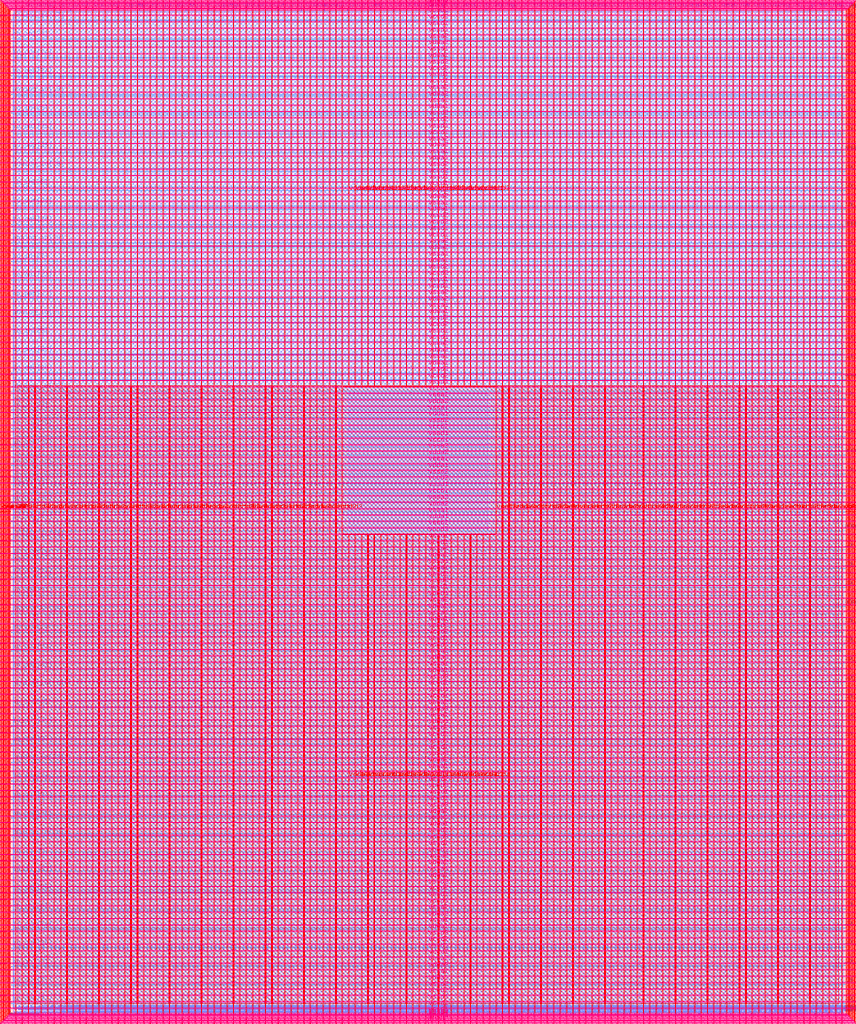
<source format=lef>
VERSION 5.7 ;
  NOWIREEXTENSIONATPIN ON ;
  DIVIDERCHAR "/" ;
  BUSBITCHARS "[]" ;
MACRO user_project_wrapper
  CLASS BLOCK ;
  FOREIGN user_project_wrapper ;
  ORIGIN 0.000 0.000 ;
  SIZE 2920.000 BY 3520.000 ;
  PIN analog_io[0]
    DIRECTION INOUT ;
    USE SIGNAL ;
    PORT
      LAYER met3 ;
        RECT 2917.600 1426.380 2924.800 1427.580 ;
    END
  END analog_io[0]
  PIN analog_io[10]
    DIRECTION INOUT ;
    USE SIGNAL ;
    PORT
      LAYER met2 ;
        RECT 2230.490 3517.600 2231.050 3524.800 ;
    END
  END analog_io[10]
  PIN analog_io[11]
    DIRECTION INOUT ;
    USE SIGNAL ;
    PORT
      LAYER met2 ;
        RECT 1905.730 3517.600 1906.290 3524.800 ;
    END
  END analog_io[11]
  PIN analog_io[12]
    DIRECTION INOUT ;
    USE SIGNAL ;
    PORT
      LAYER met2 ;
        RECT 1581.430 3517.600 1581.990 3524.800 ;
    END
  END analog_io[12]
  PIN analog_io[13]
    DIRECTION INOUT ;
    USE SIGNAL ;
    PORT
      LAYER met2 ;
        RECT 1257.130 3517.600 1257.690 3524.800 ;
    END
  END analog_io[13]
  PIN analog_io[14]
    DIRECTION INOUT ;
    USE SIGNAL ;
    PORT
      LAYER met2 ;
        RECT 932.370 3517.600 932.930 3524.800 ;
    END
  END analog_io[14]
  PIN analog_io[15]
    DIRECTION INOUT ;
    USE SIGNAL ;
    PORT
      LAYER met2 ;
        RECT 608.070 3517.600 608.630 3524.800 ;
    END
  END analog_io[15]
  PIN analog_io[16]
    DIRECTION INOUT ;
    USE SIGNAL ;
    PORT
      LAYER met2 ;
        RECT 283.770 3517.600 284.330 3524.800 ;
    END
  END analog_io[16]
  PIN analog_io[17]
    DIRECTION INOUT ;
    USE SIGNAL ;
    PORT
      LAYER met3 ;
        RECT -4.800 3486.100 2.400 3487.300 ;
    END
  END analog_io[17]
  PIN analog_io[18]
    DIRECTION INOUT ;
    USE SIGNAL ;
    PORT
      LAYER met3 ;
        RECT -4.800 3224.980 2.400 3226.180 ;
    END
  END analog_io[18]
  PIN analog_io[19]
    DIRECTION INOUT ;
    USE SIGNAL ;
    PORT
      LAYER met3 ;
        RECT -4.800 2964.540 2.400 2965.740 ;
    END
  END analog_io[19]
  PIN analog_io[1]
    DIRECTION INOUT ;
    USE SIGNAL ;
    PORT
      LAYER met3 ;
        RECT 2917.600 1692.260 2924.800 1693.460 ;
    END
  END analog_io[1]
  PIN analog_io[20]
    DIRECTION INOUT ;
    USE SIGNAL ;
    PORT
      LAYER met3 ;
        RECT -4.800 2703.420 2.400 2704.620 ;
    END
  END analog_io[20]
  PIN analog_io[21]
    DIRECTION INOUT ;
    USE SIGNAL ;
    PORT
      LAYER met3 ;
        RECT -4.800 2442.980 2.400 2444.180 ;
    END
  END analog_io[21]
  PIN analog_io[22]
    DIRECTION INOUT ;
    USE SIGNAL ;
    PORT
      LAYER met3 ;
        RECT -4.800 2182.540 2.400 2183.740 ;
    END
  END analog_io[22]
  PIN analog_io[23]
    DIRECTION INOUT ;
    USE SIGNAL ;
    PORT
      LAYER met3 ;
        RECT -4.800 1921.420 2.400 1922.620 ;
    END
  END analog_io[23]
  PIN analog_io[24]
    DIRECTION INOUT ;
    USE SIGNAL ;
    PORT
      LAYER met3 ;
        RECT -4.800 1660.980 2.400 1662.180 ;
    END
  END analog_io[24]
  PIN analog_io[25]
    DIRECTION INOUT ;
    USE SIGNAL ;
    PORT
      LAYER met3 ;
        RECT -4.800 1399.860 2.400 1401.060 ;
    END
  END analog_io[25]
  PIN analog_io[26]
    DIRECTION INOUT ;
    USE SIGNAL ;
    PORT
      LAYER met3 ;
        RECT -4.800 1139.420 2.400 1140.620 ;
    END
  END analog_io[26]
  PIN analog_io[27]
    DIRECTION INOUT ;
    USE SIGNAL ;
    PORT
      LAYER met3 ;
        RECT -4.800 878.980 2.400 880.180 ;
    END
  END analog_io[27]
  PIN analog_io[28]
    DIRECTION INOUT ;
    USE SIGNAL ;
    PORT
      LAYER met3 ;
        RECT -4.800 617.860 2.400 619.060 ;
    END
  END analog_io[28]
  PIN analog_io[2]
    DIRECTION INOUT ;
    USE SIGNAL ;
    PORT
      LAYER met3 ;
        RECT 2917.600 1958.140 2924.800 1959.340 ;
    END
  END analog_io[2]
  PIN analog_io[3]
    DIRECTION INOUT ;
    USE SIGNAL ;
    PORT
      LAYER met3 ;
        RECT 2917.600 2223.340 2924.800 2224.540 ;
    END
  END analog_io[3]
  PIN analog_io[4]
    DIRECTION INOUT ;
    USE SIGNAL ;
    PORT
      LAYER met3 ;
        RECT 2917.600 2489.220 2924.800 2490.420 ;
    END
  END analog_io[4]
  PIN analog_io[5]
    DIRECTION INOUT ;
    USE SIGNAL ;
    PORT
      LAYER met3 ;
        RECT 2917.600 2755.100 2924.800 2756.300 ;
    END
  END analog_io[5]
  PIN analog_io[6]
    DIRECTION INOUT ;
    USE SIGNAL ;
    PORT
      LAYER met3 ;
        RECT 2917.600 3020.300 2924.800 3021.500 ;
    END
  END analog_io[6]
  PIN analog_io[7]
    DIRECTION INOUT ;
    USE SIGNAL ;
    PORT
      LAYER met3 ;
        RECT 2917.600 3286.180 2924.800 3287.380 ;
    END
  END analog_io[7]
  PIN analog_io[8]
    DIRECTION INOUT ;
    USE SIGNAL ;
    PORT
      LAYER met2 ;
        RECT 2879.090 3517.600 2879.650 3524.800 ;
    END
  END analog_io[8]
  PIN analog_io[9]
    DIRECTION INOUT ;
    USE SIGNAL ;
    PORT
      LAYER met2 ;
        RECT 2554.790 3517.600 2555.350 3524.800 ;
    END
  END analog_io[9]
  PIN io_in[0]
    DIRECTION INPUT ;
    USE SIGNAL ;
    PORT
      LAYER met3 ;
        RECT 2917.600 32.380 2924.800 33.580 ;
    END
  END io_in[0]
  PIN io_in[10]
    DIRECTION INPUT ;
    USE SIGNAL ;
    PORT
      LAYER met3 ;
        RECT 2917.600 2289.980 2924.800 2291.180 ;
    END
  END io_in[10]
  PIN io_in[11]
    DIRECTION INPUT ;
    USE SIGNAL ;
    PORT
      LAYER met3 ;
        RECT 2917.600 2555.860 2924.800 2557.060 ;
    END
  END io_in[11]
  PIN io_in[12]
    DIRECTION INPUT ;
    USE SIGNAL ;
    PORT
      LAYER met3 ;
        RECT 2917.600 2821.060 2924.800 2822.260 ;
    END
  END io_in[12]
  PIN io_in[13]
    DIRECTION INPUT ;
    USE SIGNAL ;
    PORT
      LAYER met3 ;
        RECT 2917.600 3086.940 2924.800 3088.140 ;
    END
  END io_in[13]
  PIN io_in[14]
    DIRECTION INPUT ;
    USE SIGNAL ;
    PORT
      LAYER met3 ;
        RECT 2917.600 3352.820 2924.800 3354.020 ;
    END
  END io_in[14]
  PIN io_in[15]
    DIRECTION INPUT ;
    USE SIGNAL ;
    PORT
      LAYER met2 ;
        RECT 2798.130 3517.600 2798.690 3524.800 ;
    END
  END io_in[15]
  PIN io_in[16]
    DIRECTION INPUT ;
    USE SIGNAL ;
    PORT
      LAYER met2 ;
        RECT 2473.830 3517.600 2474.390 3524.800 ;
    END
  END io_in[16]
  PIN io_in[17]
    DIRECTION INPUT ;
    USE SIGNAL ;
    PORT
      LAYER met2 ;
        RECT 2149.070 3517.600 2149.630 3524.800 ;
    END
  END io_in[17]
  PIN io_in[18]
    DIRECTION INPUT ;
    USE SIGNAL ;
    PORT
      LAYER met2 ;
        RECT 1824.770 3517.600 1825.330 3524.800 ;
    END
  END io_in[18]
  PIN io_in[19]
    DIRECTION INPUT ;
    USE SIGNAL ;
    PORT
      LAYER met2 ;
        RECT 1500.470 3517.600 1501.030 3524.800 ;
    END
  END io_in[19]
  PIN io_in[1]
    DIRECTION INPUT ;
    USE SIGNAL ;
    PORT
      LAYER met3 ;
        RECT 2917.600 230.940 2924.800 232.140 ;
    END
  END io_in[1]
  PIN io_in[20]
    DIRECTION INPUT ;
    USE SIGNAL ;
    PORT
      LAYER met2 ;
        RECT 1175.710 3517.600 1176.270 3524.800 ;
    END
  END io_in[20]
  PIN io_in[21]
    DIRECTION INPUT ;
    USE SIGNAL ;
    PORT
      LAYER met2 ;
        RECT 851.410 3517.600 851.970 3524.800 ;
    END
  END io_in[21]
  PIN io_in[22]
    DIRECTION INPUT ;
    USE SIGNAL ;
    PORT
      LAYER met2 ;
        RECT 527.110 3517.600 527.670 3524.800 ;
    END
  END io_in[22]
  PIN io_in[23]
    DIRECTION INPUT ;
    USE SIGNAL ;
    PORT
      LAYER met2 ;
        RECT 202.350 3517.600 202.910 3524.800 ;
    END
  END io_in[23]
  PIN io_in[24]
    DIRECTION INPUT ;
    USE SIGNAL ;
    PORT
      LAYER met3 ;
        RECT -4.800 3420.820 2.400 3422.020 ;
    END
  END io_in[24]
  PIN io_in[25]
    DIRECTION INPUT ;
    USE SIGNAL ;
    PORT
      LAYER met3 ;
        RECT -4.800 3159.700 2.400 3160.900 ;
    END
  END io_in[25]
  PIN io_in[26]
    DIRECTION INPUT ;
    USE SIGNAL ;
    PORT
      LAYER met3 ;
        RECT -4.800 2899.260 2.400 2900.460 ;
    END
  END io_in[26]
  PIN io_in[27]
    DIRECTION INPUT ;
    USE SIGNAL ;
    PORT
      LAYER met3 ;
        RECT -4.800 2638.820 2.400 2640.020 ;
    END
  END io_in[27]
  PIN io_in[28]
    DIRECTION INPUT ;
    USE SIGNAL ;
    PORT
      LAYER met3 ;
        RECT -4.800 2377.700 2.400 2378.900 ;
    END
  END io_in[28]
  PIN io_in[29]
    DIRECTION INPUT ;
    USE SIGNAL ;
    PORT
      LAYER met3 ;
        RECT -4.800 2117.260 2.400 2118.460 ;
    END
  END io_in[29]
  PIN io_in[2]
    DIRECTION INPUT ;
    USE SIGNAL ;
    PORT
      LAYER met3 ;
        RECT 2917.600 430.180 2924.800 431.380 ;
    END
  END io_in[2]
  PIN io_in[30]
    DIRECTION INPUT ;
    USE SIGNAL ;
    PORT
      LAYER met3 ;
        RECT -4.800 1856.140 2.400 1857.340 ;
    END
  END io_in[30]
  PIN io_in[31]
    DIRECTION INPUT ;
    USE SIGNAL ;
    PORT
      LAYER met3 ;
        RECT -4.800 1595.700 2.400 1596.900 ;
    END
  END io_in[31]
  PIN io_in[32]
    DIRECTION INPUT ;
    USE SIGNAL ;
    PORT
      LAYER met3 ;
        RECT -4.800 1335.260 2.400 1336.460 ;
    END
  END io_in[32]
  PIN io_in[33]
    DIRECTION INPUT ;
    USE SIGNAL ;
    PORT
      LAYER met3 ;
        RECT -4.800 1074.140 2.400 1075.340 ;
    END
  END io_in[33]
  PIN io_in[34]
    DIRECTION INPUT ;
    USE SIGNAL ;
    PORT
      LAYER met3 ;
        RECT -4.800 813.700 2.400 814.900 ;
    END
  END io_in[34]
  PIN io_in[35]
    DIRECTION INPUT ;
    USE SIGNAL ;
    PORT
      LAYER met3 ;
        RECT -4.800 552.580 2.400 553.780 ;
    END
  END io_in[35]
  PIN io_in[36]
    DIRECTION INPUT ;
    USE SIGNAL ;
    PORT
      LAYER met3 ;
        RECT -4.800 357.420 2.400 358.620 ;
    END
  END io_in[36]
  PIN io_in[37]
    DIRECTION INPUT ;
    USE SIGNAL ;
    PORT
      LAYER met3 ;
        RECT -4.800 161.580 2.400 162.780 ;
    END
  END io_in[37]
  PIN io_in[3]
    DIRECTION INPUT ;
    USE SIGNAL ;
    PORT
      LAYER met3 ;
        RECT 2917.600 629.420 2924.800 630.620 ;
    END
  END io_in[3]
  PIN io_in[4]
    DIRECTION INPUT ;
    USE SIGNAL ;
    PORT
      LAYER met3 ;
        RECT 2917.600 828.660 2924.800 829.860 ;
    END
  END io_in[4]
  PIN io_in[5]
    DIRECTION INPUT ;
    USE SIGNAL ;
    PORT
      LAYER met3 ;
        RECT 2917.600 1027.900 2924.800 1029.100 ;
    END
  END io_in[5]
  PIN io_in[6]
    DIRECTION INPUT ;
    USE SIGNAL ;
    PORT
      LAYER met3 ;
        RECT 2917.600 1227.140 2924.800 1228.340 ;
    END
  END io_in[6]
  PIN io_in[7]
    DIRECTION INPUT ;
    USE SIGNAL ;
    PORT
      LAYER met3 ;
        RECT 2917.600 1493.020 2924.800 1494.220 ;
    END
  END io_in[7]
  PIN io_in[8]
    DIRECTION INPUT ;
    USE SIGNAL ;
    PORT
      LAYER met3 ;
        RECT 2917.600 1758.900 2924.800 1760.100 ;
    END
  END io_in[8]
  PIN io_in[9]
    DIRECTION INPUT ;
    USE SIGNAL ;
    PORT
      LAYER met3 ;
        RECT 2917.600 2024.100 2924.800 2025.300 ;
    END
  END io_in[9]
  PIN io_oeb[0]
    DIRECTION OUTPUT TRISTATE ;
    USE SIGNAL ;
    PORT
      LAYER met3 ;
        RECT 2917.600 164.980 2924.800 166.180 ;
    END
  END io_oeb[0]
  PIN io_oeb[10]
    DIRECTION OUTPUT TRISTATE ;
    USE SIGNAL ;
    PORT
      LAYER met3 ;
        RECT 2917.600 2422.580 2924.800 2423.780 ;
    END
  END io_oeb[10]
  PIN io_oeb[11]
    DIRECTION OUTPUT TRISTATE ;
    USE SIGNAL ;
    PORT
      LAYER met3 ;
        RECT 2917.600 2688.460 2924.800 2689.660 ;
    END
  END io_oeb[11]
  PIN io_oeb[12]
    DIRECTION OUTPUT TRISTATE ;
    USE SIGNAL ;
    PORT
      LAYER met3 ;
        RECT 2917.600 2954.340 2924.800 2955.540 ;
    END
  END io_oeb[12]
  PIN io_oeb[13]
    DIRECTION OUTPUT TRISTATE ;
    USE SIGNAL ;
    PORT
      LAYER met3 ;
        RECT 2917.600 3219.540 2924.800 3220.740 ;
    END
  END io_oeb[13]
  PIN io_oeb[14]
    DIRECTION OUTPUT TRISTATE ;
    USE SIGNAL ;
    PORT
      LAYER met3 ;
        RECT 2917.600 3485.420 2924.800 3486.620 ;
    END
  END io_oeb[14]
  PIN io_oeb[15]
    DIRECTION OUTPUT TRISTATE ;
    USE SIGNAL ;
    PORT
      LAYER met2 ;
        RECT 2635.750 3517.600 2636.310 3524.800 ;
    END
  END io_oeb[15]
  PIN io_oeb[16]
    DIRECTION OUTPUT TRISTATE ;
    USE SIGNAL ;
    PORT
      LAYER met2 ;
        RECT 2311.450 3517.600 2312.010 3524.800 ;
    END
  END io_oeb[16]
  PIN io_oeb[17]
    DIRECTION OUTPUT TRISTATE ;
    USE SIGNAL ;
    PORT
      LAYER met2 ;
        RECT 1987.150 3517.600 1987.710 3524.800 ;
    END
  END io_oeb[17]
  PIN io_oeb[18]
    DIRECTION OUTPUT TRISTATE ;
    USE SIGNAL ;
    PORT
      LAYER met2 ;
        RECT 1662.390 3517.600 1662.950 3524.800 ;
    END
  END io_oeb[18]
  PIN io_oeb[19]
    DIRECTION OUTPUT TRISTATE ;
    USE SIGNAL ;
    PORT
      LAYER met2 ;
        RECT 1338.090 3517.600 1338.650 3524.800 ;
    END
  END io_oeb[19]
  PIN io_oeb[1]
    DIRECTION OUTPUT TRISTATE ;
    USE SIGNAL ;
    PORT
      LAYER met3 ;
        RECT 2917.600 364.220 2924.800 365.420 ;
    END
  END io_oeb[1]
  PIN io_oeb[20]
    DIRECTION OUTPUT TRISTATE ;
    USE SIGNAL ;
    PORT
      LAYER met2 ;
        RECT 1013.790 3517.600 1014.350 3524.800 ;
    END
  END io_oeb[20]
  PIN io_oeb[21]
    DIRECTION OUTPUT TRISTATE ;
    USE SIGNAL ;
    PORT
      LAYER met2 ;
        RECT 689.030 3517.600 689.590 3524.800 ;
    END
  END io_oeb[21]
  PIN io_oeb[22]
    DIRECTION OUTPUT TRISTATE ;
    USE SIGNAL ;
    PORT
      LAYER met2 ;
        RECT 364.730 3517.600 365.290 3524.800 ;
    END
  END io_oeb[22]
  PIN io_oeb[23]
    DIRECTION OUTPUT TRISTATE ;
    USE SIGNAL ;
    PORT
      LAYER met2 ;
        RECT 40.430 3517.600 40.990 3524.800 ;
    END
  END io_oeb[23]
  PIN io_oeb[24]
    DIRECTION OUTPUT TRISTATE ;
    USE SIGNAL ;
    PORT
      LAYER met3 ;
        RECT -4.800 3290.260 2.400 3291.460 ;
    END
  END io_oeb[24]
  PIN io_oeb[25]
    DIRECTION OUTPUT TRISTATE ;
    USE SIGNAL ;
    PORT
      LAYER met3 ;
        RECT -4.800 3029.820 2.400 3031.020 ;
    END
  END io_oeb[25]
  PIN io_oeb[26]
    DIRECTION OUTPUT TRISTATE ;
    USE SIGNAL ;
    PORT
      LAYER met3 ;
        RECT -4.800 2768.700 2.400 2769.900 ;
    END
  END io_oeb[26]
  PIN io_oeb[27]
    DIRECTION OUTPUT TRISTATE ;
    USE SIGNAL ;
    PORT
      LAYER met3 ;
        RECT -4.800 2508.260 2.400 2509.460 ;
    END
  END io_oeb[27]
  PIN io_oeb[28]
    DIRECTION OUTPUT TRISTATE ;
    USE SIGNAL ;
    PORT
      LAYER met3 ;
        RECT -4.800 2247.140 2.400 2248.340 ;
    END
  END io_oeb[28]
  PIN io_oeb[29]
    DIRECTION OUTPUT TRISTATE ;
    USE SIGNAL ;
    PORT
      LAYER met3 ;
        RECT -4.800 1986.700 2.400 1987.900 ;
    END
  END io_oeb[29]
  PIN io_oeb[2]
    DIRECTION OUTPUT TRISTATE ;
    USE SIGNAL ;
    PORT
      LAYER met3 ;
        RECT 2917.600 563.460 2924.800 564.660 ;
    END
  END io_oeb[2]
  PIN io_oeb[30]
    DIRECTION OUTPUT TRISTATE ;
    USE SIGNAL ;
    PORT
      LAYER met3 ;
        RECT -4.800 1726.260 2.400 1727.460 ;
    END
  END io_oeb[30]
  PIN io_oeb[31]
    DIRECTION OUTPUT TRISTATE ;
    USE SIGNAL ;
    PORT
      LAYER met3 ;
        RECT -4.800 1465.140 2.400 1466.340 ;
    END
  END io_oeb[31]
  PIN io_oeb[32]
    DIRECTION OUTPUT TRISTATE ;
    USE SIGNAL ;
    PORT
      LAYER met3 ;
        RECT -4.800 1204.700 2.400 1205.900 ;
    END
  END io_oeb[32]
  PIN io_oeb[33]
    DIRECTION OUTPUT TRISTATE ;
    USE SIGNAL ;
    PORT
      LAYER met3 ;
        RECT -4.800 943.580 2.400 944.780 ;
    END
  END io_oeb[33]
  PIN io_oeb[34]
    DIRECTION OUTPUT TRISTATE ;
    USE SIGNAL ;
    PORT
      LAYER met3 ;
        RECT -4.800 683.140 2.400 684.340 ;
    END
  END io_oeb[34]
  PIN io_oeb[35]
    DIRECTION OUTPUT TRISTATE ;
    USE SIGNAL ;
    PORT
      LAYER met3 ;
        RECT -4.800 422.700 2.400 423.900 ;
    END
  END io_oeb[35]
  PIN io_oeb[36]
    DIRECTION OUTPUT TRISTATE ;
    USE SIGNAL ;
    PORT
      LAYER met3 ;
        RECT -4.800 226.860 2.400 228.060 ;
    END
  END io_oeb[36]
  PIN io_oeb[37]
    DIRECTION OUTPUT TRISTATE ;
    USE SIGNAL ;
    PORT
      LAYER met3 ;
        RECT -4.800 31.700 2.400 32.900 ;
    END
  END io_oeb[37]
  PIN io_oeb[3]
    DIRECTION OUTPUT TRISTATE ;
    USE SIGNAL ;
    PORT
      LAYER met3 ;
        RECT 2917.600 762.700 2924.800 763.900 ;
    END
  END io_oeb[3]
  PIN io_oeb[4]
    DIRECTION OUTPUT TRISTATE ;
    USE SIGNAL ;
    PORT
      LAYER met3 ;
        RECT 2917.600 961.940 2924.800 963.140 ;
    END
  END io_oeb[4]
  PIN io_oeb[5]
    DIRECTION OUTPUT TRISTATE ;
    USE SIGNAL ;
    PORT
      LAYER met3 ;
        RECT 2917.600 1161.180 2924.800 1162.380 ;
    END
  END io_oeb[5]
  PIN io_oeb[6]
    DIRECTION OUTPUT TRISTATE ;
    USE SIGNAL ;
    PORT
      LAYER met3 ;
        RECT 2917.600 1360.420 2924.800 1361.620 ;
    END
  END io_oeb[6]
  PIN io_oeb[7]
    DIRECTION OUTPUT TRISTATE ;
    USE SIGNAL ;
    PORT
      LAYER met3 ;
        RECT 2917.600 1625.620 2924.800 1626.820 ;
    END
  END io_oeb[7]
  PIN io_oeb[8]
    DIRECTION OUTPUT TRISTATE ;
    USE SIGNAL ;
    PORT
      LAYER met3 ;
        RECT 2917.600 1891.500 2924.800 1892.700 ;
    END
  END io_oeb[8]
  PIN io_oeb[9]
    DIRECTION OUTPUT TRISTATE ;
    USE SIGNAL ;
    PORT
      LAYER met3 ;
        RECT 2917.600 2157.380 2924.800 2158.580 ;
    END
  END io_oeb[9]
  PIN io_out[0]
    DIRECTION OUTPUT TRISTATE ;
    USE SIGNAL ;
    PORT
      LAYER met3 ;
        RECT 2917.600 98.340 2924.800 99.540 ;
    END
  END io_out[0]
  PIN io_out[10]
    DIRECTION OUTPUT TRISTATE ;
    USE SIGNAL ;
    PORT
      LAYER met3 ;
        RECT 2917.600 2356.620 2924.800 2357.820 ;
    END
  END io_out[10]
  PIN io_out[11]
    DIRECTION OUTPUT TRISTATE ;
    USE SIGNAL ;
    PORT
      LAYER met3 ;
        RECT 2917.600 2621.820 2924.800 2623.020 ;
    END
  END io_out[11]
  PIN io_out[12]
    DIRECTION OUTPUT TRISTATE ;
    USE SIGNAL ;
    PORT
      LAYER met3 ;
        RECT 2917.600 2887.700 2924.800 2888.900 ;
    END
  END io_out[12]
  PIN io_out[13]
    DIRECTION OUTPUT TRISTATE ;
    USE SIGNAL ;
    PORT
      LAYER met3 ;
        RECT 2917.600 3153.580 2924.800 3154.780 ;
    END
  END io_out[13]
  PIN io_out[14]
    DIRECTION OUTPUT TRISTATE ;
    USE SIGNAL ;
    PORT
      LAYER met3 ;
        RECT 2917.600 3418.780 2924.800 3419.980 ;
    END
  END io_out[14]
  PIN io_out[15]
    DIRECTION OUTPUT TRISTATE ;
    USE SIGNAL ;
    PORT
      LAYER met2 ;
        RECT 2717.170 3517.600 2717.730 3524.800 ;
    END
  END io_out[15]
  PIN io_out[16]
    DIRECTION OUTPUT TRISTATE ;
    USE SIGNAL ;
    PORT
      LAYER met2 ;
        RECT 2392.410 3517.600 2392.970 3524.800 ;
    END
  END io_out[16]
  PIN io_out[17]
    DIRECTION OUTPUT TRISTATE ;
    USE SIGNAL ;
    PORT
      LAYER met2 ;
        RECT 2068.110 3517.600 2068.670 3524.800 ;
    END
  END io_out[17]
  PIN io_out[18]
    DIRECTION OUTPUT TRISTATE ;
    USE SIGNAL ;
    PORT
      LAYER met2 ;
        RECT 1743.810 3517.600 1744.370 3524.800 ;
    END
  END io_out[18]
  PIN io_out[19]
    DIRECTION OUTPUT TRISTATE ;
    USE SIGNAL ;
    PORT
      LAYER met2 ;
        RECT 1419.050 3517.600 1419.610 3524.800 ;
    END
  END io_out[19]
  PIN io_out[1]
    DIRECTION OUTPUT TRISTATE ;
    USE SIGNAL ;
    PORT
      LAYER met3 ;
        RECT 2917.600 297.580 2924.800 298.780 ;
    END
  END io_out[1]
  PIN io_out[20]
    DIRECTION OUTPUT TRISTATE ;
    USE SIGNAL ;
    PORT
      LAYER met2 ;
        RECT 1094.750 3517.600 1095.310 3524.800 ;
    END
  END io_out[20]
  PIN io_out[21]
    DIRECTION OUTPUT TRISTATE ;
    USE SIGNAL ;
    PORT
      LAYER met2 ;
        RECT 770.450 3517.600 771.010 3524.800 ;
    END
  END io_out[21]
  PIN io_out[22]
    DIRECTION OUTPUT TRISTATE ;
    USE SIGNAL ;
    PORT
      LAYER met2 ;
        RECT 445.690 3517.600 446.250 3524.800 ;
    END
  END io_out[22]
  PIN io_out[23]
    DIRECTION OUTPUT TRISTATE ;
    USE SIGNAL ;
    PORT
      LAYER met2 ;
        RECT 121.390 3517.600 121.950 3524.800 ;
    END
  END io_out[23]
  PIN io_out[24]
    DIRECTION OUTPUT TRISTATE ;
    USE SIGNAL ;
    PORT
      LAYER met3 ;
        RECT -4.800 3355.540 2.400 3356.740 ;
    END
  END io_out[24]
  PIN io_out[25]
    DIRECTION OUTPUT TRISTATE ;
    USE SIGNAL ;
    PORT
      LAYER met3 ;
        RECT -4.800 3095.100 2.400 3096.300 ;
    END
  END io_out[25]
  PIN io_out[26]
    DIRECTION OUTPUT TRISTATE ;
    USE SIGNAL ;
    PORT
      LAYER met3 ;
        RECT -4.800 2833.980 2.400 2835.180 ;
    END
  END io_out[26]
  PIN io_out[27]
    DIRECTION OUTPUT TRISTATE ;
    USE SIGNAL ;
    PORT
      LAYER met3 ;
        RECT -4.800 2573.540 2.400 2574.740 ;
    END
  END io_out[27]
  PIN io_out[28]
    DIRECTION OUTPUT TRISTATE ;
    USE SIGNAL ;
    PORT
      LAYER met3 ;
        RECT -4.800 2312.420 2.400 2313.620 ;
    END
  END io_out[28]
  PIN io_out[29]
    DIRECTION OUTPUT TRISTATE ;
    USE SIGNAL ;
    PORT
      LAYER met3 ;
        RECT -4.800 2051.980 2.400 2053.180 ;
    END
  END io_out[29]
  PIN io_out[2]
    DIRECTION OUTPUT TRISTATE ;
    USE SIGNAL ;
    PORT
      LAYER met3 ;
        RECT 2917.600 496.820 2924.800 498.020 ;
    END
  END io_out[2]
  PIN io_out[30]
    DIRECTION OUTPUT TRISTATE ;
    USE SIGNAL ;
    PORT
      LAYER met3 ;
        RECT -4.800 1791.540 2.400 1792.740 ;
    END
  END io_out[30]
  PIN io_out[31]
    DIRECTION OUTPUT TRISTATE ;
    USE SIGNAL ;
    PORT
      LAYER met3 ;
        RECT -4.800 1530.420 2.400 1531.620 ;
    END
  END io_out[31]
  PIN io_out[32]
    DIRECTION OUTPUT TRISTATE ;
    USE SIGNAL ;
    PORT
      LAYER met3 ;
        RECT -4.800 1269.980 2.400 1271.180 ;
    END
  END io_out[32]
  PIN io_out[33]
    DIRECTION OUTPUT TRISTATE ;
    USE SIGNAL ;
    PORT
      LAYER met3 ;
        RECT -4.800 1008.860 2.400 1010.060 ;
    END
  END io_out[33]
  PIN io_out[34]
    DIRECTION OUTPUT TRISTATE ;
    USE SIGNAL ;
    PORT
      LAYER met3 ;
        RECT -4.800 748.420 2.400 749.620 ;
    END
  END io_out[34]
  PIN io_out[35]
    DIRECTION OUTPUT TRISTATE ;
    USE SIGNAL ;
    PORT
      LAYER met3 ;
        RECT -4.800 487.300 2.400 488.500 ;
    END
  END io_out[35]
  PIN io_out[36]
    DIRECTION OUTPUT TRISTATE ;
    USE SIGNAL ;
    PORT
      LAYER met3 ;
        RECT -4.800 292.140 2.400 293.340 ;
    END
  END io_out[36]
  PIN io_out[37]
    DIRECTION OUTPUT TRISTATE ;
    USE SIGNAL ;
    PORT
      LAYER met3 ;
        RECT -4.800 96.300 2.400 97.500 ;
    END
  END io_out[37]
  PIN io_out[3]
    DIRECTION OUTPUT TRISTATE ;
    USE SIGNAL ;
    PORT
      LAYER met3 ;
        RECT 2917.600 696.060 2924.800 697.260 ;
    END
  END io_out[3]
  PIN io_out[4]
    DIRECTION OUTPUT TRISTATE ;
    USE SIGNAL ;
    PORT
      LAYER met3 ;
        RECT 2917.600 895.300 2924.800 896.500 ;
    END
  END io_out[4]
  PIN io_out[5]
    DIRECTION OUTPUT TRISTATE ;
    USE SIGNAL ;
    PORT
      LAYER met3 ;
        RECT 2917.600 1094.540 2924.800 1095.740 ;
    END
  END io_out[5]
  PIN io_out[6]
    DIRECTION OUTPUT TRISTATE ;
    USE SIGNAL ;
    PORT
      LAYER met3 ;
        RECT 2917.600 1293.780 2924.800 1294.980 ;
    END
  END io_out[6]
  PIN io_out[7]
    DIRECTION OUTPUT TRISTATE ;
    USE SIGNAL ;
    PORT
      LAYER met3 ;
        RECT 2917.600 1559.660 2924.800 1560.860 ;
    END
  END io_out[7]
  PIN io_out[8]
    DIRECTION OUTPUT TRISTATE ;
    USE SIGNAL ;
    PORT
      LAYER met3 ;
        RECT 2917.600 1824.860 2924.800 1826.060 ;
    END
  END io_out[8]
  PIN io_out[9]
    DIRECTION OUTPUT TRISTATE ;
    USE SIGNAL ;
    PORT
      LAYER met3 ;
        RECT 2917.600 2090.740 2924.800 2091.940 ;
    END
  END io_out[9]
  PIN la_data_in[0]
    DIRECTION INPUT ;
    USE SIGNAL ;
    PORT
      LAYER met2 ;
        RECT 629.230 -4.800 629.790 2.400 ;
    END
  END la_data_in[0]
  PIN la_data_in[100]
    DIRECTION INPUT ;
    USE SIGNAL ;
    PORT
      LAYER met2 ;
        RECT 2402.530 -4.800 2403.090 2.400 ;
    END
  END la_data_in[100]
  PIN la_data_in[101]
    DIRECTION INPUT ;
    USE SIGNAL ;
    PORT
      LAYER met2 ;
        RECT 2420.010 -4.800 2420.570 2.400 ;
    END
  END la_data_in[101]
  PIN la_data_in[102]
    DIRECTION INPUT ;
    USE SIGNAL ;
    PORT
      LAYER met2 ;
        RECT 2437.950 -4.800 2438.510 2.400 ;
    END
  END la_data_in[102]
  PIN la_data_in[103]
    DIRECTION INPUT ;
    USE SIGNAL ;
    PORT
      LAYER met2 ;
        RECT 2455.430 -4.800 2455.990 2.400 ;
    END
  END la_data_in[103]
  PIN la_data_in[104]
    DIRECTION INPUT ;
    USE SIGNAL ;
    PORT
      LAYER met2 ;
        RECT 2473.370 -4.800 2473.930 2.400 ;
    END
  END la_data_in[104]
  PIN la_data_in[105]
    DIRECTION INPUT ;
    USE SIGNAL ;
    PORT
      LAYER met2 ;
        RECT 2490.850 -4.800 2491.410 2.400 ;
    END
  END la_data_in[105]
  PIN la_data_in[106]
    DIRECTION INPUT ;
    USE SIGNAL ;
    PORT
      LAYER met2 ;
        RECT 2508.790 -4.800 2509.350 2.400 ;
    END
  END la_data_in[106]
  PIN la_data_in[107]
    DIRECTION INPUT ;
    USE SIGNAL ;
    PORT
      LAYER met2 ;
        RECT 2526.730 -4.800 2527.290 2.400 ;
    END
  END la_data_in[107]
  PIN la_data_in[108]
    DIRECTION INPUT ;
    USE SIGNAL ;
    PORT
      LAYER met2 ;
        RECT 2544.210 -4.800 2544.770 2.400 ;
    END
  END la_data_in[108]
  PIN la_data_in[109]
    DIRECTION INPUT ;
    USE SIGNAL ;
    PORT
      LAYER met2 ;
        RECT 2562.150 -4.800 2562.710 2.400 ;
    END
  END la_data_in[109]
  PIN la_data_in[10]
    DIRECTION INPUT ;
    USE SIGNAL ;
    PORT
      LAYER met2 ;
        RECT 806.330 -4.800 806.890 2.400 ;
    END
  END la_data_in[10]
  PIN la_data_in[110]
    DIRECTION INPUT ;
    USE SIGNAL ;
    PORT
      LAYER met2 ;
        RECT 2579.630 -4.800 2580.190 2.400 ;
    END
  END la_data_in[110]
  PIN la_data_in[111]
    DIRECTION INPUT ;
    USE SIGNAL ;
    PORT
      LAYER met2 ;
        RECT 2597.570 -4.800 2598.130 2.400 ;
    END
  END la_data_in[111]
  PIN la_data_in[112]
    DIRECTION INPUT ;
    USE SIGNAL ;
    PORT
      LAYER met2 ;
        RECT 2615.050 -4.800 2615.610 2.400 ;
    END
  END la_data_in[112]
  PIN la_data_in[113]
    DIRECTION INPUT ;
    USE SIGNAL ;
    PORT
      LAYER met2 ;
        RECT 2632.990 -4.800 2633.550 2.400 ;
    END
  END la_data_in[113]
  PIN la_data_in[114]
    DIRECTION INPUT ;
    USE SIGNAL ;
    PORT
      LAYER met2 ;
        RECT 2650.470 -4.800 2651.030 2.400 ;
    END
  END la_data_in[114]
  PIN la_data_in[115]
    DIRECTION INPUT ;
    USE SIGNAL ;
    PORT
      LAYER met2 ;
        RECT 2668.410 -4.800 2668.970 2.400 ;
    END
  END la_data_in[115]
  PIN la_data_in[116]
    DIRECTION INPUT ;
    USE SIGNAL ;
    PORT
      LAYER met2 ;
        RECT 2685.890 -4.800 2686.450 2.400 ;
    END
  END la_data_in[116]
  PIN la_data_in[117]
    DIRECTION INPUT ;
    USE SIGNAL ;
    PORT
      LAYER met2 ;
        RECT 2703.830 -4.800 2704.390 2.400 ;
    END
  END la_data_in[117]
  PIN la_data_in[118]
    DIRECTION INPUT ;
    USE SIGNAL ;
    PORT
      LAYER met2 ;
        RECT 2721.770 -4.800 2722.330 2.400 ;
    END
  END la_data_in[118]
  PIN la_data_in[119]
    DIRECTION INPUT ;
    USE SIGNAL ;
    PORT
      LAYER met2 ;
        RECT 2739.250 -4.800 2739.810 2.400 ;
    END
  END la_data_in[119]
  PIN la_data_in[11]
    DIRECTION INPUT ;
    USE SIGNAL ;
    PORT
      LAYER met2 ;
        RECT 824.270 -4.800 824.830 2.400 ;
    END
  END la_data_in[11]
  PIN la_data_in[120]
    DIRECTION INPUT ;
    USE SIGNAL ;
    PORT
      LAYER met2 ;
        RECT 2757.190 -4.800 2757.750 2.400 ;
    END
  END la_data_in[120]
  PIN la_data_in[121]
    DIRECTION INPUT ;
    USE SIGNAL ;
    PORT
      LAYER met2 ;
        RECT 2774.670 -4.800 2775.230 2.400 ;
    END
  END la_data_in[121]
  PIN la_data_in[122]
    DIRECTION INPUT ;
    USE SIGNAL ;
    PORT
      LAYER met2 ;
        RECT 2792.610 -4.800 2793.170 2.400 ;
    END
  END la_data_in[122]
  PIN la_data_in[123]
    DIRECTION INPUT ;
    USE SIGNAL ;
    PORT
      LAYER met2 ;
        RECT 2810.090 -4.800 2810.650 2.400 ;
    END
  END la_data_in[123]
  PIN la_data_in[124]
    DIRECTION INPUT ;
    USE SIGNAL ;
    PORT
      LAYER met2 ;
        RECT 2828.030 -4.800 2828.590 2.400 ;
    END
  END la_data_in[124]
  PIN la_data_in[125]
    DIRECTION INPUT ;
    USE SIGNAL ;
    PORT
      LAYER met2 ;
        RECT 2845.510 -4.800 2846.070 2.400 ;
    END
  END la_data_in[125]
  PIN la_data_in[126]
    DIRECTION INPUT ;
    USE SIGNAL ;
    PORT
      LAYER met2 ;
        RECT 2863.450 -4.800 2864.010 2.400 ;
    END
  END la_data_in[126]
  PIN la_data_in[127]
    DIRECTION INPUT ;
    USE SIGNAL ;
    PORT
      LAYER met2 ;
        RECT 2881.390 -4.800 2881.950 2.400 ;
    END
  END la_data_in[127]
  PIN la_data_in[12]
    DIRECTION INPUT ;
    USE SIGNAL ;
    PORT
      LAYER met2 ;
        RECT 841.750 -4.800 842.310 2.400 ;
    END
  END la_data_in[12]
  PIN la_data_in[13]
    DIRECTION INPUT ;
    USE SIGNAL ;
    PORT
      LAYER met2 ;
        RECT 859.690 -4.800 860.250 2.400 ;
    END
  END la_data_in[13]
  PIN la_data_in[14]
    DIRECTION INPUT ;
    USE SIGNAL ;
    PORT
      LAYER met2 ;
        RECT 877.170 -4.800 877.730 2.400 ;
    END
  END la_data_in[14]
  PIN la_data_in[15]
    DIRECTION INPUT ;
    USE SIGNAL ;
    PORT
      LAYER met2 ;
        RECT 895.110 -4.800 895.670 2.400 ;
    END
  END la_data_in[15]
  PIN la_data_in[16]
    DIRECTION INPUT ;
    USE SIGNAL ;
    PORT
      LAYER met2 ;
        RECT 912.590 -4.800 913.150 2.400 ;
    END
  END la_data_in[16]
  PIN la_data_in[17]
    DIRECTION INPUT ;
    USE SIGNAL ;
    PORT
      LAYER met2 ;
        RECT 930.530 -4.800 931.090 2.400 ;
    END
  END la_data_in[17]
  PIN la_data_in[18]
    DIRECTION INPUT ;
    USE SIGNAL ;
    PORT
      LAYER met2 ;
        RECT 948.470 -4.800 949.030 2.400 ;
    END
  END la_data_in[18]
  PIN la_data_in[19]
    DIRECTION INPUT ;
    USE SIGNAL ;
    PORT
      LAYER met2 ;
        RECT 965.950 -4.800 966.510 2.400 ;
    END
  END la_data_in[19]
  PIN la_data_in[1]
    DIRECTION INPUT ;
    USE SIGNAL ;
    PORT
      LAYER met2 ;
        RECT 646.710 -4.800 647.270 2.400 ;
    END
  END la_data_in[1]
  PIN la_data_in[20]
    DIRECTION INPUT ;
    USE SIGNAL ;
    PORT
      LAYER met2 ;
        RECT 983.890 -4.800 984.450 2.400 ;
    END
  END la_data_in[20]
  PIN la_data_in[21]
    DIRECTION INPUT ;
    USE SIGNAL ;
    PORT
      LAYER met2 ;
        RECT 1001.370 -4.800 1001.930 2.400 ;
    END
  END la_data_in[21]
  PIN la_data_in[22]
    DIRECTION INPUT ;
    USE SIGNAL ;
    PORT
      LAYER met2 ;
        RECT 1019.310 -4.800 1019.870 2.400 ;
    END
  END la_data_in[22]
  PIN la_data_in[23]
    DIRECTION INPUT ;
    USE SIGNAL ;
    PORT
      LAYER met2 ;
        RECT 1036.790 -4.800 1037.350 2.400 ;
    END
  END la_data_in[23]
  PIN la_data_in[24]
    DIRECTION INPUT ;
    USE SIGNAL ;
    PORT
      LAYER met2 ;
        RECT 1054.730 -4.800 1055.290 2.400 ;
    END
  END la_data_in[24]
  PIN la_data_in[25]
    DIRECTION INPUT ;
    USE SIGNAL ;
    PORT
      LAYER met2 ;
        RECT 1072.210 -4.800 1072.770 2.400 ;
    END
  END la_data_in[25]
  PIN la_data_in[26]
    DIRECTION INPUT ;
    USE SIGNAL ;
    PORT
      LAYER met2 ;
        RECT 1090.150 -4.800 1090.710 2.400 ;
    END
  END la_data_in[26]
  PIN la_data_in[27]
    DIRECTION INPUT ;
    USE SIGNAL ;
    PORT
      LAYER met2 ;
        RECT 1107.630 -4.800 1108.190 2.400 ;
    END
  END la_data_in[27]
  PIN la_data_in[28]
    DIRECTION INPUT ;
    USE SIGNAL ;
    PORT
      LAYER met2 ;
        RECT 1125.570 -4.800 1126.130 2.400 ;
    END
  END la_data_in[28]
  PIN la_data_in[29]
    DIRECTION INPUT ;
    USE SIGNAL ;
    PORT
      LAYER met2 ;
        RECT 1143.510 -4.800 1144.070 2.400 ;
    END
  END la_data_in[29]
  PIN la_data_in[2]
    DIRECTION INPUT ;
    USE SIGNAL ;
    PORT
      LAYER met2 ;
        RECT 664.650 -4.800 665.210 2.400 ;
    END
  END la_data_in[2]
  PIN la_data_in[30]
    DIRECTION INPUT ;
    USE SIGNAL ;
    PORT
      LAYER met2 ;
        RECT 1160.990 -4.800 1161.550 2.400 ;
    END
  END la_data_in[30]
  PIN la_data_in[31]
    DIRECTION INPUT ;
    USE SIGNAL ;
    PORT
      LAYER met2 ;
        RECT 1178.930 -4.800 1179.490 2.400 ;
    END
  END la_data_in[31]
  PIN la_data_in[32]
    DIRECTION INPUT ;
    USE SIGNAL ;
    PORT
      LAYER met2 ;
        RECT 1196.410 -4.800 1196.970 2.400 ;
    END
  END la_data_in[32]
  PIN la_data_in[33]
    DIRECTION INPUT ;
    USE SIGNAL ;
    PORT
      LAYER met2 ;
        RECT 1214.350 -4.800 1214.910 2.400 ;
    END
  END la_data_in[33]
  PIN la_data_in[34]
    DIRECTION INPUT ;
    USE SIGNAL ;
    PORT
      LAYER met2 ;
        RECT 1231.830 -4.800 1232.390 2.400 ;
    END
  END la_data_in[34]
  PIN la_data_in[35]
    DIRECTION INPUT ;
    USE SIGNAL ;
    PORT
      LAYER met2 ;
        RECT 1249.770 -4.800 1250.330 2.400 ;
    END
  END la_data_in[35]
  PIN la_data_in[36]
    DIRECTION INPUT ;
    USE SIGNAL ;
    PORT
      LAYER met2 ;
        RECT 1267.250 -4.800 1267.810 2.400 ;
    END
  END la_data_in[36]
  PIN la_data_in[37]
    DIRECTION INPUT ;
    USE SIGNAL ;
    PORT
      LAYER met2 ;
        RECT 1285.190 -4.800 1285.750 2.400 ;
    END
  END la_data_in[37]
  PIN la_data_in[38]
    DIRECTION INPUT ;
    USE SIGNAL ;
    PORT
      LAYER met2 ;
        RECT 1303.130 -4.800 1303.690 2.400 ;
    END
  END la_data_in[38]
  PIN la_data_in[39]
    DIRECTION INPUT ;
    USE SIGNAL ;
    PORT
      LAYER met2 ;
        RECT 1320.610 -4.800 1321.170 2.400 ;
    END
  END la_data_in[39]
  PIN la_data_in[3]
    DIRECTION INPUT ;
    USE SIGNAL ;
    PORT
      LAYER met2 ;
        RECT 682.130 -4.800 682.690 2.400 ;
    END
  END la_data_in[3]
  PIN la_data_in[40]
    DIRECTION INPUT ;
    USE SIGNAL ;
    PORT
      LAYER met2 ;
        RECT 1338.550 -4.800 1339.110 2.400 ;
    END
  END la_data_in[40]
  PIN la_data_in[41]
    DIRECTION INPUT ;
    USE SIGNAL ;
    PORT
      LAYER met2 ;
        RECT 1356.030 -4.800 1356.590 2.400 ;
    END
  END la_data_in[41]
  PIN la_data_in[42]
    DIRECTION INPUT ;
    USE SIGNAL ;
    PORT
      LAYER met2 ;
        RECT 1373.970 -4.800 1374.530 2.400 ;
    END
  END la_data_in[42]
  PIN la_data_in[43]
    DIRECTION INPUT ;
    USE SIGNAL ;
    PORT
      LAYER met2 ;
        RECT 1391.450 -4.800 1392.010 2.400 ;
    END
  END la_data_in[43]
  PIN la_data_in[44]
    DIRECTION INPUT ;
    USE SIGNAL ;
    PORT
      LAYER met2 ;
        RECT 1409.390 -4.800 1409.950 2.400 ;
    END
  END la_data_in[44]
  PIN la_data_in[45]
    DIRECTION INPUT ;
    USE SIGNAL ;
    PORT
      LAYER met2 ;
        RECT 1426.870 -4.800 1427.430 2.400 ;
    END
  END la_data_in[45]
  PIN la_data_in[46]
    DIRECTION INPUT ;
    USE SIGNAL ;
    PORT
      LAYER met2 ;
        RECT 1444.810 -4.800 1445.370 2.400 ;
    END
  END la_data_in[46]
  PIN la_data_in[47]
    DIRECTION INPUT ;
    USE SIGNAL ;
    PORT
      LAYER met2 ;
        RECT 1462.750 -4.800 1463.310 2.400 ;
    END
  END la_data_in[47]
  PIN la_data_in[48]
    DIRECTION INPUT ;
    USE SIGNAL ;
    PORT
      LAYER met2 ;
        RECT 1480.230 -4.800 1480.790 2.400 ;
    END
  END la_data_in[48]
  PIN la_data_in[49]
    DIRECTION INPUT ;
    USE SIGNAL ;
    PORT
      LAYER met2 ;
        RECT 1498.170 -4.800 1498.730 2.400 ;
    END
  END la_data_in[49]
  PIN la_data_in[4]
    DIRECTION INPUT ;
    USE SIGNAL ;
    PORT
      LAYER met2 ;
        RECT 700.070 -4.800 700.630 2.400 ;
    END
  END la_data_in[4]
  PIN la_data_in[50]
    DIRECTION INPUT ;
    USE SIGNAL ;
    PORT
      LAYER met2 ;
        RECT 1515.650 -4.800 1516.210 2.400 ;
    END
  END la_data_in[50]
  PIN la_data_in[51]
    DIRECTION INPUT ;
    USE SIGNAL ;
    PORT
      LAYER met2 ;
        RECT 1533.590 -4.800 1534.150 2.400 ;
    END
  END la_data_in[51]
  PIN la_data_in[52]
    DIRECTION INPUT ;
    USE SIGNAL ;
    PORT
      LAYER met2 ;
        RECT 1551.070 -4.800 1551.630 2.400 ;
    END
  END la_data_in[52]
  PIN la_data_in[53]
    DIRECTION INPUT ;
    USE SIGNAL ;
    PORT
      LAYER met2 ;
        RECT 1569.010 -4.800 1569.570 2.400 ;
    END
  END la_data_in[53]
  PIN la_data_in[54]
    DIRECTION INPUT ;
    USE SIGNAL ;
    PORT
      LAYER met2 ;
        RECT 1586.490 -4.800 1587.050 2.400 ;
    END
  END la_data_in[54]
  PIN la_data_in[55]
    DIRECTION INPUT ;
    USE SIGNAL ;
    PORT
      LAYER met2 ;
        RECT 1604.430 -4.800 1604.990 2.400 ;
    END
  END la_data_in[55]
  PIN la_data_in[56]
    DIRECTION INPUT ;
    USE SIGNAL ;
    PORT
      LAYER met2 ;
        RECT 1621.910 -4.800 1622.470 2.400 ;
    END
  END la_data_in[56]
  PIN la_data_in[57]
    DIRECTION INPUT ;
    USE SIGNAL ;
    PORT
      LAYER met2 ;
        RECT 1639.850 -4.800 1640.410 2.400 ;
    END
  END la_data_in[57]
  PIN la_data_in[58]
    DIRECTION INPUT ;
    USE SIGNAL ;
    PORT
      LAYER met2 ;
        RECT 1657.790 -4.800 1658.350 2.400 ;
    END
  END la_data_in[58]
  PIN la_data_in[59]
    DIRECTION INPUT ;
    USE SIGNAL ;
    PORT
      LAYER met2 ;
        RECT 1675.270 -4.800 1675.830 2.400 ;
    END
  END la_data_in[59]
  PIN la_data_in[5]
    DIRECTION INPUT ;
    USE SIGNAL ;
    PORT
      LAYER met2 ;
        RECT 717.550 -4.800 718.110 2.400 ;
    END
  END la_data_in[5]
  PIN la_data_in[60]
    DIRECTION INPUT ;
    USE SIGNAL ;
    PORT
      LAYER met2 ;
        RECT 1693.210 -4.800 1693.770 2.400 ;
    END
  END la_data_in[60]
  PIN la_data_in[61]
    DIRECTION INPUT ;
    USE SIGNAL ;
    PORT
      LAYER met2 ;
        RECT 1710.690 -4.800 1711.250 2.400 ;
    END
  END la_data_in[61]
  PIN la_data_in[62]
    DIRECTION INPUT ;
    USE SIGNAL ;
    PORT
      LAYER met2 ;
        RECT 1728.630 -4.800 1729.190 2.400 ;
    END
  END la_data_in[62]
  PIN la_data_in[63]
    DIRECTION INPUT ;
    USE SIGNAL ;
    PORT
      LAYER met2 ;
        RECT 1746.110 -4.800 1746.670 2.400 ;
    END
  END la_data_in[63]
  PIN la_data_in[64]
    DIRECTION INPUT ;
    USE SIGNAL ;
    PORT
      LAYER met2 ;
        RECT 1764.050 -4.800 1764.610 2.400 ;
    END
  END la_data_in[64]
  PIN la_data_in[65]
    DIRECTION INPUT ;
    USE SIGNAL ;
    PORT
      LAYER met2 ;
        RECT 1781.530 -4.800 1782.090 2.400 ;
    END
  END la_data_in[65]
  PIN la_data_in[66]
    DIRECTION INPUT ;
    USE SIGNAL ;
    PORT
      LAYER met2 ;
        RECT 1799.470 -4.800 1800.030 2.400 ;
    END
  END la_data_in[66]
  PIN la_data_in[67]
    DIRECTION INPUT ;
    USE SIGNAL ;
    PORT
      LAYER met2 ;
        RECT 1817.410 -4.800 1817.970 2.400 ;
    END
  END la_data_in[67]
  PIN la_data_in[68]
    DIRECTION INPUT ;
    USE SIGNAL ;
    PORT
      LAYER met2 ;
        RECT 1834.890 -4.800 1835.450 2.400 ;
    END
  END la_data_in[68]
  PIN la_data_in[69]
    DIRECTION INPUT ;
    USE SIGNAL ;
    PORT
      LAYER met2 ;
        RECT 1852.830 -4.800 1853.390 2.400 ;
    END
  END la_data_in[69]
  PIN la_data_in[6]
    DIRECTION INPUT ;
    USE SIGNAL ;
    PORT
      LAYER met2 ;
        RECT 735.490 -4.800 736.050 2.400 ;
    END
  END la_data_in[6]
  PIN la_data_in[70]
    DIRECTION INPUT ;
    USE SIGNAL ;
    PORT
      LAYER met2 ;
        RECT 1870.310 -4.800 1870.870 2.400 ;
    END
  END la_data_in[70]
  PIN la_data_in[71]
    DIRECTION INPUT ;
    USE SIGNAL ;
    PORT
      LAYER met2 ;
        RECT 1888.250 -4.800 1888.810 2.400 ;
    END
  END la_data_in[71]
  PIN la_data_in[72]
    DIRECTION INPUT ;
    USE SIGNAL ;
    PORT
      LAYER met2 ;
        RECT 1905.730 -4.800 1906.290 2.400 ;
    END
  END la_data_in[72]
  PIN la_data_in[73]
    DIRECTION INPUT ;
    USE SIGNAL ;
    PORT
      LAYER met2 ;
        RECT 1923.670 -4.800 1924.230 2.400 ;
    END
  END la_data_in[73]
  PIN la_data_in[74]
    DIRECTION INPUT ;
    USE SIGNAL ;
    PORT
      LAYER met2 ;
        RECT 1941.150 -4.800 1941.710 2.400 ;
    END
  END la_data_in[74]
  PIN la_data_in[75]
    DIRECTION INPUT ;
    USE SIGNAL ;
    PORT
      LAYER met2 ;
        RECT 1959.090 -4.800 1959.650 2.400 ;
    END
  END la_data_in[75]
  PIN la_data_in[76]
    DIRECTION INPUT ;
    USE SIGNAL ;
    PORT
      LAYER met2 ;
        RECT 1976.570 -4.800 1977.130 2.400 ;
    END
  END la_data_in[76]
  PIN la_data_in[77]
    DIRECTION INPUT ;
    USE SIGNAL ;
    PORT
      LAYER met2 ;
        RECT 1994.510 -4.800 1995.070 2.400 ;
    END
  END la_data_in[77]
  PIN la_data_in[78]
    DIRECTION INPUT ;
    USE SIGNAL ;
    PORT
      LAYER met2 ;
        RECT 2012.450 -4.800 2013.010 2.400 ;
    END
  END la_data_in[78]
  PIN la_data_in[79]
    DIRECTION INPUT ;
    USE SIGNAL ;
    PORT
      LAYER met2 ;
        RECT 2029.930 -4.800 2030.490 2.400 ;
    END
  END la_data_in[79]
  PIN la_data_in[7]
    DIRECTION INPUT ;
    USE SIGNAL ;
    PORT
      LAYER met2 ;
        RECT 752.970 -4.800 753.530 2.400 ;
    END
  END la_data_in[7]
  PIN la_data_in[80]
    DIRECTION INPUT ;
    USE SIGNAL ;
    PORT
      LAYER met2 ;
        RECT 2047.870 -4.800 2048.430 2.400 ;
    END
  END la_data_in[80]
  PIN la_data_in[81]
    DIRECTION INPUT ;
    USE SIGNAL ;
    PORT
      LAYER met2 ;
        RECT 2065.350 -4.800 2065.910 2.400 ;
    END
  END la_data_in[81]
  PIN la_data_in[82]
    DIRECTION INPUT ;
    USE SIGNAL ;
    PORT
      LAYER met2 ;
        RECT 2083.290 -4.800 2083.850 2.400 ;
    END
  END la_data_in[82]
  PIN la_data_in[83]
    DIRECTION INPUT ;
    USE SIGNAL ;
    PORT
      LAYER met2 ;
        RECT 2100.770 -4.800 2101.330 2.400 ;
    END
  END la_data_in[83]
  PIN la_data_in[84]
    DIRECTION INPUT ;
    USE SIGNAL ;
    PORT
      LAYER met2 ;
        RECT 2118.710 -4.800 2119.270 2.400 ;
    END
  END la_data_in[84]
  PIN la_data_in[85]
    DIRECTION INPUT ;
    USE SIGNAL ;
    PORT
      LAYER met2 ;
        RECT 2136.190 -4.800 2136.750 2.400 ;
    END
  END la_data_in[85]
  PIN la_data_in[86]
    DIRECTION INPUT ;
    USE SIGNAL ;
    PORT
      LAYER met2 ;
        RECT 2154.130 -4.800 2154.690 2.400 ;
    END
  END la_data_in[86]
  PIN la_data_in[87]
    DIRECTION INPUT ;
    USE SIGNAL ;
    PORT
      LAYER met2 ;
        RECT 2172.070 -4.800 2172.630 2.400 ;
    END
  END la_data_in[87]
  PIN la_data_in[88]
    DIRECTION INPUT ;
    USE SIGNAL ;
    PORT
      LAYER met2 ;
        RECT 2189.550 -4.800 2190.110 2.400 ;
    END
  END la_data_in[88]
  PIN la_data_in[89]
    DIRECTION INPUT ;
    USE SIGNAL ;
    PORT
      LAYER met2 ;
        RECT 2207.490 -4.800 2208.050 2.400 ;
    END
  END la_data_in[89]
  PIN la_data_in[8]
    DIRECTION INPUT ;
    USE SIGNAL ;
    PORT
      LAYER met2 ;
        RECT 770.910 -4.800 771.470 2.400 ;
    END
  END la_data_in[8]
  PIN la_data_in[90]
    DIRECTION INPUT ;
    USE SIGNAL ;
    PORT
      LAYER met2 ;
        RECT 2224.970 -4.800 2225.530 2.400 ;
    END
  END la_data_in[90]
  PIN la_data_in[91]
    DIRECTION INPUT ;
    USE SIGNAL ;
    PORT
      LAYER met2 ;
        RECT 2242.910 -4.800 2243.470 2.400 ;
    END
  END la_data_in[91]
  PIN la_data_in[92]
    DIRECTION INPUT ;
    USE SIGNAL ;
    PORT
      LAYER met2 ;
        RECT 2260.390 -4.800 2260.950 2.400 ;
    END
  END la_data_in[92]
  PIN la_data_in[93]
    DIRECTION INPUT ;
    USE SIGNAL ;
    PORT
      LAYER met2 ;
        RECT 2278.330 -4.800 2278.890 2.400 ;
    END
  END la_data_in[93]
  PIN la_data_in[94]
    DIRECTION INPUT ;
    USE SIGNAL ;
    PORT
      LAYER met2 ;
        RECT 2295.810 -4.800 2296.370 2.400 ;
    END
  END la_data_in[94]
  PIN la_data_in[95]
    DIRECTION INPUT ;
    USE SIGNAL ;
    PORT
      LAYER met2 ;
        RECT 2313.750 -4.800 2314.310 2.400 ;
    END
  END la_data_in[95]
  PIN la_data_in[96]
    DIRECTION INPUT ;
    USE SIGNAL ;
    PORT
      LAYER met2 ;
        RECT 2331.230 -4.800 2331.790 2.400 ;
    END
  END la_data_in[96]
  PIN la_data_in[97]
    DIRECTION INPUT ;
    USE SIGNAL ;
    PORT
      LAYER met2 ;
        RECT 2349.170 -4.800 2349.730 2.400 ;
    END
  END la_data_in[97]
  PIN la_data_in[98]
    DIRECTION INPUT ;
    USE SIGNAL ;
    PORT
      LAYER met2 ;
        RECT 2367.110 -4.800 2367.670 2.400 ;
    END
  END la_data_in[98]
  PIN la_data_in[99]
    DIRECTION INPUT ;
    USE SIGNAL ;
    PORT
      LAYER met2 ;
        RECT 2384.590 -4.800 2385.150 2.400 ;
    END
  END la_data_in[99]
  PIN la_data_in[9]
    DIRECTION INPUT ;
    USE SIGNAL ;
    PORT
      LAYER met2 ;
        RECT 788.850 -4.800 789.410 2.400 ;
    END
  END la_data_in[9]
  PIN la_data_out[0]
    DIRECTION OUTPUT TRISTATE ;
    USE SIGNAL ;
    PORT
      LAYER met2 ;
        RECT 634.750 -4.800 635.310 2.400 ;
    END
  END la_data_out[0]
  PIN la_data_out[100]
    DIRECTION OUTPUT TRISTATE ;
    USE SIGNAL ;
    PORT
      LAYER met2 ;
        RECT 2408.510 -4.800 2409.070 2.400 ;
    END
  END la_data_out[100]
  PIN la_data_out[101]
    DIRECTION OUTPUT TRISTATE ;
    USE SIGNAL ;
    PORT
      LAYER met2 ;
        RECT 2425.990 -4.800 2426.550 2.400 ;
    END
  END la_data_out[101]
  PIN la_data_out[102]
    DIRECTION OUTPUT TRISTATE ;
    USE SIGNAL ;
    PORT
      LAYER met2 ;
        RECT 2443.930 -4.800 2444.490 2.400 ;
    END
  END la_data_out[102]
  PIN la_data_out[103]
    DIRECTION OUTPUT TRISTATE ;
    USE SIGNAL ;
    PORT
      LAYER met2 ;
        RECT 2461.410 -4.800 2461.970 2.400 ;
    END
  END la_data_out[103]
  PIN la_data_out[104]
    DIRECTION OUTPUT TRISTATE ;
    USE SIGNAL ;
    PORT
      LAYER met2 ;
        RECT 2479.350 -4.800 2479.910 2.400 ;
    END
  END la_data_out[104]
  PIN la_data_out[105]
    DIRECTION OUTPUT TRISTATE ;
    USE SIGNAL ;
    PORT
      LAYER met2 ;
        RECT 2496.830 -4.800 2497.390 2.400 ;
    END
  END la_data_out[105]
  PIN la_data_out[106]
    DIRECTION OUTPUT TRISTATE ;
    USE SIGNAL ;
    PORT
      LAYER met2 ;
        RECT 2514.770 -4.800 2515.330 2.400 ;
    END
  END la_data_out[106]
  PIN la_data_out[107]
    DIRECTION OUTPUT TRISTATE ;
    USE SIGNAL ;
    PORT
      LAYER met2 ;
        RECT 2532.250 -4.800 2532.810 2.400 ;
    END
  END la_data_out[107]
  PIN la_data_out[108]
    DIRECTION OUTPUT TRISTATE ;
    USE SIGNAL ;
    PORT
      LAYER met2 ;
        RECT 2550.190 -4.800 2550.750 2.400 ;
    END
  END la_data_out[108]
  PIN la_data_out[109]
    DIRECTION OUTPUT TRISTATE ;
    USE SIGNAL ;
    PORT
      LAYER met2 ;
        RECT 2567.670 -4.800 2568.230 2.400 ;
    END
  END la_data_out[109]
  PIN la_data_out[10]
    DIRECTION OUTPUT TRISTATE ;
    USE SIGNAL ;
    PORT
      LAYER met2 ;
        RECT 812.310 -4.800 812.870 2.400 ;
    END
  END la_data_out[10]
  PIN la_data_out[110]
    DIRECTION OUTPUT TRISTATE ;
    USE SIGNAL ;
    PORT
      LAYER met2 ;
        RECT 2585.610 -4.800 2586.170 2.400 ;
    END
  END la_data_out[110]
  PIN la_data_out[111]
    DIRECTION OUTPUT TRISTATE ;
    USE SIGNAL ;
    PORT
      LAYER met2 ;
        RECT 2603.550 -4.800 2604.110 2.400 ;
    END
  END la_data_out[111]
  PIN la_data_out[112]
    DIRECTION OUTPUT TRISTATE ;
    USE SIGNAL ;
    PORT
      LAYER met2 ;
        RECT 2621.030 -4.800 2621.590 2.400 ;
    END
  END la_data_out[112]
  PIN la_data_out[113]
    DIRECTION OUTPUT TRISTATE ;
    USE SIGNAL ;
    PORT
      LAYER met2 ;
        RECT 2638.970 -4.800 2639.530 2.400 ;
    END
  END la_data_out[113]
  PIN la_data_out[114]
    DIRECTION OUTPUT TRISTATE ;
    USE SIGNAL ;
    PORT
      LAYER met2 ;
        RECT 2656.450 -4.800 2657.010 2.400 ;
    END
  END la_data_out[114]
  PIN la_data_out[115]
    DIRECTION OUTPUT TRISTATE ;
    USE SIGNAL ;
    PORT
      LAYER met2 ;
        RECT 2674.390 -4.800 2674.950 2.400 ;
    END
  END la_data_out[115]
  PIN la_data_out[116]
    DIRECTION OUTPUT TRISTATE ;
    USE SIGNAL ;
    PORT
      LAYER met2 ;
        RECT 2691.870 -4.800 2692.430 2.400 ;
    END
  END la_data_out[116]
  PIN la_data_out[117]
    DIRECTION OUTPUT TRISTATE ;
    USE SIGNAL ;
    PORT
      LAYER met2 ;
        RECT 2709.810 -4.800 2710.370 2.400 ;
    END
  END la_data_out[117]
  PIN la_data_out[118]
    DIRECTION OUTPUT TRISTATE ;
    USE SIGNAL ;
    PORT
      LAYER met2 ;
        RECT 2727.290 -4.800 2727.850 2.400 ;
    END
  END la_data_out[118]
  PIN la_data_out[119]
    DIRECTION OUTPUT TRISTATE ;
    USE SIGNAL ;
    PORT
      LAYER met2 ;
        RECT 2745.230 -4.800 2745.790 2.400 ;
    END
  END la_data_out[119]
  PIN la_data_out[11]
    DIRECTION OUTPUT TRISTATE ;
    USE SIGNAL ;
    PORT
      LAYER met2 ;
        RECT 830.250 -4.800 830.810 2.400 ;
    END
  END la_data_out[11]
  PIN la_data_out[120]
    DIRECTION OUTPUT TRISTATE ;
    USE SIGNAL ;
    PORT
      LAYER met2 ;
        RECT 2763.170 -4.800 2763.730 2.400 ;
    END
  END la_data_out[120]
  PIN la_data_out[121]
    DIRECTION OUTPUT TRISTATE ;
    USE SIGNAL ;
    PORT
      LAYER met2 ;
        RECT 2780.650 -4.800 2781.210 2.400 ;
    END
  END la_data_out[121]
  PIN la_data_out[122]
    DIRECTION OUTPUT TRISTATE ;
    USE SIGNAL ;
    PORT
      LAYER met2 ;
        RECT 2798.590 -4.800 2799.150 2.400 ;
    END
  END la_data_out[122]
  PIN la_data_out[123]
    DIRECTION OUTPUT TRISTATE ;
    USE SIGNAL ;
    PORT
      LAYER met2 ;
        RECT 2816.070 -4.800 2816.630 2.400 ;
    END
  END la_data_out[123]
  PIN la_data_out[124]
    DIRECTION OUTPUT TRISTATE ;
    USE SIGNAL ;
    PORT
      LAYER met2 ;
        RECT 2834.010 -4.800 2834.570 2.400 ;
    END
  END la_data_out[124]
  PIN la_data_out[125]
    DIRECTION OUTPUT TRISTATE ;
    USE SIGNAL ;
    PORT
      LAYER met2 ;
        RECT 2851.490 -4.800 2852.050 2.400 ;
    END
  END la_data_out[125]
  PIN la_data_out[126]
    DIRECTION OUTPUT TRISTATE ;
    USE SIGNAL ;
    PORT
      LAYER met2 ;
        RECT 2869.430 -4.800 2869.990 2.400 ;
    END
  END la_data_out[126]
  PIN la_data_out[127]
    DIRECTION OUTPUT TRISTATE ;
    USE SIGNAL ;
    PORT
      LAYER met2 ;
        RECT 2886.910 -4.800 2887.470 2.400 ;
    END
  END la_data_out[127]
  PIN la_data_out[12]
    DIRECTION OUTPUT TRISTATE ;
    USE SIGNAL ;
    PORT
      LAYER met2 ;
        RECT 847.730 -4.800 848.290 2.400 ;
    END
  END la_data_out[12]
  PIN la_data_out[13]
    DIRECTION OUTPUT TRISTATE ;
    USE SIGNAL ;
    PORT
      LAYER met2 ;
        RECT 865.670 -4.800 866.230 2.400 ;
    END
  END la_data_out[13]
  PIN la_data_out[14]
    DIRECTION OUTPUT TRISTATE ;
    USE SIGNAL ;
    PORT
      LAYER met2 ;
        RECT 883.150 -4.800 883.710 2.400 ;
    END
  END la_data_out[14]
  PIN la_data_out[15]
    DIRECTION OUTPUT TRISTATE ;
    USE SIGNAL ;
    PORT
      LAYER met2 ;
        RECT 901.090 -4.800 901.650 2.400 ;
    END
  END la_data_out[15]
  PIN la_data_out[16]
    DIRECTION OUTPUT TRISTATE ;
    USE SIGNAL ;
    PORT
      LAYER met2 ;
        RECT 918.570 -4.800 919.130 2.400 ;
    END
  END la_data_out[16]
  PIN la_data_out[17]
    DIRECTION OUTPUT TRISTATE ;
    USE SIGNAL ;
    PORT
      LAYER met2 ;
        RECT 936.510 -4.800 937.070 2.400 ;
    END
  END la_data_out[17]
  PIN la_data_out[18]
    DIRECTION OUTPUT TRISTATE ;
    USE SIGNAL ;
    PORT
      LAYER met2 ;
        RECT 953.990 -4.800 954.550 2.400 ;
    END
  END la_data_out[18]
  PIN la_data_out[19]
    DIRECTION OUTPUT TRISTATE ;
    USE SIGNAL ;
    PORT
      LAYER met2 ;
        RECT 971.930 -4.800 972.490 2.400 ;
    END
  END la_data_out[19]
  PIN la_data_out[1]
    DIRECTION OUTPUT TRISTATE ;
    USE SIGNAL ;
    PORT
      LAYER met2 ;
        RECT 652.690 -4.800 653.250 2.400 ;
    END
  END la_data_out[1]
  PIN la_data_out[20]
    DIRECTION OUTPUT TRISTATE ;
    USE SIGNAL ;
    PORT
      LAYER met2 ;
        RECT 989.410 -4.800 989.970 2.400 ;
    END
  END la_data_out[20]
  PIN la_data_out[21]
    DIRECTION OUTPUT TRISTATE ;
    USE SIGNAL ;
    PORT
      LAYER met2 ;
        RECT 1007.350 -4.800 1007.910 2.400 ;
    END
  END la_data_out[21]
  PIN la_data_out[22]
    DIRECTION OUTPUT TRISTATE ;
    USE SIGNAL ;
    PORT
      LAYER met2 ;
        RECT 1025.290 -4.800 1025.850 2.400 ;
    END
  END la_data_out[22]
  PIN la_data_out[23]
    DIRECTION OUTPUT TRISTATE ;
    USE SIGNAL ;
    PORT
      LAYER met2 ;
        RECT 1042.770 -4.800 1043.330 2.400 ;
    END
  END la_data_out[23]
  PIN la_data_out[24]
    DIRECTION OUTPUT TRISTATE ;
    USE SIGNAL ;
    PORT
      LAYER met2 ;
        RECT 1060.710 -4.800 1061.270 2.400 ;
    END
  END la_data_out[24]
  PIN la_data_out[25]
    DIRECTION OUTPUT TRISTATE ;
    USE SIGNAL ;
    PORT
      LAYER met2 ;
        RECT 1078.190 -4.800 1078.750 2.400 ;
    END
  END la_data_out[25]
  PIN la_data_out[26]
    DIRECTION OUTPUT TRISTATE ;
    USE SIGNAL ;
    PORT
      LAYER met2 ;
        RECT 1096.130 -4.800 1096.690 2.400 ;
    END
  END la_data_out[26]
  PIN la_data_out[27]
    DIRECTION OUTPUT TRISTATE ;
    USE SIGNAL ;
    PORT
      LAYER met2 ;
        RECT 1113.610 -4.800 1114.170 2.400 ;
    END
  END la_data_out[27]
  PIN la_data_out[28]
    DIRECTION OUTPUT TRISTATE ;
    USE SIGNAL ;
    PORT
      LAYER met2 ;
        RECT 1131.550 -4.800 1132.110 2.400 ;
    END
  END la_data_out[28]
  PIN la_data_out[29]
    DIRECTION OUTPUT TRISTATE ;
    USE SIGNAL ;
    PORT
      LAYER met2 ;
        RECT 1149.030 -4.800 1149.590 2.400 ;
    END
  END la_data_out[29]
  PIN la_data_out[2]
    DIRECTION OUTPUT TRISTATE ;
    USE SIGNAL ;
    PORT
      LAYER met2 ;
        RECT 670.630 -4.800 671.190 2.400 ;
    END
  END la_data_out[2]
  PIN la_data_out[30]
    DIRECTION OUTPUT TRISTATE ;
    USE SIGNAL ;
    PORT
      LAYER met2 ;
        RECT 1166.970 -4.800 1167.530 2.400 ;
    END
  END la_data_out[30]
  PIN la_data_out[31]
    DIRECTION OUTPUT TRISTATE ;
    USE SIGNAL ;
    PORT
      LAYER met2 ;
        RECT 1184.910 -4.800 1185.470 2.400 ;
    END
  END la_data_out[31]
  PIN la_data_out[32]
    DIRECTION OUTPUT TRISTATE ;
    USE SIGNAL ;
    PORT
      LAYER met2 ;
        RECT 1202.390 -4.800 1202.950 2.400 ;
    END
  END la_data_out[32]
  PIN la_data_out[33]
    DIRECTION OUTPUT TRISTATE ;
    USE SIGNAL ;
    PORT
      LAYER met2 ;
        RECT 1220.330 -4.800 1220.890 2.400 ;
    END
  END la_data_out[33]
  PIN la_data_out[34]
    DIRECTION OUTPUT TRISTATE ;
    USE SIGNAL ;
    PORT
      LAYER met2 ;
        RECT 1237.810 -4.800 1238.370 2.400 ;
    END
  END la_data_out[34]
  PIN la_data_out[35]
    DIRECTION OUTPUT TRISTATE ;
    USE SIGNAL ;
    PORT
      LAYER met2 ;
        RECT 1255.750 -4.800 1256.310 2.400 ;
    END
  END la_data_out[35]
  PIN la_data_out[36]
    DIRECTION OUTPUT TRISTATE ;
    USE SIGNAL ;
    PORT
      LAYER met2 ;
        RECT 1273.230 -4.800 1273.790 2.400 ;
    END
  END la_data_out[36]
  PIN la_data_out[37]
    DIRECTION OUTPUT TRISTATE ;
    USE SIGNAL ;
    PORT
      LAYER met2 ;
        RECT 1291.170 -4.800 1291.730 2.400 ;
    END
  END la_data_out[37]
  PIN la_data_out[38]
    DIRECTION OUTPUT TRISTATE ;
    USE SIGNAL ;
    PORT
      LAYER met2 ;
        RECT 1308.650 -4.800 1309.210 2.400 ;
    END
  END la_data_out[38]
  PIN la_data_out[39]
    DIRECTION OUTPUT TRISTATE ;
    USE SIGNAL ;
    PORT
      LAYER met2 ;
        RECT 1326.590 -4.800 1327.150 2.400 ;
    END
  END la_data_out[39]
  PIN la_data_out[3]
    DIRECTION OUTPUT TRISTATE ;
    USE SIGNAL ;
    PORT
      LAYER met2 ;
        RECT 688.110 -4.800 688.670 2.400 ;
    END
  END la_data_out[3]
  PIN la_data_out[40]
    DIRECTION OUTPUT TRISTATE ;
    USE SIGNAL ;
    PORT
      LAYER met2 ;
        RECT 1344.070 -4.800 1344.630 2.400 ;
    END
  END la_data_out[40]
  PIN la_data_out[41]
    DIRECTION OUTPUT TRISTATE ;
    USE SIGNAL ;
    PORT
      LAYER met2 ;
        RECT 1362.010 -4.800 1362.570 2.400 ;
    END
  END la_data_out[41]
  PIN la_data_out[42]
    DIRECTION OUTPUT TRISTATE ;
    USE SIGNAL ;
    PORT
      LAYER met2 ;
        RECT 1379.950 -4.800 1380.510 2.400 ;
    END
  END la_data_out[42]
  PIN la_data_out[43]
    DIRECTION OUTPUT TRISTATE ;
    USE SIGNAL ;
    PORT
      LAYER met2 ;
        RECT 1397.430 -4.800 1397.990 2.400 ;
    END
  END la_data_out[43]
  PIN la_data_out[44]
    DIRECTION OUTPUT TRISTATE ;
    USE SIGNAL ;
    PORT
      LAYER met2 ;
        RECT 1415.370 -4.800 1415.930 2.400 ;
    END
  END la_data_out[44]
  PIN la_data_out[45]
    DIRECTION OUTPUT TRISTATE ;
    USE SIGNAL ;
    PORT
      LAYER met2 ;
        RECT 1432.850 -4.800 1433.410 2.400 ;
    END
  END la_data_out[45]
  PIN la_data_out[46]
    DIRECTION OUTPUT TRISTATE ;
    USE SIGNAL ;
    PORT
      LAYER met2 ;
        RECT 1450.790 -4.800 1451.350 2.400 ;
    END
  END la_data_out[46]
  PIN la_data_out[47]
    DIRECTION OUTPUT TRISTATE ;
    USE SIGNAL ;
    PORT
      LAYER met2 ;
        RECT 1468.270 -4.800 1468.830 2.400 ;
    END
  END la_data_out[47]
  PIN la_data_out[48]
    DIRECTION OUTPUT TRISTATE ;
    USE SIGNAL ;
    PORT
      LAYER met2 ;
        RECT 1486.210 -4.800 1486.770 2.400 ;
    END
  END la_data_out[48]
  PIN la_data_out[49]
    DIRECTION OUTPUT TRISTATE ;
    USE SIGNAL ;
    PORT
      LAYER met2 ;
        RECT 1503.690 -4.800 1504.250 2.400 ;
    END
  END la_data_out[49]
  PIN la_data_out[4]
    DIRECTION OUTPUT TRISTATE ;
    USE SIGNAL ;
    PORT
      LAYER met2 ;
        RECT 706.050 -4.800 706.610 2.400 ;
    END
  END la_data_out[4]
  PIN la_data_out[50]
    DIRECTION OUTPUT TRISTATE ;
    USE SIGNAL ;
    PORT
      LAYER met2 ;
        RECT 1521.630 -4.800 1522.190 2.400 ;
    END
  END la_data_out[50]
  PIN la_data_out[51]
    DIRECTION OUTPUT TRISTATE ;
    USE SIGNAL ;
    PORT
      LAYER met2 ;
        RECT 1539.570 -4.800 1540.130 2.400 ;
    END
  END la_data_out[51]
  PIN la_data_out[52]
    DIRECTION OUTPUT TRISTATE ;
    USE SIGNAL ;
    PORT
      LAYER met2 ;
        RECT 1557.050 -4.800 1557.610 2.400 ;
    END
  END la_data_out[52]
  PIN la_data_out[53]
    DIRECTION OUTPUT TRISTATE ;
    USE SIGNAL ;
    PORT
      LAYER met2 ;
        RECT 1574.990 -4.800 1575.550 2.400 ;
    END
  END la_data_out[53]
  PIN la_data_out[54]
    DIRECTION OUTPUT TRISTATE ;
    USE SIGNAL ;
    PORT
      LAYER met2 ;
        RECT 1592.470 -4.800 1593.030 2.400 ;
    END
  END la_data_out[54]
  PIN la_data_out[55]
    DIRECTION OUTPUT TRISTATE ;
    USE SIGNAL ;
    PORT
      LAYER met2 ;
        RECT 1610.410 -4.800 1610.970 2.400 ;
    END
  END la_data_out[55]
  PIN la_data_out[56]
    DIRECTION OUTPUT TRISTATE ;
    USE SIGNAL ;
    PORT
      LAYER met2 ;
        RECT 1627.890 -4.800 1628.450 2.400 ;
    END
  END la_data_out[56]
  PIN la_data_out[57]
    DIRECTION OUTPUT TRISTATE ;
    USE SIGNAL ;
    PORT
      LAYER met2 ;
        RECT 1645.830 -4.800 1646.390 2.400 ;
    END
  END la_data_out[57]
  PIN la_data_out[58]
    DIRECTION OUTPUT TRISTATE ;
    USE SIGNAL ;
    PORT
      LAYER met2 ;
        RECT 1663.310 -4.800 1663.870 2.400 ;
    END
  END la_data_out[58]
  PIN la_data_out[59]
    DIRECTION OUTPUT TRISTATE ;
    USE SIGNAL ;
    PORT
      LAYER met2 ;
        RECT 1681.250 -4.800 1681.810 2.400 ;
    END
  END la_data_out[59]
  PIN la_data_out[5]
    DIRECTION OUTPUT TRISTATE ;
    USE SIGNAL ;
    PORT
      LAYER met2 ;
        RECT 723.530 -4.800 724.090 2.400 ;
    END
  END la_data_out[5]
  PIN la_data_out[60]
    DIRECTION OUTPUT TRISTATE ;
    USE SIGNAL ;
    PORT
      LAYER met2 ;
        RECT 1699.190 -4.800 1699.750 2.400 ;
    END
  END la_data_out[60]
  PIN la_data_out[61]
    DIRECTION OUTPUT TRISTATE ;
    USE SIGNAL ;
    PORT
      LAYER met2 ;
        RECT 1716.670 -4.800 1717.230 2.400 ;
    END
  END la_data_out[61]
  PIN la_data_out[62]
    DIRECTION OUTPUT TRISTATE ;
    USE SIGNAL ;
    PORT
      LAYER met2 ;
        RECT 1734.610 -4.800 1735.170 2.400 ;
    END
  END la_data_out[62]
  PIN la_data_out[63]
    DIRECTION OUTPUT TRISTATE ;
    USE SIGNAL ;
    PORT
      LAYER met2 ;
        RECT 1752.090 -4.800 1752.650 2.400 ;
    END
  END la_data_out[63]
  PIN la_data_out[64]
    DIRECTION OUTPUT TRISTATE ;
    USE SIGNAL ;
    PORT
      LAYER met2 ;
        RECT 1770.030 -4.800 1770.590 2.400 ;
    END
  END la_data_out[64]
  PIN la_data_out[65]
    DIRECTION OUTPUT TRISTATE ;
    USE SIGNAL ;
    PORT
      LAYER met2 ;
        RECT 1787.510 -4.800 1788.070 2.400 ;
    END
  END la_data_out[65]
  PIN la_data_out[66]
    DIRECTION OUTPUT TRISTATE ;
    USE SIGNAL ;
    PORT
      LAYER met2 ;
        RECT 1805.450 -4.800 1806.010 2.400 ;
    END
  END la_data_out[66]
  PIN la_data_out[67]
    DIRECTION OUTPUT TRISTATE ;
    USE SIGNAL ;
    PORT
      LAYER met2 ;
        RECT 1822.930 -4.800 1823.490 2.400 ;
    END
  END la_data_out[67]
  PIN la_data_out[68]
    DIRECTION OUTPUT TRISTATE ;
    USE SIGNAL ;
    PORT
      LAYER met2 ;
        RECT 1840.870 -4.800 1841.430 2.400 ;
    END
  END la_data_out[68]
  PIN la_data_out[69]
    DIRECTION OUTPUT TRISTATE ;
    USE SIGNAL ;
    PORT
      LAYER met2 ;
        RECT 1858.350 -4.800 1858.910 2.400 ;
    END
  END la_data_out[69]
  PIN la_data_out[6]
    DIRECTION OUTPUT TRISTATE ;
    USE SIGNAL ;
    PORT
      LAYER met2 ;
        RECT 741.470 -4.800 742.030 2.400 ;
    END
  END la_data_out[6]
  PIN la_data_out[70]
    DIRECTION OUTPUT TRISTATE ;
    USE SIGNAL ;
    PORT
      LAYER met2 ;
        RECT 1876.290 -4.800 1876.850 2.400 ;
    END
  END la_data_out[70]
  PIN la_data_out[71]
    DIRECTION OUTPUT TRISTATE ;
    USE SIGNAL ;
    PORT
      LAYER met2 ;
        RECT 1894.230 -4.800 1894.790 2.400 ;
    END
  END la_data_out[71]
  PIN la_data_out[72]
    DIRECTION OUTPUT TRISTATE ;
    USE SIGNAL ;
    PORT
      LAYER met2 ;
        RECT 1911.710 -4.800 1912.270 2.400 ;
    END
  END la_data_out[72]
  PIN la_data_out[73]
    DIRECTION OUTPUT TRISTATE ;
    USE SIGNAL ;
    PORT
      LAYER met2 ;
        RECT 1929.650 -4.800 1930.210 2.400 ;
    END
  END la_data_out[73]
  PIN la_data_out[74]
    DIRECTION OUTPUT TRISTATE ;
    USE SIGNAL ;
    PORT
      LAYER met2 ;
        RECT 1947.130 -4.800 1947.690 2.400 ;
    END
  END la_data_out[74]
  PIN la_data_out[75]
    DIRECTION OUTPUT TRISTATE ;
    USE SIGNAL ;
    PORT
      LAYER met2 ;
        RECT 1965.070 -4.800 1965.630 2.400 ;
    END
  END la_data_out[75]
  PIN la_data_out[76]
    DIRECTION OUTPUT TRISTATE ;
    USE SIGNAL ;
    PORT
      LAYER met2 ;
        RECT 1982.550 -4.800 1983.110 2.400 ;
    END
  END la_data_out[76]
  PIN la_data_out[77]
    DIRECTION OUTPUT TRISTATE ;
    USE SIGNAL ;
    PORT
      LAYER met2 ;
        RECT 2000.490 -4.800 2001.050 2.400 ;
    END
  END la_data_out[77]
  PIN la_data_out[78]
    DIRECTION OUTPUT TRISTATE ;
    USE SIGNAL ;
    PORT
      LAYER met2 ;
        RECT 2017.970 -4.800 2018.530 2.400 ;
    END
  END la_data_out[78]
  PIN la_data_out[79]
    DIRECTION OUTPUT TRISTATE ;
    USE SIGNAL ;
    PORT
      LAYER met2 ;
        RECT 2035.910 -4.800 2036.470 2.400 ;
    END
  END la_data_out[79]
  PIN la_data_out[7]
    DIRECTION OUTPUT TRISTATE ;
    USE SIGNAL ;
    PORT
      LAYER met2 ;
        RECT 758.950 -4.800 759.510 2.400 ;
    END
  END la_data_out[7]
  PIN la_data_out[80]
    DIRECTION OUTPUT TRISTATE ;
    USE SIGNAL ;
    PORT
      LAYER met2 ;
        RECT 2053.850 -4.800 2054.410 2.400 ;
    END
  END la_data_out[80]
  PIN la_data_out[81]
    DIRECTION OUTPUT TRISTATE ;
    USE SIGNAL ;
    PORT
      LAYER met2 ;
        RECT 2071.330 -4.800 2071.890 2.400 ;
    END
  END la_data_out[81]
  PIN la_data_out[82]
    DIRECTION OUTPUT TRISTATE ;
    USE SIGNAL ;
    PORT
      LAYER met2 ;
        RECT 2089.270 -4.800 2089.830 2.400 ;
    END
  END la_data_out[82]
  PIN la_data_out[83]
    DIRECTION OUTPUT TRISTATE ;
    USE SIGNAL ;
    PORT
      LAYER met2 ;
        RECT 2106.750 -4.800 2107.310 2.400 ;
    END
  END la_data_out[83]
  PIN la_data_out[84]
    DIRECTION OUTPUT TRISTATE ;
    USE SIGNAL ;
    PORT
      LAYER met2 ;
        RECT 2124.690 -4.800 2125.250 2.400 ;
    END
  END la_data_out[84]
  PIN la_data_out[85]
    DIRECTION OUTPUT TRISTATE ;
    USE SIGNAL ;
    PORT
      LAYER met2 ;
        RECT 2142.170 -4.800 2142.730 2.400 ;
    END
  END la_data_out[85]
  PIN la_data_out[86]
    DIRECTION OUTPUT TRISTATE ;
    USE SIGNAL ;
    PORT
      LAYER met2 ;
        RECT 2160.110 -4.800 2160.670 2.400 ;
    END
  END la_data_out[86]
  PIN la_data_out[87]
    DIRECTION OUTPUT TRISTATE ;
    USE SIGNAL ;
    PORT
      LAYER met2 ;
        RECT 2177.590 -4.800 2178.150 2.400 ;
    END
  END la_data_out[87]
  PIN la_data_out[88]
    DIRECTION OUTPUT TRISTATE ;
    USE SIGNAL ;
    PORT
      LAYER met2 ;
        RECT 2195.530 -4.800 2196.090 2.400 ;
    END
  END la_data_out[88]
  PIN la_data_out[89]
    DIRECTION OUTPUT TRISTATE ;
    USE SIGNAL ;
    PORT
      LAYER met2 ;
        RECT 2213.010 -4.800 2213.570 2.400 ;
    END
  END la_data_out[89]
  PIN la_data_out[8]
    DIRECTION OUTPUT TRISTATE ;
    USE SIGNAL ;
    PORT
      LAYER met2 ;
        RECT 776.890 -4.800 777.450 2.400 ;
    END
  END la_data_out[8]
  PIN la_data_out[90]
    DIRECTION OUTPUT TRISTATE ;
    USE SIGNAL ;
    PORT
      LAYER met2 ;
        RECT 2230.950 -4.800 2231.510 2.400 ;
    END
  END la_data_out[90]
  PIN la_data_out[91]
    DIRECTION OUTPUT TRISTATE ;
    USE SIGNAL ;
    PORT
      LAYER met2 ;
        RECT 2248.890 -4.800 2249.450 2.400 ;
    END
  END la_data_out[91]
  PIN la_data_out[92]
    DIRECTION OUTPUT TRISTATE ;
    USE SIGNAL ;
    PORT
      LAYER met2 ;
        RECT 2266.370 -4.800 2266.930 2.400 ;
    END
  END la_data_out[92]
  PIN la_data_out[93]
    DIRECTION OUTPUT TRISTATE ;
    USE SIGNAL ;
    PORT
      LAYER met2 ;
        RECT 2284.310 -4.800 2284.870 2.400 ;
    END
  END la_data_out[93]
  PIN la_data_out[94]
    DIRECTION OUTPUT TRISTATE ;
    USE SIGNAL ;
    PORT
      LAYER met2 ;
        RECT 2301.790 -4.800 2302.350 2.400 ;
    END
  END la_data_out[94]
  PIN la_data_out[95]
    DIRECTION OUTPUT TRISTATE ;
    USE SIGNAL ;
    PORT
      LAYER met2 ;
        RECT 2319.730 -4.800 2320.290 2.400 ;
    END
  END la_data_out[95]
  PIN la_data_out[96]
    DIRECTION OUTPUT TRISTATE ;
    USE SIGNAL ;
    PORT
      LAYER met2 ;
        RECT 2337.210 -4.800 2337.770 2.400 ;
    END
  END la_data_out[96]
  PIN la_data_out[97]
    DIRECTION OUTPUT TRISTATE ;
    USE SIGNAL ;
    PORT
      LAYER met2 ;
        RECT 2355.150 -4.800 2355.710 2.400 ;
    END
  END la_data_out[97]
  PIN la_data_out[98]
    DIRECTION OUTPUT TRISTATE ;
    USE SIGNAL ;
    PORT
      LAYER met2 ;
        RECT 2372.630 -4.800 2373.190 2.400 ;
    END
  END la_data_out[98]
  PIN la_data_out[99]
    DIRECTION OUTPUT TRISTATE ;
    USE SIGNAL ;
    PORT
      LAYER met2 ;
        RECT 2390.570 -4.800 2391.130 2.400 ;
    END
  END la_data_out[99]
  PIN la_data_out[9]
    DIRECTION OUTPUT TRISTATE ;
    USE SIGNAL ;
    PORT
      LAYER met2 ;
        RECT 794.370 -4.800 794.930 2.400 ;
    END
  END la_data_out[9]
  PIN la_oenb[0]
    DIRECTION INPUT ;
    USE SIGNAL ;
    PORT
      LAYER met2 ;
        RECT 640.730 -4.800 641.290 2.400 ;
    END
  END la_oenb[0]
  PIN la_oenb[100]
    DIRECTION INPUT ;
    USE SIGNAL ;
    PORT
      LAYER met2 ;
        RECT 2414.030 -4.800 2414.590 2.400 ;
    END
  END la_oenb[100]
  PIN la_oenb[101]
    DIRECTION INPUT ;
    USE SIGNAL ;
    PORT
      LAYER met2 ;
        RECT 2431.970 -4.800 2432.530 2.400 ;
    END
  END la_oenb[101]
  PIN la_oenb[102]
    DIRECTION INPUT ;
    USE SIGNAL ;
    PORT
      LAYER met2 ;
        RECT 2449.450 -4.800 2450.010 2.400 ;
    END
  END la_oenb[102]
  PIN la_oenb[103]
    DIRECTION INPUT ;
    USE SIGNAL ;
    PORT
      LAYER met2 ;
        RECT 2467.390 -4.800 2467.950 2.400 ;
    END
  END la_oenb[103]
  PIN la_oenb[104]
    DIRECTION INPUT ;
    USE SIGNAL ;
    PORT
      LAYER met2 ;
        RECT 2485.330 -4.800 2485.890 2.400 ;
    END
  END la_oenb[104]
  PIN la_oenb[105]
    DIRECTION INPUT ;
    USE SIGNAL ;
    PORT
      LAYER met2 ;
        RECT 2502.810 -4.800 2503.370 2.400 ;
    END
  END la_oenb[105]
  PIN la_oenb[106]
    DIRECTION INPUT ;
    USE SIGNAL ;
    PORT
      LAYER met2 ;
        RECT 2520.750 -4.800 2521.310 2.400 ;
    END
  END la_oenb[106]
  PIN la_oenb[107]
    DIRECTION INPUT ;
    USE SIGNAL ;
    PORT
      LAYER met2 ;
        RECT 2538.230 -4.800 2538.790 2.400 ;
    END
  END la_oenb[107]
  PIN la_oenb[108]
    DIRECTION INPUT ;
    USE SIGNAL ;
    PORT
      LAYER met2 ;
        RECT 2556.170 -4.800 2556.730 2.400 ;
    END
  END la_oenb[108]
  PIN la_oenb[109]
    DIRECTION INPUT ;
    USE SIGNAL ;
    PORT
      LAYER met2 ;
        RECT 2573.650 -4.800 2574.210 2.400 ;
    END
  END la_oenb[109]
  PIN la_oenb[10]
    DIRECTION INPUT ;
    USE SIGNAL ;
    PORT
      LAYER met2 ;
        RECT 818.290 -4.800 818.850 2.400 ;
    END
  END la_oenb[10]
  PIN la_oenb[110]
    DIRECTION INPUT ;
    USE SIGNAL ;
    PORT
      LAYER met2 ;
        RECT 2591.590 -4.800 2592.150 2.400 ;
    END
  END la_oenb[110]
  PIN la_oenb[111]
    DIRECTION INPUT ;
    USE SIGNAL ;
    PORT
      LAYER met2 ;
        RECT 2609.070 -4.800 2609.630 2.400 ;
    END
  END la_oenb[111]
  PIN la_oenb[112]
    DIRECTION INPUT ;
    USE SIGNAL ;
    PORT
      LAYER met2 ;
        RECT 2627.010 -4.800 2627.570 2.400 ;
    END
  END la_oenb[112]
  PIN la_oenb[113]
    DIRECTION INPUT ;
    USE SIGNAL ;
    PORT
      LAYER met2 ;
        RECT 2644.950 -4.800 2645.510 2.400 ;
    END
  END la_oenb[113]
  PIN la_oenb[114]
    DIRECTION INPUT ;
    USE SIGNAL ;
    PORT
      LAYER met2 ;
        RECT 2662.430 -4.800 2662.990 2.400 ;
    END
  END la_oenb[114]
  PIN la_oenb[115]
    DIRECTION INPUT ;
    USE SIGNAL ;
    PORT
      LAYER met2 ;
        RECT 2680.370 -4.800 2680.930 2.400 ;
    END
  END la_oenb[115]
  PIN la_oenb[116]
    DIRECTION INPUT ;
    USE SIGNAL ;
    PORT
      LAYER met2 ;
        RECT 2697.850 -4.800 2698.410 2.400 ;
    END
  END la_oenb[116]
  PIN la_oenb[117]
    DIRECTION INPUT ;
    USE SIGNAL ;
    PORT
      LAYER met2 ;
        RECT 2715.790 -4.800 2716.350 2.400 ;
    END
  END la_oenb[117]
  PIN la_oenb[118]
    DIRECTION INPUT ;
    USE SIGNAL ;
    PORT
      LAYER met2 ;
        RECT 2733.270 -4.800 2733.830 2.400 ;
    END
  END la_oenb[118]
  PIN la_oenb[119]
    DIRECTION INPUT ;
    USE SIGNAL ;
    PORT
      LAYER met2 ;
        RECT 2751.210 -4.800 2751.770 2.400 ;
    END
  END la_oenb[119]
  PIN la_oenb[11]
    DIRECTION INPUT ;
    USE SIGNAL ;
    PORT
      LAYER met2 ;
        RECT 835.770 -4.800 836.330 2.400 ;
    END
  END la_oenb[11]
  PIN la_oenb[120]
    DIRECTION INPUT ;
    USE SIGNAL ;
    PORT
      LAYER met2 ;
        RECT 2768.690 -4.800 2769.250 2.400 ;
    END
  END la_oenb[120]
  PIN la_oenb[121]
    DIRECTION INPUT ;
    USE SIGNAL ;
    PORT
      LAYER met2 ;
        RECT 2786.630 -4.800 2787.190 2.400 ;
    END
  END la_oenb[121]
  PIN la_oenb[122]
    DIRECTION INPUT ;
    USE SIGNAL ;
    PORT
      LAYER met2 ;
        RECT 2804.110 -4.800 2804.670 2.400 ;
    END
  END la_oenb[122]
  PIN la_oenb[123]
    DIRECTION INPUT ;
    USE SIGNAL ;
    PORT
      LAYER met2 ;
        RECT 2822.050 -4.800 2822.610 2.400 ;
    END
  END la_oenb[123]
  PIN la_oenb[124]
    DIRECTION INPUT ;
    USE SIGNAL ;
    PORT
      LAYER met2 ;
        RECT 2839.990 -4.800 2840.550 2.400 ;
    END
  END la_oenb[124]
  PIN la_oenb[125]
    DIRECTION INPUT ;
    USE SIGNAL ;
    PORT
      LAYER met2 ;
        RECT 2857.470 -4.800 2858.030 2.400 ;
    END
  END la_oenb[125]
  PIN la_oenb[126]
    DIRECTION INPUT ;
    USE SIGNAL ;
    PORT
      LAYER met2 ;
        RECT 2875.410 -4.800 2875.970 2.400 ;
    END
  END la_oenb[126]
  PIN la_oenb[127]
    DIRECTION INPUT ;
    USE SIGNAL ;
    PORT
      LAYER met2 ;
        RECT 2892.890 -4.800 2893.450 2.400 ;
    END
  END la_oenb[127]
  PIN la_oenb[12]
    DIRECTION INPUT ;
    USE SIGNAL ;
    PORT
      LAYER met2 ;
        RECT 853.710 -4.800 854.270 2.400 ;
    END
  END la_oenb[12]
  PIN la_oenb[13]
    DIRECTION INPUT ;
    USE SIGNAL ;
    PORT
      LAYER met2 ;
        RECT 871.190 -4.800 871.750 2.400 ;
    END
  END la_oenb[13]
  PIN la_oenb[14]
    DIRECTION INPUT ;
    USE SIGNAL ;
    PORT
      LAYER met2 ;
        RECT 889.130 -4.800 889.690 2.400 ;
    END
  END la_oenb[14]
  PIN la_oenb[15]
    DIRECTION INPUT ;
    USE SIGNAL ;
    PORT
      LAYER met2 ;
        RECT 907.070 -4.800 907.630 2.400 ;
    END
  END la_oenb[15]
  PIN la_oenb[16]
    DIRECTION INPUT ;
    USE SIGNAL ;
    PORT
      LAYER met2 ;
        RECT 924.550 -4.800 925.110 2.400 ;
    END
  END la_oenb[16]
  PIN la_oenb[17]
    DIRECTION INPUT ;
    USE SIGNAL ;
    PORT
      LAYER met2 ;
        RECT 942.490 -4.800 943.050 2.400 ;
    END
  END la_oenb[17]
  PIN la_oenb[18]
    DIRECTION INPUT ;
    USE SIGNAL ;
    PORT
      LAYER met2 ;
        RECT 959.970 -4.800 960.530 2.400 ;
    END
  END la_oenb[18]
  PIN la_oenb[19]
    DIRECTION INPUT ;
    USE SIGNAL ;
    PORT
      LAYER met2 ;
        RECT 977.910 -4.800 978.470 2.400 ;
    END
  END la_oenb[19]
  PIN la_oenb[1]
    DIRECTION INPUT ;
    USE SIGNAL ;
    PORT
      LAYER met2 ;
        RECT 658.670 -4.800 659.230 2.400 ;
    END
  END la_oenb[1]
  PIN la_oenb[20]
    DIRECTION INPUT ;
    USE SIGNAL ;
    PORT
      LAYER met2 ;
        RECT 995.390 -4.800 995.950 2.400 ;
    END
  END la_oenb[20]
  PIN la_oenb[21]
    DIRECTION INPUT ;
    USE SIGNAL ;
    PORT
      LAYER met2 ;
        RECT 1013.330 -4.800 1013.890 2.400 ;
    END
  END la_oenb[21]
  PIN la_oenb[22]
    DIRECTION INPUT ;
    USE SIGNAL ;
    PORT
      LAYER met2 ;
        RECT 1030.810 -4.800 1031.370 2.400 ;
    END
  END la_oenb[22]
  PIN la_oenb[23]
    DIRECTION INPUT ;
    USE SIGNAL ;
    PORT
      LAYER met2 ;
        RECT 1048.750 -4.800 1049.310 2.400 ;
    END
  END la_oenb[23]
  PIN la_oenb[24]
    DIRECTION INPUT ;
    USE SIGNAL ;
    PORT
      LAYER met2 ;
        RECT 1066.690 -4.800 1067.250 2.400 ;
    END
  END la_oenb[24]
  PIN la_oenb[25]
    DIRECTION INPUT ;
    USE SIGNAL ;
    PORT
      LAYER met2 ;
        RECT 1084.170 -4.800 1084.730 2.400 ;
    END
  END la_oenb[25]
  PIN la_oenb[26]
    DIRECTION INPUT ;
    USE SIGNAL ;
    PORT
      LAYER met2 ;
        RECT 1102.110 -4.800 1102.670 2.400 ;
    END
  END la_oenb[26]
  PIN la_oenb[27]
    DIRECTION INPUT ;
    USE SIGNAL ;
    PORT
      LAYER met2 ;
        RECT 1119.590 -4.800 1120.150 2.400 ;
    END
  END la_oenb[27]
  PIN la_oenb[28]
    DIRECTION INPUT ;
    USE SIGNAL ;
    PORT
      LAYER met2 ;
        RECT 1137.530 -4.800 1138.090 2.400 ;
    END
  END la_oenb[28]
  PIN la_oenb[29]
    DIRECTION INPUT ;
    USE SIGNAL ;
    PORT
      LAYER met2 ;
        RECT 1155.010 -4.800 1155.570 2.400 ;
    END
  END la_oenb[29]
  PIN la_oenb[2]
    DIRECTION INPUT ;
    USE SIGNAL ;
    PORT
      LAYER met2 ;
        RECT 676.150 -4.800 676.710 2.400 ;
    END
  END la_oenb[2]
  PIN la_oenb[30]
    DIRECTION INPUT ;
    USE SIGNAL ;
    PORT
      LAYER met2 ;
        RECT 1172.950 -4.800 1173.510 2.400 ;
    END
  END la_oenb[30]
  PIN la_oenb[31]
    DIRECTION INPUT ;
    USE SIGNAL ;
    PORT
      LAYER met2 ;
        RECT 1190.430 -4.800 1190.990 2.400 ;
    END
  END la_oenb[31]
  PIN la_oenb[32]
    DIRECTION INPUT ;
    USE SIGNAL ;
    PORT
      LAYER met2 ;
        RECT 1208.370 -4.800 1208.930 2.400 ;
    END
  END la_oenb[32]
  PIN la_oenb[33]
    DIRECTION INPUT ;
    USE SIGNAL ;
    PORT
      LAYER met2 ;
        RECT 1225.850 -4.800 1226.410 2.400 ;
    END
  END la_oenb[33]
  PIN la_oenb[34]
    DIRECTION INPUT ;
    USE SIGNAL ;
    PORT
      LAYER met2 ;
        RECT 1243.790 -4.800 1244.350 2.400 ;
    END
  END la_oenb[34]
  PIN la_oenb[35]
    DIRECTION INPUT ;
    USE SIGNAL ;
    PORT
      LAYER met2 ;
        RECT 1261.730 -4.800 1262.290 2.400 ;
    END
  END la_oenb[35]
  PIN la_oenb[36]
    DIRECTION INPUT ;
    USE SIGNAL ;
    PORT
      LAYER met2 ;
        RECT 1279.210 -4.800 1279.770 2.400 ;
    END
  END la_oenb[36]
  PIN la_oenb[37]
    DIRECTION INPUT ;
    USE SIGNAL ;
    PORT
      LAYER met2 ;
        RECT 1297.150 -4.800 1297.710 2.400 ;
    END
  END la_oenb[37]
  PIN la_oenb[38]
    DIRECTION INPUT ;
    USE SIGNAL ;
    PORT
      LAYER met2 ;
        RECT 1314.630 -4.800 1315.190 2.400 ;
    END
  END la_oenb[38]
  PIN la_oenb[39]
    DIRECTION INPUT ;
    USE SIGNAL ;
    PORT
      LAYER met2 ;
        RECT 1332.570 -4.800 1333.130 2.400 ;
    END
  END la_oenb[39]
  PIN la_oenb[3]
    DIRECTION INPUT ;
    USE SIGNAL ;
    PORT
      LAYER met2 ;
        RECT 694.090 -4.800 694.650 2.400 ;
    END
  END la_oenb[3]
  PIN la_oenb[40]
    DIRECTION INPUT ;
    USE SIGNAL ;
    PORT
      LAYER met2 ;
        RECT 1350.050 -4.800 1350.610 2.400 ;
    END
  END la_oenb[40]
  PIN la_oenb[41]
    DIRECTION INPUT ;
    USE SIGNAL ;
    PORT
      LAYER met2 ;
        RECT 1367.990 -4.800 1368.550 2.400 ;
    END
  END la_oenb[41]
  PIN la_oenb[42]
    DIRECTION INPUT ;
    USE SIGNAL ;
    PORT
      LAYER met2 ;
        RECT 1385.470 -4.800 1386.030 2.400 ;
    END
  END la_oenb[42]
  PIN la_oenb[43]
    DIRECTION INPUT ;
    USE SIGNAL ;
    PORT
      LAYER met2 ;
        RECT 1403.410 -4.800 1403.970 2.400 ;
    END
  END la_oenb[43]
  PIN la_oenb[44]
    DIRECTION INPUT ;
    USE SIGNAL ;
    PORT
      LAYER met2 ;
        RECT 1421.350 -4.800 1421.910 2.400 ;
    END
  END la_oenb[44]
  PIN la_oenb[45]
    DIRECTION INPUT ;
    USE SIGNAL ;
    PORT
      LAYER met2 ;
        RECT 1438.830 -4.800 1439.390 2.400 ;
    END
  END la_oenb[45]
  PIN la_oenb[46]
    DIRECTION INPUT ;
    USE SIGNAL ;
    PORT
      LAYER met2 ;
        RECT 1456.770 -4.800 1457.330 2.400 ;
    END
  END la_oenb[46]
  PIN la_oenb[47]
    DIRECTION INPUT ;
    USE SIGNAL ;
    PORT
      LAYER met2 ;
        RECT 1474.250 -4.800 1474.810 2.400 ;
    END
  END la_oenb[47]
  PIN la_oenb[48]
    DIRECTION INPUT ;
    USE SIGNAL ;
    PORT
      LAYER met2 ;
        RECT 1492.190 -4.800 1492.750 2.400 ;
    END
  END la_oenb[48]
  PIN la_oenb[49]
    DIRECTION INPUT ;
    USE SIGNAL ;
    PORT
      LAYER met2 ;
        RECT 1509.670 -4.800 1510.230 2.400 ;
    END
  END la_oenb[49]
  PIN la_oenb[4]
    DIRECTION INPUT ;
    USE SIGNAL ;
    PORT
      LAYER met2 ;
        RECT 712.030 -4.800 712.590 2.400 ;
    END
  END la_oenb[4]
  PIN la_oenb[50]
    DIRECTION INPUT ;
    USE SIGNAL ;
    PORT
      LAYER met2 ;
        RECT 1527.610 -4.800 1528.170 2.400 ;
    END
  END la_oenb[50]
  PIN la_oenb[51]
    DIRECTION INPUT ;
    USE SIGNAL ;
    PORT
      LAYER met2 ;
        RECT 1545.090 -4.800 1545.650 2.400 ;
    END
  END la_oenb[51]
  PIN la_oenb[52]
    DIRECTION INPUT ;
    USE SIGNAL ;
    PORT
      LAYER met2 ;
        RECT 1563.030 -4.800 1563.590 2.400 ;
    END
  END la_oenb[52]
  PIN la_oenb[53]
    DIRECTION INPUT ;
    USE SIGNAL ;
    PORT
      LAYER met2 ;
        RECT 1580.970 -4.800 1581.530 2.400 ;
    END
  END la_oenb[53]
  PIN la_oenb[54]
    DIRECTION INPUT ;
    USE SIGNAL ;
    PORT
      LAYER met2 ;
        RECT 1598.450 -4.800 1599.010 2.400 ;
    END
  END la_oenb[54]
  PIN la_oenb[55]
    DIRECTION INPUT ;
    USE SIGNAL ;
    PORT
      LAYER met2 ;
        RECT 1616.390 -4.800 1616.950 2.400 ;
    END
  END la_oenb[55]
  PIN la_oenb[56]
    DIRECTION INPUT ;
    USE SIGNAL ;
    PORT
      LAYER met2 ;
        RECT 1633.870 -4.800 1634.430 2.400 ;
    END
  END la_oenb[56]
  PIN la_oenb[57]
    DIRECTION INPUT ;
    USE SIGNAL ;
    PORT
      LAYER met2 ;
        RECT 1651.810 -4.800 1652.370 2.400 ;
    END
  END la_oenb[57]
  PIN la_oenb[58]
    DIRECTION INPUT ;
    USE SIGNAL ;
    PORT
      LAYER met2 ;
        RECT 1669.290 -4.800 1669.850 2.400 ;
    END
  END la_oenb[58]
  PIN la_oenb[59]
    DIRECTION INPUT ;
    USE SIGNAL ;
    PORT
      LAYER met2 ;
        RECT 1687.230 -4.800 1687.790 2.400 ;
    END
  END la_oenb[59]
  PIN la_oenb[5]
    DIRECTION INPUT ;
    USE SIGNAL ;
    PORT
      LAYER met2 ;
        RECT 729.510 -4.800 730.070 2.400 ;
    END
  END la_oenb[5]
  PIN la_oenb[60]
    DIRECTION INPUT ;
    USE SIGNAL ;
    PORT
      LAYER met2 ;
        RECT 1704.710 -4.800 1705.270 2.400 ;
    END
  END la_oenb[60]
  PIN la_oenb[61]
    DIRECTION INPUT ;
    USE SIGNAL ;
    PORT
      LAYER met2 ;
        RECT 1722.650 -4.800 1723.210 2.400 ;
    END
  END la_oenb[61]
  PIN la_oenb[62]
    DIRECTION INPUT ;
    USE SIGNAL ;
    PORT
      LAYER met2 ;
        RECT 1740.130 -4.800 1740.690 2.400 ;
    END
  END la_oenb[62]
  PIN la_oenb[63]
    DIRECTION INPUT ;
    USE SIGNAL ;
    PORT
      LAYER met2 ;
        RECT 1758.070 -4.800 1758.630 2.400 ;
    END
  END la_oenb[63]
  PIN la_oenb[64]
    DIRECTION INPUT ;
    USE SIGNAL ;
    PORT
      LAYER met2 ;
        RECT 1776.010 -4.800 1776.570 2.400 ;
    END
  END la_oenb[64]
  PIN la_oenb[65]
    DIRECTION INPUT ;
    USE SIGNAL ;
    PORT
      LAYER met2 ;
        RECT 1793.490 -4.800 1794.050 2.400 ;
    END
  END la_oenb[65]
  PIN la_oenb[66]
    DIRECTION INPUT ;
    USE SIGNAL ;
    PORT
      LAYER met2 ;
        RECT 1811.430 -4.800 1811.990 2.400 ;
    END
  END la_oenb[66]
  PIN la_oenb[67]
    DIRECTION INPUT ;
    USE SIGNAL ;
    PORT
      LAYER met2 ;
        RECT 1828.910 -4.800 1829.470 2.400 ;
    END
  END la_oenb[67]
  PIN la_oenb[68]
    DIRECTION INPUT ;
    USE SIGNAL ;
    PORT
      LAYER met2 ;
        RECT 1846.850 -4.800 1847.410 2.400 ;
    END
  END la_oenb[68]
  PIN la_oenb[69]
    DIRECTION INPUT ;
    USE SIGNAL ;
    PORT
      LAYER met2 ;
        RECT 1864.330 -4.800 1864.890 2.400 ;
    END
  END la_oenb[69]
  PIN la_oenb[6]
    DIRECTION INPUT ;
    USE SIGNAL ;
    PORT
      LAYER met2 ;
        RECT 747.450 -4.800 748.010 2.400 ;
    END
  END la_oenb[6]
  PIN la_oenb[70]
    DIRECTION INPUT ;
    USE SIGNAL ;
    PORT
      LAYER met2 ;
        RECT 1882.270 -4.800 1882.830 2.400 ;
    END
  END la_oenb[70]
  PIN la_oenb[71]
    DIRECTION INPUT ;
    USE SIGNAL ;
    PORT
      LAYER met2 ;
        RECT 1899.750 -4.800 1900.310 2.400 ;
    END
  END la_oenb[71]
  PIN la_oenb[72]
    DIRECTION INPUT ;
    USE SIGNAL ;
    PORT
      LAYER met2 ;
        RECT 1917.690 -4.800 1918.250 2.400 ;
    END
  END la_oenb[72]
  PIN la_oenb[73]
    DIRECTION INPUT ;
    USE SIGNAL ;
    PORT
      LAYER met2 ;
        RECT 1935.630 -4.800 1936.190 2.400 ;
    END
  END la_oenb[73]
  PIN la_oenb[74]
    DIRECTION INPUT ;
    USE SIGNAL ;
    PORT
      LAYER met2 ;
        RECT 1953.110 -4.800 1953.670 2.400 ;
    END
  END la_oenb[74]
  PIN la_oenb[75]
    DIRECTION INPUT ;
    USE SIGNAL ;
    PORT
      LAYER met2 ;
        RECT 1971.050 -4.800 1971.610 2.400 ;
    END
  END la_oenb[75]
  PIN la_oenb[76]
    DIRECTION INPUT ;
    USE SIGNAL ;
    PORT
      LAYER met2 ;
        RECT 1988.530 -4.800 1989.090 2.400 ;
    END
  END la_oenb[76]
  PIN la_oenb[77]
    DIRECTION INPUT ;
    USE SIGNAL ;
    PORT
      LAYER met2 ;
        RECT 2006.470 -4.800 2007.030 2.400 ;
    END
  END la_oenb[77]
  PIN la_oenb[78]
    DIRECTION INPUT ;
    USE SIGNAL ;
    PORT
      LAYER met2 ;
        RECT 2023.950 -4.800 2024.510 2.400 ;
    END
  END la_oenb[78]
  PIN la_oenb[79]
    DIRECTION INPUT ;
    USE SIGNAL ;
    PORT
      LAYER met2 ;
        RECT 2041.890 -4.800 2042.450 2.400 ;
    END
  END la_oenb[79]
  PIN la_oenb[7]
    DIRECTION INPUT ;
    USE SIGNAL ;
    PORT
      LAYER met2 ;
        RECT 764.930 -4.800 765.490 2.400 ;
    END
  END la_oenb[7]
  PIN la_oenb[80]
    DIRECTION INPUT ;
    USE SIGNAL ;
    PORT
      LAYER met2 ;
        RECT 2059.370 -4.800 2059.930 2.400 ;
    END
  END la_oenb[80]
  PIN la_oenb[81]
    DIRECTION INPUT ;
    USE SIGNAL ;
    PORT
      LAYER met2 ;
        RECT 2077.310 -4.800 2077.870 2.400 ;
    END
  END la_oenb[81]
  PIN la_oenb[82]
    DIRECTION INPUT ;
    USE SIGNAL ;
    PORT
      LAYER met2 ;
        RECT 2094.790 -4.800 2095.350 2.400 ;
    END
  END la_oenb[82]
  PIN la_oenb[83]
    DIRECTION INPUT ;
    USE SIGNAL ;
    PORT
      LAYER met2 ;
        RECT 2112.730 -4.800 2113.290 2.400 ;
    END
  END la_oenb[83]
  PIN la_oenb[84]
    DIRECTION INPUT ;
    USE SIGNAL ;
    PORT
      LAYER met2 ;
        RECT 2130.670 -4.800 2131.230 2.400 ;
    END
  END la_oenb[84]
  PIN la_oenb[85]
    DIRECTION INPUT ;
    USE SIGNAL ;
    PORT
      LAYER met2 ;
        RECT 2148.150 -4.800 2148.710 2.400 ;
    END
  END la_oenb[85]
  PIN la_oenb[86]
    DIRECTION INPUT ;
    USE SIGNAL ;
    PORT
      LAYER met2 ;
        RECT 2166.090 -4.800 2166.650 2.400 ;
    END
  END la_oenb[86]
  PIN la_oenb[87]
    DIRECTION INPUT ;
    USE SIGNAL ;
    PORT
      LAYER met2 ;
        RECT 2183.570 -4.800 2184.130 2.400 ;
    END
  END la_oenb[87]
  PIN la_oenb[88]
    DIRECTION INPUT ;
    USE SIGNAL ;
    PORT
      LAYER met2 ;
        RECT 2201.510 -4.800 2202.070 2.400 ;
    END
  END la_oenb[88]
  PIN la_oenb[89]
    DIRECTION INPUT ;
    USE SIGNAL ;
    PORT
      LAYER met2 ;
        RECT 2218.990 -4.800 2219.550 2.400 ;
    END
  END la_oenb[89]
  PIN la_oenb[8]
    DIRECTION INPUT ;
    USE SIGNAL ;
    PORT
      LAYER met2 ;
        RECT 782.870 -4.800 783.430 2.400 ;
    END
  END la_oenb[8]
  PIN la_oenb[90]
    DIRECTION INPUT ;
    USE SIGNAL ;
    PORT
      LAYER met2 ;
        RECT 2236.930 -4.800 2237.490 2.400 ;
    END
  END la_oenb[90]
  PIN la_oenb[91]
    DIRECTION INPUT ;
    USE SIGNAL ;
    PORT
      LAYER met2 ;
        RECT 2254.410 -4.800 2254.970 2.400 ;
    END
  END la_oenb[91]
  PIN la_oenb[92]
    DIRECTION INPUT ;
    USE SIGNAL ;
    PORT
      LAYER met2 ;
        RECT 2272.350 -4.800 2272.910 2.400 ;
    END
  END la_oenb[92]
  PIN la_oenb[93]
    DIRECTION INPUT ;
    USE SIGNAL ;
    PORT
      LAYER met2 ;
        RECT 2290.290 -4.800 2290.850 2.400 ;
    END
  END la_oenb[93]
  PIN la_oenb[94]
    DIRECTION INPUT ;
    USE SIGNAL ;
    PORT
      LAYER met2 ;
        RECT 2307.770 -4.800 2308.330 2.400 ;
    END
  END la_oenb[94]
  PIN la_oenb[95]
    DIRECTION INPUT ;
    USE SIGNAL ;
    PORT
      LAYER met2 ;
        RECT 2325.710 -4.800 2326.270 2.400 ;
    END
  END la_oenb[95]
  PIN la_oenb[96]
    DIRECTION INPUT ;
    USE SIGNAL ;
    PORT
      LAYER met2 ;
        RECT 2343.190 -4.800 2343.750 2.400 ;
    END
  END la_oenb[96]
  PIN la_oenb[97]
    DIRECTION INPUT ;
    USE SIGNAL ;
    PORT
      LAYER met2 ;
        RECT 2361.130 -4.800 2361.690 2.400 ;
    END
  END la_oenb[97]
  PIN la_oenb[98]
    DIRECTION INPUT ;
    USE SIGNAL ;
    PORT
      LAYER met2 ;
        RECT 2378.610 -4.800 2379.170 2.400 ;
    END
  END la_oenb[98]
  PIN la_oenb[99]
    DIRECTION INPUT ;
    USE SIGNAL ;
    PORT
      LAYER met2 ;
        RECT 2396.550 -4.800 2397.110 2.400 ;
    END
  END la_oenb[99]
  PIN la_oenb[9]
    DIRECTION INPUT ;
    USE SIGNAL ;
    PORT
      LAYER met2 ;
        RECT 800.350 -4.800 800.910 2.400 ;
    END
  END la_oenb[9]
  PIN user_clock2
    DIRECTION INPUT ;
    USE SIGNAL ;
    PORT
      LAYER met2 ;
        RECT 2898.870 -4.800 2899.430 2.400 ;
    END
  END user_clock2
  PIN user_irq[0]
    DIRECTION OUTPUT TRISTATE ;
    USE SIGNAL ;
    PORT
      LAYER met2 ;
        RECT 2904.850 -4.800 2905.410 2.400 ;
    END
  END user_irq[0]
  PIN user_irq[1]
    DIRECTION OUTPUT TRISTATE ;
    USE SIGNAL ;
    PORT
      LAYER met2 ;
        RECT 2910.830 -4.800 2911.390 2.400 ;
    END
  END user_irq[1]
  PIN user_irq[2]
    DIRECTION OUTPUT TRISTATE ;
    USE SIGNAL ;
    PORT
      LAYER met2 ;
        RECT 2916.810 -4.800 2917.370 2.400 ;
    END
  END user_irq[2]
  PIN vccd1
    DIRECTION INOUT ;
    USE POWER ;
    PORT
      LAYER met4 ;
        RECT -10.030 -4.670 -6.930 3524.350 ;
    END
    PORT
      LAYER met5 ;
        RECT -10.030 -4.670 2929.650 -1.570 ;
    END
    PORT
      LAYER met5 ;
        RECT -10.030 3521.250 2929.650 3524.350 ;
    END
    PORT
      LAYER met4 ;
        RECT 2926.550 -4.670 2929.650 3524.350 ;
    END
    PORT
      LAYER met4 ;
        RECT 8.970 -38.270 12.070 3557.950 ;
    END
    PORT
      LAYER met4 ;
        RECT 188.970 -38.270 192.070 3557.950 ;
    END
    PORT
      LAYER met4 ;
        RECT 368.970 -38.270 372.070 3557.950 ;
    END
    PORT
      LAYER met4 ;
        RECT 548.970 -38.270 552.070 3557.950 ;
    END
    PORT
      LAYER met4 ;
        RECT 728.970 -38.270 732.070 3557.950 ;
    END
    PORT
      LAYER met4 ;
        RECT 908.970 -38.270 912.070 3557.950 ;
    END
    PORT
      LAYER met4 ;
        RECT 1088.970 -38.270 1092.070 3557.950 ;
    END
    PORT
      LAYER met4 ;
        RECT 1268.970 -38.270 1272.070 1680.000 ;
    END
    PORT
      LAYER met4 ;
        RECT 1268.970 2200.000 1272.070 3557.950 ;
    END
    PORT
      LAYER met4 ;
        RECT 1448.970 -38.270 1452.070 1680.000 ;
    END
    PORT
      LAYER met4 ;
        RECT 1448.970 2200.000 1452.070 3557.950 ;
    END
    PORT
      LAYER met4 ;
        RECT 1628.970 -38.270 1632.070 1680.000 ;
    END
    PORT
      LAYER met4 ;
        RECT 1628.970 2200.000 1632.070 3557.950 ;
    END
    PORT
      LAYER met4 ;
        RECT 1808.970 -38.270 1812.070 3557.950 ;
    END
    PORT
      LAYER met4 ;
        RECT 1988.970 -38.270 1992.070 3557.950 ;
    END
    PORT
      LAYER met4 ;
        RECT 2168.970 -38.270 2172.070 3557.950 ;
    END
    PORT
      LAYER met4 ;
        RECT 2348.970 -38.270 2352.070 3557.950 ;
    END
    PORT
      LAYER met4 ;
        RECT 2528.970 -38.270 2532.070 3557.950 ;
    END
    PORT
      LAYER met4 ;
        RECT 2708.970 -38.270 2712.070 3557.950 ;
    END
    PORT
      LAYER met4 ;
        RECT 2888.970 -38.270 2892.070 3557.950 ;
    END
    PORT
      LAYER met5 ;
        RECT -43.630 14.330 2963.250 17.430 ;
    END
    PORT
      LAYER met5 ;
        RECT -43.630 194.330 2963.250 197.430 ;
    END
    PORT
      LAYER met5 ;
        RECT -43.630 374.330 2963.250 377.430 ;
    END
    PORT
      LAYER met5 ;
        RECT -43.630 554.330 2963.250 557.430 ;
    END
    PORT
      LAYER met5 ;
        RECT -43.630 734.330 2963.250 737.430 ;
    END
    PORT
      LAYER met5 ;
        RECT -43.630 914.330 2963.250 917.430 ;
    END
    PORT
      LAYER met5 ;
        RECT -43.630 1094.330 2963.250 1097.430 ;
    END
    PORT
      LAYER met5 ;
        RECT -43.630 1274.330 2963.250 1277.430 ;
    END
    PORT
      LAYER met5 ;
        RECT -43.630 1454.330 2963.250 1457.430 ;
    END
    PORT
      LAYER met5 ;
        RECT -43.630 1634.330 2963.250 1637.430 ;
    END
    PORT
      LAYER met5 ;
        RECT -43.630 1814.330 2963.250 1817.430 ;
    END
    PORT
      LAYER met5 ;
        RECT -43.630 1994.330 2963.250 1997.430 ;
    END
    PORT
      LAYER met5 ;
        RECT -43.630 2174.330 2963.250 2177.430 ;
    END
    PORT
      LAYER met5 ;
        RECT -43.630 2354.330 2963.250 2357.430 ;
    END
    PORT
      LAYER met5 ;
        RECT -43.630 2534.330 2963.250 2537.430 ;
    END
    PORT
      LAYER met5 ;
        RECT -43.630 2714.330 2963.250 2717.430 ;
    END
    PORT
      LAYER met5 ;
        RECT -43.630 2894.330 2963.250 2897.430 ;
    END
    PORT
      LAYER met5 ;
        RECT -43.630 3074.330 2963.250 3077.430 ;
    END
    PORT
      LAYER met5 ;
        RECT -43.630 3254.330 2963.250 3257.430 ;
    END
    PORT
      LAYER met5 ;
        RECT -43.630 3434.330 2963.250 3437.430 ;
    END
  END vccd1
  PIN vccd2
    DIRECTION INOUT ;
    USE POWER ;
    PORT
      LAYER met4 ;
        RECT -19.630 -14.270 -16.530 3533.950 ;
    END
    PORT
      LAYER met5 ;
        RECT -19.630 -14.270 2939.250 -11.170 ;
    END
    PORT
      LAYER met5 ;
        RECT -19.630 3530.850 2939.250 3533.950 ;
    END
    PORT
      LAYER met4 ;
        RECT 2936.150 -14.270 2939.250 3533.950 ;
    END
    PORT
      LAYER met4 ;
        RECT 53.970 -38.270 57.070 3557.950 ;
    END
    PORT
      LAYER met4 ;
        RECT 233.970 -38.270 237.070 3557.950 ;
    END
    PORT
      LAYER met4 ;
        RECT 413.970 -38.270 417.070 3557.950 ;
    END
    PORT
      LAYER met4 ;
        RECT 593.970 -38.270 597.070 3557.950 ;
    END
    PORT
      LAYER met4 ;
        RECT 773.970 -38.270 777.070 3557.950 ;
    END
    PORT
      LAYER met4 ;
        RECT 953.970 -38.270 957.070 3557.950 ;
    END
    PORT
      LAYER met4 ;
        RECT 1133.970 -38.270 1137.070 3557.950 ;
    END
    PORT
      LAYER met4 ;
        RECT 1313.970 -38.270 1317.070 1680.000 ;
    END
    PORT
      LAYER met4 ;
        RECT 1313.970 2200.000 1317.070 3557.950 ;
    END
    PORT
      LAYER met4 ;
        RECT 1493.970 -38.270 1497.070 1680.000 ;
    END
    PORT
      LAYER met4 ;
        RECT 1493.970 2200.000 1497.070 3557.950 ;
    END
    PORT
      LAYER met4 ;
        RECT 1673.970 -38.270 1677.070 1680.000 ;
    END
    PORT
      LAYER met4 ;
        RECT 1673.970 2200.000 1677.070 3557.950 ;
    END
    PORT
      LAYER met4 ;
        RECT 1853.970 -38.270 1857.070 3557.950 ;
    END
    PORT
      LAYER met4 ;
        RECT 2033.970 -38.270 2037.070 3557.950 ;
    END
    PORT
      LAYER met4 ;
        RECT 2213.970 -38.270 2217.070 3557.950 ;
    END
    PORT
      LAYER met4 ;
        RECT 2393.970 -38.270 2397.070 3557.950 ;
    END
    PORT
      LAYER met4 ;
        RECT 2573.970 -38.270 2577.070 3557.950 ;
    END
    PORT
      LAYER met4 ;
        RECT 2753.970 -38.270 2757.070 3557.950 ;
    END
    PORT
      LAYER met5 ;
        RECT -43.630 59.330 2963.250 62.430 ;
    END
    PORT
      LAYER met5 ;
        RECT -43.630 239.330 2963.250 242.430 ;
    END
    PORT
      LAYER met5 ;
        RECT -43.630 419.330 2963.250 422.430 ;
    END
    PORT
      LAYER met5 ;
        RECT -43.630 599.330 2963.250 602.430 ;
    END
    PORT
      LAYER met5 ;
        RECT -43.630 779.330 2963.250 782.430 ;
    END
    PORT
      LAYER met5 ;
        RECT -43.630 959.330 2963.250 962.430 ;
    END
    PORT
      LAYER met5 ;
        RECT -43.630 1139.330 2963.250 1142.430 ;
    END
    PORT
      LAYER met5 ;
        RECT -43.630 1319.330 2963.250 1322.430 ;
    END
    PORT
      LAYER met5 ;
        RECT -43.630 1499.330 2963.250 1502.430 ;
    END
    PORT
      LAYER met5 ;
        RECT -43.630 1679.330 2963.250 1682.430 ;
    END
    PORT
      LAYER met5 ;
        RECT -43.630 1859.330 2963.250 1862.430 ;
    END
    PORT
      LAYER met5 ;
        RECT -43.630 2039.330 2963.250 2042.430 ;
    END
    PORT
      LAYER met5 ;
        RECT -43.630 2219.330 2963.250 2222.430 ;
    END
    PORT
      LAYER met5 ;
        RECT -43.630 2399.330 2963.250 2402.430 ;
    END
    PORT
      LAYER met5 ;
        RECT -43.630 2579.330 2963.250 2582.430 ;
    END
    PORT
      LAYER met5 ;
        RECT -43.630 2759.330 2963.250 2762.430 ;
    END
    PORT
      LAYER met5 ;
        RECT -43.630 2939.330 2963.250 2942.430 ;
    END
    PORT
      LAYER met5 ;
        RECT -43.630 3119.330 2963.250 3122.430 ;
    END
    PORT
      LAYER met5 ;
        RECT -43.630 3299.330 2963.250 3302.430 ;
    END
    PORT
      LAYER met5 ;
        RECT -43.630 3479.330 2963.250 3482.430 ;
    END
  END vccd2
  PIN vdda1
    DIRECTION INOUT ;
    USE POWER ;
    PORT
      LAYER met4 ;
        RECT -29.230 -23.870 -26.130 3543.550 ;
    END
    PORT
      LAYER met5 ;
        RECT -29.230 -23.870 2948.850 -20.770 ;
    END
    PORT
      LAYER met5 ;
        RECT -29.230 3540.450 2948.850 3543.550 ;
    END
    PORT
      LAYER met4 ;
        RECT 2945.750 -23.870 2948.850 3543.550 ;
    END
    PORT
      LAYER met4 ;
        RECT 98.970 -38.270 102.070 3557.950 ;
    END
    PORT
      LAYER met4 ;
        RECT 278.970 -38.270 282.070 3557.950 ;
    END
    PORT
      LAYER met4 ;
        RECT 458.970 -38.270 462.070 3557.950 ;
    END
    PORT
      LAYER met4 ;
        RECT 638.970 -38.270 642.070 3557.950 ;
    END
    PORT
      LAYER met4 ;
        RECT 818.970 -38.270 822.070 3557.950 ;
    END
    PORT
      LAYER met4 ;
        RECT 998.970 -38.270 1002.070 3557.950 ;
    END
    PORT
      LAYER met4 ;
        RECT 1178.970 -38.270 1182.070 1680.000 ;
    END
    PORT
      LAYER met4 ;
        RECT 1178.970 2200.000 1182.070 3557.950 ;
    END
    PORT
      LAYER met4 ;
        RECT 1358.970 -38.270 1362.070 1680.000 ;
    END
    PORT
      LAYER met4 ;
        RECT 1358.970 2200.000 1362.070 3557.950 ;
    END
    PORT
      LAYER met4 ;
        RECT 1538.970 -38.270 1542.070 1680.000 ;
    END
    PORT
      LAYER met4 ;
        RECT 1538.970 2200.000 1542.070 3557.950 ;
    END
    PORT
      LAYER met4 ;
        RECT 1718.970 -38.270 1722.070 3557.950 ;
    END
    PORT
      LAYER met4 ;
        RECT 1898.970 -38.270 1902.070 3557.950 ;
    END
    PORT
      LAYER met4 ;
        RECT 2078.970 -38.270 2082.070 3557.950 ;
    END
    PORT
      LAYER met4 ;
        RECT 2258.970 -38.270 2262.070 3557.950 ;
    END
    PORT
      LAYER met4 ;
        RECT 2438.970 -38.270 2442.070 3557.950 ;
    END
    PORT
      LAYER met4 ;
        RECT 2618.970 -38.270 2622.070 3557.950 ;
    END
    PORT
      LAYER met4 ;
        RECT 2798.970 -38.270 2802.070 3557.950 ;
    END
    PORT
      LAYER met5 ;
        RECT -43.630 104.330 2963.250 107.430 ;
    END
    PORT
      LAYER met5 ;
        RECT -43.630 284.330 2963.250 287.430 ;
    END
    PORT
      LAYER met5 ;
        RECT -43.630 464.330 2963.250 467.430 ;
    END
    PORT
      LAYER met5 ;
        RECT -43.630 644.330 2963.250 647.430 ;
    END
    PORT
      LAYER met5 ;
        RECT -43.630 824.330 2963.250 827.430 ;
    END
    PORT
      LAYER met5 ;
        RECT -43.630 1004.330 2963.250 1007.430 ;
    END
    PORT
      LAYER met5 ;
        RECT -43.630 1184.330 2963.250 1187.430 ;
    END
    PORT
      LAYER met5 ;
        RECT -43.630 1364.330 2963.250 1367.430 ;
    END
    PORT
      LAYER met5 ;
        RECT -43.630 1544.330 2963.250 1547.430 ;
    END
    PORT
      LAYER met5 ;
        RECT -43.630 1724.330 2963.250 1727.430 ;
    END
    PORT
      LAYER met5 ;
        RECT -43.630 1904.330 2963.250 1907.430 ;
    END
    PORT
      LAYER met5 ;
        RECT -43.630 2084.330 2963.250 2087.430 ;
    END
    PORT
      LAYER met5 ;
        RECT -43.630 2264.330 2963.250 2267.430 ;
    END
    PORT
      LAYER met5 ;
        RECT -43.630 2444.330 2963.250 2447.430 ;
    END
    PORT
      LAYER met5 ;
        RECT -43.630 2624.330 2963.250 2627.430 ;
    END
    PORT
      LAYER met5 ;
        RECT -43.630 2804.330 2963.250 2807.430 ;
    END
    PORT
      LAYER met5 ;
        RECT -43.630 2984.330 2963.250 2987.430 ;
    END
    PORT
      LAYER met5 ;
        RECT -43.630 3164.330 2963.250 3167.430 ;
    END
    PORT
      LAYER met5 ;
        RECT -43.630 3344.330 2963.250 3347.430 ;
    END
  END vdda1
  PIN vdda2
    DIRECTION INOUT ;
    USE POWER ;
    PORT
      LAYER met4 ;
        RECT -38.830 -33.470 -35.730 3553.150 ;
    END
    PORT
      LAYER met5 ;
        RECT -38.830 -33.470 2958.450 -30.370 ;
    END
    PORT
      LAYER met5 ;
        RECT -38.830 3550.050 2958.450 3553.150 ;
    END
    PORT
      LAYER met4 ;
        RECT 2955.350 -33.470 2958.450 3553.150 ;
    END
    PORT
      LAYER met4 ;
        RECT 143.970 -38.270 147.070 3557.950 ;
    END
    PORT
      LAYER met4 ;
        RECT 323.970 -38.270 327.070 3557.950 ;
    END
    PORT
      LAYER met4 ;
        RECT 503.970 -38.270 507.070 3557.950 ;
    END
    PORT
      LAYER met4 ;
        RECT 683.970 -38.270 687.070 3557.950 ;
    END
    PORT
      LAYER met4 ;
        RECT 863.970 -38.270 867.070 3557.950 ;
    END
    PORT
      LAYER met4 ;
        RECT 1043.970 -38.270 1047.070 3557.950 ;
    END
    PORT
      LAYER met4 ;
        RECT 1223.970 -38.270 1227.070 1680.000 ;
    END
    PORT
      LAYER met4 ;
        RECT 1223.970 2200.000 1227.070 3557.950 ;
    END
    PORT
      LAYER met4 ;
        RECT 1403.970 -38.270 1407.070 1680.000 ;
    END
    PORT
      LAYER met4 ;
        RECT 1403.970 2200.000 1407.070 3557.950 ;
    END
    PORT
      LAYER met4 ;
        RECT 1583.970 -38.270 1587.070 1680.000 ;
    END
    PORT
      LAYER met4 ;
        RECT 1583.970 2200.000 1587.070 3557.950 ;
    END
    PORT
      LAYER met4 ;
        RECT 1763.970 -38.270 1767.070 3557.950 ;
    END
    PORT
      LAYER met4 ;
        RECT 1943.970 -38.270 1947.070 3557.950 ;
    END
    PORT
      LAYER met4 ;
        RECT 2123.970 -38.270 2127.070 3557.950 ;
    END
    PORT
      LAYER met4 ;
        RECT 2303.970 -38.270 2307.070 3557.950 ;
    END
    PORT
      LAYER met4 ;
        RECT 2483.970 -38.270 2487.070 3557.950 ;
    END
    PORT
      LAYER met4 ;
        RECT 2663.970 -38.270 2667.070 3557.950 ;
    END
    PORT
      LAYER met4 ;
        RECT 2843.970 -38.270 2847.070 3557.950 ;
    END
    PORT
      LAYER met5 ;
        RECT -43.630 149.330 2963.250 152.430 ;
    END
    PORT
      LAYER met5 ;
        RECT -43.630 329.330 2963.250 332.430 ;
    END
    PORT
      LAYER met5 ;
        RECT -43.630 509.330 2963.250 512.430 ;
    END
    PORT
      LAYER met5 ;
        RECT -43.630 689.330 2963.250 692.430 ;
    END
    PORT
      LAYER met5 ;
        RECT -43.630 869.330 2963.250 872.430 ;
    END
    PORT
      LAYER met5 ;
        RECT -43.630 1049.330 2963.250 1052.430 ;
    END
    PORT
      LAYER met5 ;
        RECT -43.630 1229.330 2963.250 1232.430 ;
    END
    PORT
      LAYER met5 ;
        RECT -43.630 1409.330 2963.250 1412.430 ;
    END
    PORT
      LAYER met5 ;
        RECT -43.630 1589.330 2963.250 1592.430 ;
    END
    PORT
      LAYER met5 ;
        RECT -43.630 1769.330 2963.250 1772.430 ;
    END
    PORT
      LAYER met5 ;
        RECT -43.630 1949.330 2963.250 1952.430 ;
    END
    PORT
      LAYER met5 ;
        RECT -43.630 2129.330 2963.250 2132.430 ;
    END
    PORT
      LAYER met5 ;
        RECT -43.630 2309.330 2963.250 2312.430 ;
    END
    PORT
      LAYER met5 ;
        RECT -43.630 2489.330 2963.250 2492.430 ;
    END
    PORT
      LAYER met5 ;
        RECT -43.630 2669.330 2963.250 2672.430 ;
    END
    PORT
      LAYER met5 ;
        RECT -43.630 2849.330 2963.250 2852.430 ;
    END
    PORT
      LAYER met5 ;
        RECT -43.630 3029.330 2963.250 3032.430 ;
    END
    PORT
      LAYER met5 ;
        RECT -43.630 3209.330 2963.250 3212.430 ;
    END
    PORT
      LAYER met5 ;
        RECT -43.630 3389.330 2963.250 3392.430 ;
    END
  END vdda2
  PIN vssa1
    DIRECTION INOUT ;
    USE GROUND ;
    PORT
      LAYER met4 ;
        RECT -34.030 -28.670 -30.930 3548.350 ;
    END
    PORT
      LAYER met5 ;
        RECT -34.030 -28.670 2953.650 -25.570 ;
    END
    PORT
      LAYER met5 ;
        RECT -34.030 3545.250 2953.650 3548.350 ;
    END
    PORT
      LAYER met4 ;
        RECT 2950.550 -28.670 2953.650 3548.350 ;
    END
    PORT
      LAYER met4 ;
        RECT 121.470 -38.270 124.570 3557.950 ;
    END
    PORT
      LAYER met4 ;
        RECT 301.470 -38.270 304.570 3557.950 ;
    END
    PORT
      LAYER met4 ;
        RECT 481.470 -38.270 484.570 3557.950 ;
    END
    PORT
      LAYER met4 ;
        RECT 661.470 -38.270 664.570 3557.950 ;
    END
    PORT
      LAYER met4 ;
        RECT 841.470 -38.270 844.570 3557.950 ;
    END
    PORT
      LAYER met4 ;
        RECT 1021.470 -38.270 1024.570 3557.950 ;
    END
    PORT
      LAYER met4 ;
        RECT 1201.470 -38.270 1204.570 1680.000 ;
    END
    PORT
      LAYER met4 ;
        RECT 1201.470 2200.000 1204.570 3557.950 ;
    END
    PORT
      LAYER met4 ;
        RECT 1381.470 -38.270 1384.570 1680.000 ;
    END
    PORT
      LAYER met4 ;
        RECT 1381.470 2200.000 1384.570 3557.950 ;
    END
    PORT
      LAYER met4 ;
        RECT 1561.470 -38.270 1564.570 1680.000 ;
    END
    PORT
      LAYER met4 ;
        RECT 1561.470 2200.000 1564.570 3557.950 ;
    END
    PORT
      LAYER met4 ;
        RECT 1741.470 -38.270 1744.570 3557.950 ;
    END
    PORT
      LAYER met4 ;
        RECT 1921.470 -38.270 1924.570 3557.950 ;
    END
    PORT
      LAYER met4 ;
        RECT 2101.470 -38.270 2104.570 3557.950 ;
    END
    PORT
      LAYER met4 ;
        RECT 2281.470 -38.270 2284.570 3557.950 ;
    END
    PORT
      LAYER met4 ;
        RECT 2461.470 -38.270 2464.570 3557.950 ;
    END
    PORT
      LAYER met4 ;
        RECT 2641.470 -38.270 2644.570 3557.950 ;
    END
    PORT
      LAYER met4 ;
        RECT 2821.470 -38.270 2824.570 3557.950 ;
    END
    PORT
      LAYER met5 ;
        RECT -43.630 126.830 2963.250 129.930 ;
    END
    PORT
      LAYER met5 ;
        RECT -43.630 306.830 2963.250 309.930 ;
    END
    PORT
      LAYER met5 ;
        RECT -43.630 486.830 2963.250 489.930 ;
    END
    PORT
      LAYER met5 ;
        RECT -43.630 666.830 2963.250 669.930 ;
    END
    PORT
      LAYER met5 ;
        RECT -43.630 846.830 2963.250 849.930 ;
    END
    PORT
      LAYER met5 ;
        RECT -43.630 1026.830 2963.250 1029.930 ;
    END
    PORT
      LAYER met5 ;
        RECT -43.630 1206.830 2963.250 1209.930 ;
    END
    PORT
      LAYER met5 ;
        RECT -43.630 1386.830 2963.250 1389.930 ;
    END
    PORT
      LAYER met5 ;
        RECT -43.630 1566.830 2963.250 1569.930 ;
    END
    PORT
      LAYER met5 ;
        RECT -43.630 1746.830 2963.250 1749.930 ;
    END
    PORT
      LAYER met5 ;
        RECT -43.630 1926.830 2963.250 1929.930 ;
    END
    PORT
      LAYER met5 ;
        RECT -43.630 2106.830 2963.250 2109.930 ;
    END
    PORT
      LAYER met5 ;
        RECT -43.630 2286.830 2963.250 2289.930 ;
    END
    PORT
      LAYER met5 ;
        RECT -43.630 2466.830 2963.250 2469.930 ;
    END
    PORT
      LAYER met5 ;
        RECT -43.630 2646.830 2963.250 2649.930 ;
    END
    PORT
      LAYER met5 ;
        RECT -43.630 2826.830 2963.250 2829.930 ;
    END
    PORT
      LAYER met5 ;
        RECT -43.630 3006.830 2963.250 3009.930 ;
    END
    PORT
      LAYER met5 ;
        RECT -43.630 3186.830 2963.250 3189.930 ;
    END
    PORT
      LAYER met5 ;
        RECT -43.630 3366.830 2963.250 3369.930 ;
    END
  END vssa1
  PIN vssa2
    DIRECTION INOUT ;
    USE GROUND ;
    PORT
      LAYER met4 ;
        RECT -43.630 -38.270 -40.530 3557.950 ;
    END
    PORT
      LAYER met5 ;
        RECT -43.630 -38.270 2963.250 -35.170 ;
    END
    PORT
      LAYER met5 ;
        RECT -43.630 3554.850 2963.250 3557.950 ;
    END
    PORT
      LAYER met4 ;
        RECT 2960.150 -38.270 2963.250 3557.950 ;
    END
    PORT
      LAYER met4 ;
        RECT 166.470 -38.270 169.570 3557.950 ;
    END
    PORT
      LAYER met4 ;
        RECT 346.470 -38.270 349.570 3557.950 ;
    END
    PORT
      LAYER met4 ;
        RECT 526.470 -38.270 529.570 3557.950 ;
    END
    PORT
      LAYER met4 ;
        RECT 706.470 -38.270 709.570 3557.950 ;
    END
    PORT
      LAYER met4 ;
        RECT 886.470 -38.270 889.570 3557.950 ;
    END
    PORT
      LAYER met4 ;
        RECT 1066.470 -38.270 1069.570 3557.950 ;
    END
    PORT
      LAYER met4 ;
        RECT 1246.470 -38.270 1249.570 1680.000 ;
    END
    PORT
      LAYER met4 ;
        RECT 1246.470 2200.000 1249.570 3557.950 ;
    END
    PORT
      LAYER met4 ;
        RECT 1426.470 -38.270 1429.570 1680.000 ;
    END
    PORT
      LAYER met4 ;
        RECT 1426.470 2200.000 1429.570 3557.950 ;
    END
    PORT
      LAYER met4 ;
        RECT 1606.470 -38.270 1609.570 1680.000 ;
    END
    PORT
      LAYER met4 ;
        RECT 1606.470 2200.000 1609.570 3557.950 ;
    END
    PORT
      LAYER met4 ;
        RECT 1786.470 -38.270 1789.570 3557.950 ;
    END
    PORT
      LAYER met4 ;
        RECT 1966.470 -38.270 1969.570 3557.950 ;
    END
    PORT
      LAYER met4 ;
        RECT 2146.470 -38.270 2149.570 3557.950 ;
    END
    PORT
      LAYER met4 ;
        RECT 2326.470 -38.270 2329.570 3557.950 ;
    END
    PORT
      LAYER met4 ;
        RECT 2506.470 -38.270 2509.570 3557.950 ;
    END
    PORT
      LAYER met4 ;
        RECT 2686.470 -38.270 2689.570 3557.950 ;
    END
    PORT
      LAYER met4 ;
        RECT 2866.470 -38.270 2869.570 3557.950 ;
    END
    PORT
      LAYER met5 ;
        RECT -43.630 171.830 2963.250 174.930 ;
    END
    PORT
      LAYER met5 ;
        RECT -43.630 351.830 2963.250 354.930 ;
    END
    PORT
      LAYER met5 ;
        RECT -43.630 531.830 2963.250 534.930 ;
    END
    PORT
      LAYER met5 ;
        RECT -43.630 711.830 2963.250 714.930 ;
    END
    PORT
      LAYER met5 ;
        RECT -43.630 891.830 2963.250 894.930 ;
    END
    PORT
      LAYER met5 ;
        RECT -43.630 1071.830 2963.250 1074.930 ;
    END
    PORT
      LAYER met5 ;
        RECT -43.630 1251.830 2963.250 1254.930 ;
    END
    PORT
      LAYER met5 ;
        RECT -43.630 1431.830 2963.250 1434.930 ;
    END
    PORT
      LAYER met5 ;
        RECT -43.630 1611.830 2963.250 1614.930 ;
    END
    PORT
      LAYER met5 ;
        RECT -43.630 1791.830 2963.250 1794.930 ;
    END
    PORT
      LAYER met5 ;
        RECT -43.630 1971.830 2963.250 1974.930 ;
    END
    PORT
      LAYER met5 ;
        RECT -43.630 2151.830 2963.250 2154.930 ;
    END
    PORT
      LAYER met5 ;
        RECT -43.630 2331.830 2963.250 2334.930 ;
    END
    PORT
      LAYER met5 ;
        RECT -43.630 2511.830 2963.250 2514.930 ;
    END
    PORT
      LAYER met5 ;
        RECT -43.630 2691.830 2963.250 2694.930 ;
    END
    PORT
      LAYER met5 ;
        RECT -43.630 2871.830 2963.250 2874.930 ;
    END
    PORT
      LAYER met5 ;
        RECT -43.630 3051.830 2963.250 3054.930 ;
    END
    PORT
      LAYER met5 ;
        RECT -43.630 3231.830 2963.250 3234.930 ;
    END
    PORT
      LAYER met5 ;
        RECT -43.630 3411.830 2963.250 3414.930 ;
    END
  END vssa2
  PIN vssd1
    DIRECTION INOUT ;
    USE GROUND ;
    PORT
      LAYER met4 ;
        RECT -14.830 -9.470 -11.730 3529.150 ;
    END
    PORT
      LAYER met5 ;
        RECT -14.830 -9.470 2934.450 -6.370 ;
    END
    PORT
      LAYER met5 ;
        RECT -14.830 3526.050 2934.450 3529.150 ;
    END
    PORT
      LAYER met4 ;
        RECT 2931.350 -9.470 2934.450 3529.150 ;
    END
    PORT
      LAYER met4 ;
        RECT 31.470 -38.270 34.570 3557.950 ;
    END
    PORT
      LAYER met4 ;
        RECT 211.470 -38.270 214.570 3557.950 ;
    END
    PORT
      LAYER met4 ;
        RECT 391.470 -38.270 394.570 3557.950 ;
    END
    PORT
      LAYER met4 ;
        RECT 571.470 -38.270 574.570 3557.950 ;
    END
    PORT
      LAYER met4 ;
        RECT 751.470 -38.270 754.570 3557.950 ;
    END
    PORT
      LAYER met4 ;
        RECT 931.470 -38.270 934.570 3557.950 ;
    END
    PORT
      LAYER met4 ;
        RECT 1111.470 -38.270 1114.570 3557.950 ;
    END
    PORT
      LAYER met4 ;
        RECT 1291.470 -38.270 1294.570 1680.000 ;
    END
    PORT
      LAYER met4 ;
        RECT 1291.470 2200.000 1294.570 3557.950 ;
    END
    PORT
      LAYER met4 ;
        RECT 1471.470 -38.270 1474.570 1680.000 ;
    END
    PORT
      LAYER met4 ;
        RECT 1471.470 2200.000 1474.570 3557.950 ;
    END
    PORT
      LAYER met4 ;
        RECT 1651.470 -38.270 1654.570 1680.000 ;
    END
    PORT
      LAYER met4 ;
        RECT 1651.470 2200.000 1654.570 3557.950 ;
    END
    PORT
      LAYER met4 ;
        RECT 1831.470 -38.270 1834.570 3557.950 ;
    END
    PORT
      LAYER met4 ;
        RECT 2011.470 -38.270 2014.570 3557.950 ;
    END
    PORT
      LAYER met4 ;
        RECT 2191.470 -38.270 2194.570 3557.950 ;
    END
    PORT
      LAYER met4 ;
        RECT 2371.470 -38.270 2374.570 3557.950 ;
    END
    PORT
      LAYER met4 ;
        RECT 2551.470 -38.270 2554.570 3557.950 ;
    END
    PORT
      LAYER met4 ;
        RECT 2731.470 -38.270 2734.570 3557.950 ;
    END
    PORT
      LAYER met4 ;
        RECT 2911.470 -38.270 2914.570 3557.950 ;
    END
    PORT
      LAYER met5 ;
        RECT -43.630 36.830 2963.250 39.930 ;
    END
    PORT
      LAYER met5 ;
        RECT -43.630 216.830 2963.250 219.930 ;
    END
    PORT
      LAYER met5 ;
        RECT -43.630 396.830 2963.250 399.930 ;
    END
    PORT
      LAYER met5 ;
        RECT -43.630 576.830 2963.250 579.930 ;
    END
    PORT
      LAYER met5 ;
        RECT -43.630 756.830 2963.250 759.930 ;
    END
    PORT
      LAYER met5 ;
        RECT -43.630 936.830 2963.250 939.930 ;
    END
    PORT
      LAYER met5 ;
        RECT -43.630 1116.830 2963.250 1119.930 ;
    END
    PORT
      LAYER met5 ;
        RECT -43.630 1296.830 2963.250 1299.930 ;
    END
    PORT
      LAYER met5 ;
        RECT -43.630 1476.830 2963.250 1479.930 ;
    END
    PORT
      LAYER met5 ;
        RECT -43.630 1656.830 2963.250 1659.930 ;
    END
    PORT
      LAYER met5 ;
        RECT -43.630 1836.830 2963.250 1839.930 ;
    END
    PORT
      LAYER met5 ;
        RECT -43.630 2016.830 2963.250 2019.930 ;
    END
    PORT
      LAYER met5 ;
        RECT -43.630 2196.830 2963.250 2199.930 ;
    END
    PORT
      LAYER met5 ;
        RECT -43.630 2376.830 2963.250 2379.930 ;
    END
    PORT
      LAYER met5 ;
        RECT -43.630 2556.830 2963.250 2559.930 ;
    END
    PORT
      LAYER met5 ;
        RECT -43.630 2736.830 2963.250 2739.930 ;
    END
    PORT
      LAYER met5 ;
        RECT -43.630 2916.830 2963.250 2919.930 ;
    END
    PORT
      LAYER met5 ;
        RECT -43.630 3096.830 2963.250 3099.930 ;
    END
    PORT
      LAYER met5 ;
        RECT -43.630 3276.830 2963.250 3279.930 ;
    END
    PORT
      LAYER met5 ;
        RECT -43.630 3456.830 2963.250 3459.930 ;
    END
  END vssd1
  PIN vssd2
    DIRECTION INOUT ;
    USE GROUND ;
    PORT
      LAYER met4 ;
        RECT -24.430 -19.070 -21.330 3538.750 ;
    END
    PORT
      LAYER met5 ;
        RECT -24.430 -19.070 2944.050 -15.970 ;
    END
    PORT
      LAYER met5 ;
        RECT -24.430 3535.650 2944.050 3538.750 ;
    END
    PORT
      LAYER met4 ;
        RECT 2940.950 -19.070 2944.050 3538.750 ;
    END
    PORT
      LAYER met4 ;
        RECT 76.470 -38.270 79.570 3557.950 ;
    END
    PORT
      LAYER met4 ;
        RECT 256.470 -38.270 259.570 3557.950 ;
    END
    PORT
      LAYER met4 ;
        RECT 436.470 -38.270 439.570 3557.950 ;
    END
    PORT
      LAYER met4 ;
        RECT 616.470 -38.270 619.570 3557.950 ;
    END
    PORT
      LAYER met4 ;
        RECT 796.470 -38.270 799.570 3557.950 ;
    END
    PORT
      LAYER met4 ;
        RECT 976.470 -38.270 979.570 3557.950 ;
    END
    PORT
      LAYER met4 ;
        RECT 1156.470 -38.270 1159.570 3557.950 ;
    END
    PORT
      LAYER met4 ;
        RECT 1336.470 -38.270 1339.570 1680.000 ;
    END
    PORT
      LAYER met4 ;
        RECT 1336.470 2200.000 1339.570 3557.950 ;
    END
    PORT
      LAYER met4 ;
        RECT 1516.470 -38.270 1519.570 1680.000 ;
    END
    PORT
      LAYER met4 ;
        RECT 1516.470 2200.000 1519.570 3557.950 ;
    END
    PORT
      LAYER met4 ;
        RECT 1696.470 -38.270 1699.570 3557.950 ;
    END
    PORT
      LAYER met4 ;
        RECT 1876.470 -38.270 1879.570 3557.950 ;
    END
    PORT
      LAYER met4 ;
        RECT 2056.470 -38.270 2059.570 3557.950 ;
    END
    PORT
      LAYER met4 ;
        RECT 2236.470 -38.270 2239.570 3557.950 ;
    END
    PORT
      LAYER met4 ;
        RECT 2416.470 -38.270 2419.570 3557.950 ;
    END
    PORT
      LAYER met4 ;
        RECT 2596.470 -38.270 2599.570 3557.950 ;
    END
    PORT
      LAYER met4 ;
        RECT 2776.470 -38.270 2779.570 3557.950 ;
    END
    PORT
      LAYER met5 ;
        RECT -43.630 81.830 2963.250 84.930 ;
    END
    PORT
      LAYER met5 ;
        RECT -43.630 261.830 2963.250 264.930 ;
    END
    PORT
      LAYER met5 ;
        RECT -43.630 441.830 2963.250 444.930 ;
    END
    PORT
      LAYER met5 ;
        RECT -43.630 621.830 2963.250 624.930 ;
    END
    PORT
      LAYER met5 ;
        RECT -43.630 801.830 2963.250 804.930 ;
    END
    PORT
      LAYER met5 ;
        RECT -43.630 981.830 2963.250 984.930 ;
    END
    PORT
      LAYER met5 ;
        RECT -43.630 1161.830 2963.250 1164.930 ;
    END
    PORT
      LAYER met5 ;
        RECT -43.630 1341.830 2963.250 1344.930 ;
    END
    PORT
      LAYER met5 ;
        RECT -43.630 1521.830 2963.250 1524.930 ;
    END
    PORT
      LAYER met5 ;
        RECT -43.630 1701.830 2963.250 1704.930 ;
    END
    PORT
      LAYER met5 ;
        RECT -43.630 1881.830 2963.250 1884.930 ;
    END
    PORT
      LAYER met5 ;
        RECT -43.630 2061.830 2963.250 2064.930 ;
    END
    PORT
      LAYER met5 ;
        RECT -43.630 2241.830 2963.250 2244.930 ;
    END
    PORT
      LAYER met5 ;
        RECT -43.630 2421.830 2963.250 2424.930 ;
    END
    PORT
      LAYER met5 ;
        RECT -43.630 2601.830 2963.250 2604.930 ;
    END
    PORT
      LAYER met5 ;
        RECT -43.630 2781.830 2963.250 2784.930 ;
    END
    PORT
      LAYER met5 ;
        RECT -43.630 2961.830 2963.250 2964.930 ;
    END
    PORT
      LAYER met5 ;
        RECT -43.630 3141.830 2963.250 3144.930 ;
    END
    PORT
      LAYER met5 ;
        RECT -43.630 3321.830 2963.250 3324.930 ;
    END
    PORT
      LAYER met5 ;
        RECT -43.630 3501.830 2963.250 3504.930 ;
    END
  END vssd2
  PIN wb_clk_i
    DIRECTION INPUT ;
    USE SIGNAL ;
    PORT
      LAYER met2 ;
        RECT 2.710 -4.800 3.270 2.400 ;
    END
  END wb_clk_i
  PIN wb_rst_i
    DIRECTION INPUT ;
    USE SIGNAL ;
    PORT
      LAYER met2 ;
        RECT 8.230 -4.800 8.790 2.400 ;
    END
  END wb_rst_i
  PIN wbs_ack_o
    DIRECTION OUTPUT TRISTATE ;
    USE SIGNAL ;
    PORT
      LAYER met2 ;
        RECT 14.210 -4.800 14.770 2.400 ;
    END
  END wbs_ack_o
  PIN wbs_adr_i[0]
    DIRECTION INPUT ;
    USE SIGNAL ;
    PORT
      LAYER met2 ;
        RECT 38.130 -4.800 38.690 2.400 ;
    END
  END wbs_adr_i[0]
  PIN wbs_adr_i[10]
    DIRECTION INPUT ;
    USE SIGNAL ;
    PORT
      LAYER met2 ;
        RECT 239.150 -4.800 239.710 2.400 ;
    END
  END wbs_adr_i[10]
  PIN wbs_adr_i[11]
    DIRECTION INPUT ;
    USE SIGNAL ;
    PORT
      LAYER met2 ;
        RECT 256.630 -4.800 257.190 2.400 ;
    END
  END wbs_adr_i[11]
  PIN wbs_adr_i[12]
    DIRECTION INPUT ;
    USE SIGNAL ;
    PORT
      LAYER met2 ;
        RECT 274.570 -4.800 275.130 2.400 ;
    END
  END wbs_adr_i[12]
  PIN wbs_adr_i[13]
    DIRECTION INPUT ;
    USE SIGNAL ;
    PORT
      LAYER met2 ;
        RECT 292.050 -4.800 292.610 2.400 ;
    END
  END wbs_adr_i[13]
  PIN wbs_adr_i[14]
    DIRECTION INPUT ;
    USE SIGNAL ;
    PORT
      LAYER met2 ;
        RECT 309.990 -4.800 310.550 2.400 ;
    END
  END wbs_adr_i[14]
  PIN wbs_adr_i[15]
    DIRECTION INPUT ;
    USE SIGNAL ;
    PORT
      LAYER met2 ;
        RECT 327.470 -4.800 328.030 2.400 ;
    END
  END wbs_adr_i[15]
  PIN wbs_adr_i[16]
    DIRECTION INPUT ;
    USE SIGNAL ;
    PORT
      LAYER met2 ;
        RECT 345.410 -4.800 345.970 2.400 ;
    END
  END wbs_adr_i[16]
  PIN wbs_adr_i[17]
    DIRECTION INPUT ;
    USE SIGNAL ;
    PORT
      LAYER met2 ;
        RECT 362.890 -4.800 363.450 2.400 ;
    END
  END wbs_adr_i[17]
  PIN wbs_adr_i[18]
    DIRECTION INPUT ;
    USE SIGNAL ;
    PORT
      LAYER met2 ;
        RECT 380.830 -4.800 381.390 2.400 ;
    END
  END wbs_adr_i[18]
  PIN wbs_adr_i[19]
    DIRECTION INPUT ;
    USE SIGNAL ;
    PORT
      LAYER met2 ;
        RECT 398.310 -4.800 398.870 2.400 ;
    END
  END wbs_adr_i[19]
  PIN wbs_adr_i[1]
    DIRECTION INPUT ;
    USE SIGNAL ;
    PORT
      LAYER met2 ;
        RECT 61.590 -4.800 62.150 2.400 ;
    END
  END wbs_adr_i[1]
  PIN wbs_adr_i[20]
    DIRECTION INPUT ;
    USE SIGNAL ;
    PORT
      LAYER met2 ;
        RECT 416.250 -4.800 416.810 2.400 ;
    END
  END wbs_adr_i[20]
  PIN wbs_adr_i[21]
    DIRECTION INPUT ;
    USE SIGNAL ;
    PORT
      LAYER met2 ;
        RECT 434.190 -4.800 434.750 2.400 ;
    END
  END wbs_adr_i[21]
  PIN wbs_adr_i[22]
    DIRECTION INPUT ;
    USE SIGNAL ;
    PORT
      LAYER met2 ;
        RECT 451.670 -4.800 452.230 2.400 ;
    END
  END wbs_adr_i[22]
  PIN wbs_adr_i[23]
    DIRECTION INPUT ;
    USE SIGNAL ;
    PORT
      LAYER met2 ;
        RECT 469.610 -4.800 470.170 2.400 ;
    END
  END wbs_adr_i[23]
  PIN wbs_adr_i[24]
    DIRECTION INPUT ;
    USE SIGNAL ;
    PORT
      LAYER met2 ;
        RECT 487.090 -4.800 487.650 2.400 ;
    END
  END wbs_adr_i[24]
  PIN wbs_adr_i[25]
    DIRECTION INPUT ;
    USE SIGNAL ;
    PORT
      LAYER met2 ;
        RECT 505.030 -4.800 505.590 2.400 ;
    END
  END wbs_adr_i[25]
  PIN wbs_adr_i[26]
    DIRECTION INPUT ;
    USE SIGNAL ;
    PORT
      LAYER met2 ;
        RECT 522.510 -4.800 523.070 2.400 ;
    END
  END wbs_adr_i[26]
  PIN wbs_adr_i[27]
    DIRECTION INPUT ;
    USE SIGNAL ;
    PORT
      LAYER met2 ;
        RECT 540.450 -4.800 541.010 2.400 ;
    END
  END wbs_adr_i[27]
  PIN wbs_adr_i[28]
    DIRECTION INPUT ;
    USE SIGNAL ;
    PORT
      LAYER met2 ;
        RECT 557.930 -4.800 558.490 2.400 ;
    END
  END wbs_adr_i[28]
  PIN wbs_adr_i[29]
    DIRECTION INPUT ;
    USE SIGNAL ;
    PORT
      LAYER met2 ;
        RECT 575.870 -4.800 576.430 2.400 ;
    END
  END wbs_adr_i[29]
  PIN wbs_adr_i[2]
    DIRECTION INPUT ;
    USE SIGNAL ;
    PORT
      LAYER met2 ;
        RECT 85.050 -4.800 85.610 2.400 ;
    END
  END wbs_adr_i[2]
  PIN wbs_adr_i[30]
    DIRECTION INPUT ;
    USE SIGNAL ;
    PORT
      LAYER met2 ;
        RECT 593.810 -4.800 594.370 2.400 ;
    END
  END wbs_adr_i[30]
  PIN wbs_adr_i[31]
    DIRECTION INPUT ;
    USE SIGNAL ;
    PORT
      LAYER met2 ;
        RECT 611.290 -4.800 611.850 2.400 ;
    END
  END wbs_adr_i[31]
  PIN wbs_adr_i[3]
    DIRECTION INPUT ;
    USE SIGNAL ;
    PORT
      LAYER met2 ;
        RECT 108.970 -4.800 109.530 2.400 ;
    END
  END wbs_adr_i[3]
  PIN wbs_adr_i[4]
    DIRECTION INPUT ;
    USE SIGNAL ;
    PORT
      LAYER met2 ;
        RECT 132.430 -4.800 132.990 2.400 ;
    END
  END wbs_adr_i[4]
  PIN wbs_adr_i[5]
    DIRECTION INPUT ;
    USE SIGNAL ;
    PORT
      LAYER met2 ;
        RECT 150.370 -4.800 150.930 2.400 ;
    END
  END wbs_adr_i[5]
  PIN wbs_adr_i[6]
    DIRECTION INPUT ;
    USE SIGNAL ;
    PORT
      LAYER met2 ;
        RECT 167.850 -4.800 168.410 2.400 ;
    END
  END wbs_adr_i[6]
  PIN wbs_adr_i[7]
    DIRECTION INPUT ;
    USE SIGNAL ;
    PORT
      LAYER met2 ;
        RECT 185.790 -4.800 186.350 2.400 ;
    END
  END wbs_adr_i[7]
  PIN wbs_adr_i[8]
    DIRECTION INPUT ;
    USE SIGNAL ;
    PORT
      LAYER met2 ;
        RECT 203.270 -4.800 203.830 2.400 ;
    END
  END wbs_adr_i[8]
  PIN wbs_adr_i[9]
    DIRECTION INPUT ;
    USE SIGNAL ;
    PORT
      LAYER met2 ;
        RECT 221.210 -4.800 221.770 2.400 ;
    END
  END wbs_adr_i[9]
  PIN wbs_cyc_i
    DIRECTION INPUT ;
    USE SIGNAL ;
    PORT
      LAYER met2 ;
        RECT 20.190 -4.800 20.750 2.400 ;
    END
  END wbs_cyc_i
  PIN wbs_dat_i[0]
    DIRECTION INPUT ;
    USE SIGNAL ;
    PORT
      LAYER met2 ;
        RECT 43.650 -4.800 44.210 2.400 ;
    END
  END wbs_dat_i[0]
  PIN wbs_dat_i[10]
    DIRECTION INPUT ;
    USE SIGNAL ;
    PORT
      LAYER met2 ;
        RECT 244.670 -4.800 245.230 2.400 ;
    END
  END wbs_dat_i[10]
  PIN wbs_dat_i[11]
    DIRECTION INPUT ;
    USE SIGNAL ;
    PORT
      LAYER met2 ;
        RECT 262.610 -4.800 263.170 2.400 ;
    END
  END wbs_dat_i[11]
  PIN wbs_dat_i[12]
    DIRECTION INPUT ;
    USE SIGNAL ;
    PORT
      LAYER met2 ;
        RECT 280.090 -4.800 280.650 2.400 ;
    END
  END wbs_dat_i[12]
  PIN wbs_dat_i[13]
    DIRECTION INPUT ;
    USE SIGNAL ;
    PORT
      LAYER met2 ;
        RECT 298.030 -4.800 298.590 2.400 ;
    END
  END wbs_dat_i[13]
  PIN wbs_dat_i[14]
    DIRECTION INPUT ;
    USE SIGNAL ;
    PORT
      LAYER met2 ;
        RECT 315.970 -4.800 316.530 2.400 ;
    END
  END wbs_dat_i[14]
  PIN wbs_dat_i[15]
    DIRECTION INPUT ;
    USE SIGNAL ;
    PORT
      LAYER met2 ;
        RECT 333.450 -4.800 334.010 2.400 ;
    END
  END wbs_dat_i[15]
  PIN wbs_dat_i[16]
    DIRECTION INPUT ;
    USE SIGNAL ;
    PORT
      LAYER met2 ;
        RECT 351.390 -4.800 351.950 2.400 ;
    END
  END wbs_dat_i[16]
  PIN wbs_dat_i[17]
    DIRECTION INPUT ;
    USE SIGNAL ;
    PORT
      LAYER met2 ;
        RECT 368.870 -4.800 369.430 2.400 ;
    END
  END wbs_dat_i[17]
  PIN wbs_dat_i[18]
    DIRECTION INPUT ;
    USE SIGNAL ;
    PORT
      LAYER met2 ;
        RECT 386.810 -4.800 387.370 2.400 ;
    END
  END wbs_dat_i[18]
  PIN wbs_dat_i[19]
    DIRECTION INPUT ;
    USE SIGNAL ;
    PORT
      LAYER met2 ;
        RECT 404.290 -4.800 404.850 2.400 ;
    END
  END wbs_dat_i[19]
  PIN wbs_dat_i[1]
    DIRECTION INPUT ;
    USE SIGNAL ;
    PORT
      LAYER met2 ;
        RECT 67.570 -4.800 68.130 2.400 ;
    END
  END wbs_dat_i[1]
  PIN wbs_dat_i[20]
    DIRECTION INPUT ;
    USE SIGNAL ;
    PORT
      LAYER met2 ;
        RECT 422.230 -4.800 422.790 2.400 ;
    END
  END wbs_dat_i[20]
  PIN wbs_dat_i[21]
    DIRECTION INPUT ;
    USE SIGNAL ;
    PORT
      LAYER met2 ;
        RECT 439.710 -4.800 440.270 2.400 ;
    END
  END wbs_dat_i[21]
  PIN wbs_dat_i[22]
    DIRECTION INPUT ;
    USE SIGNAL ;
    PORT
      LAYER met2 ;
        RECT 457.650 -4.800 458.210 2.400 ;
    END
  END wbs_dat_i[22]
  PIN wbs_dat_i[23]
    DIRECTION INPUT ;
    USE SIGNAL ;
    PORT
      LAYER met2 ;
        RECT 475.590 -4.800 476.150 2.400 ;
    END
  END wbs_dat_i[23]
  PIN wbs_dat_i[24]
    DIRECTION INPUT ;
    USE SIGNAL ;
    PORT
      LAYER met2 ;
        RECT 493.070 -4.800 493.630 2.400 ;
    END
  END wbs_dat_i[24]
  PIN wbs_dat_i[25]
    DIRECTION INPUT ;
    USE SIGNAL ;
    PORT
      LAYER met2 ;
        RECT 511.010 -4.800 511.570 2.400 ;
    END
  END wbs_dat_i[25]
  PIN wbs_dat_i[26]
    DIRECTION INPUT ;
    USE SIGNAL ;
    PORT
      LAYER met2 ;
        RECT 528.490 -4.800 529.050 2.400 ;
    END
  END wbs_dat_i[26]
  PIN wbs_dat_i[27]
    DIRECTION INPUT ;
    USE SIGNAL ;
    PORT
      LAYER met2 ;
        RECT 546.430 -4.800 546.990 2.400 ;
    END
  END wbs_dat_i[27]
  PIN wbs_dat_i[28]
    DIRECTION INPUT ;
    USE SIGNAL ;
    PORT
      LAYER met2 ;
        RECT 563.910 -4.800 564.470 2.400 ;
    END
  END wbs_dat_i[28]
  PIN wbs_dat_i[29]
    DIRECTION INPUT ;
    USE SIGNAL ;
    PORT
      LAYER met2 ;
        RECT 581.850 -4.800 582.410 2.400 ;
    END
  END wbs_dat_i[29]
  PIN wbs_dat_i[2]
    DIRECTION INPUT ;
    USE SIGNAL ;
    PORT
      LAYER met2 ;
        RECT 91.030 -4.800 91.590 2.400 ;
    END
  END wbs_dat_i[2]
  PIN wbs_dat_i[30]
    DIRECTION INPUT ;
    USE SIGNAL ;
    PORT
      LAYER met2 ;
        RECT 599.330 -4.800 599.890 2.400 ;
    END
  END wbs_dat_i[30]
  PIN wbs_dat_i[31]
    DIRECTION INPUT ;
    USE SIGNAL ;
    PORT
      LAYER met2 ;
        RECT 617.270 -4.800 617.830 2.400 ;
    END
  END wbs_dat_i[31]
  PIN wbs_dat_i[3]
    DIRECTION INPUT ;
    USE SIGNAL ;
    PORT
      LAYER met2 ;
        RECT 114.950 -4.800 115.510 2.400 ;
    END
  END wbs_dat_i[3]
  PIN wbs_dat_i[4]
    DIRECTION INPUT ;
    USE SIGNAL ;
    PORT
      LAYER met2 ;
        RECT 138.410 -4.800 138.970 2.400 ;
    END
  END wbs_dat_i[4]
  PIN wbs_dat_i[5]
    DIRECTION INPUT ;
    USE SIGNAL ;
    PORT
      LAYER met2 ;
        RECT 156.350 -4.800 156.910 2.400 ;
    END
  END wbs_dat_i[5]
  PIN wbs_dat_i[6]
    DIRECTION INPUT ;
    USE SIGNAL ;
    PORT
      LAYER met2 ;
        RECT 173.830 -4.800 174.390 2.400 ;
    END
  END wbs_dat_i[6]
  PIN wbs_dat_i[7]
    DIRECTION INPUT ;
    USE SIGNAL ;
    PORT
      LAYER met2 ;
        RECT 191.770 -4.800 192.330 2.400 ;
    END
  END wbs_dat_i[7]
  PIN wbs_dat_i[8]
    DIRECTION INPUT ;
    USE SIGNAL ;
    PORT
      LAYER met2 ;
        RECT 209.250 -4.800 209.810 2.400 ;
    END
  END wbs_dat_i[8]
  PIN wbs_dat_i[9]
    DIRECTION INPUT ;
    USE SIGNAL ;
    PORT
      LAYER met2 ;
        RECT 227.190 -4.800 227.750 2.400 ;
    END
  END wbs_dat_i[9]
  PIN wbs_dat_o[0]
    DIRECTION OUTPUT TRISTATE ;
    USE SIGNAL ;
    PORT
      LAYER met2 ;
        RECT 49.630 -4.800 50.190 2.400 ;
    END
  END wbs_dat_o[0]
  PIN wbs_dat_o[10]
    DIRECTION OUTPUT TRISTATE ;
    USE SIGNAL ;
    PORT
      LAYER met2 ;
        RECT 250.650 -4.800 251.210 2.400 ;
    END
  END wbs_dat_o[10]
  PIN wbs_dat_o[11]
    DIRECTION OUTPUT TRISTATE ;
    USE SIGNAL ;
    PORT
      LAYER met2 ;
        RECT 268.590 -4.800 269.150 2.400 ;
    END
  END wbs_dat_o[11]
  PIN wbs_dat_o[12]
    DIRECTION OUTPUT TRISTATE ;
    USE SIGNAL ;
    PORT
      LAYER met2 ;
        RECT 286.070 -4.800 286.630 2.400 ;
    END
  END wbs_dat_o[12]
  PIN wbs_dat_o[13]
    DIRECTION OUTPUT TRISTATE ;
    USE SIGNAL ;
    PORT
      LAYER met2 ;
        RECT 304.010 -4.800 304.570 2.400 ;
    END
  END wbs_dat_o[13]
  PIN wbs_dat_o[14]
    DIRECTION OUTPUT TRISTATE ;
    USE SIGNAL ;
    PORT
      LAYER met2 ;
        RECT 321.490 -4.800 322.050 2.400 ;
    END
  END wbs_dat_o[14]
  PIN wbs_dat_o[15]
    DIRECTION OUTPUT TRISTATE ;
    USE SIGNAL ;
    PORT
      LAYER met2 ;
        RECT 339.430 -4.800 339.990 2.400 ;
    END
  END wbs_dat_o[15]
  PIN wbs_dat_o[16]
    DIRECTION OUTPUT TRISTATE ;
    USE SIGNAL ;
    PORT
      LAYER met2 ;
        RECT 357.370 -4.800 357.930 2.400 ;
    END
  END wbs_dat_o[16]
  PIN wbs_dat_o[17]
    DIRECTION OUTPUT TRISTATE ;
    USE SIGNAL ;
    PORT
      LAYER met2 ;
        RECT 374.850 -4.800 375.410 2.400 ;
    END
  END wbs_dat_o[17]
  PIN wbs_dat_o[18]
    DIRECTION OUTPUT TRISTATE ;
    USE SIGNAL ;
    PORT
      LAYER met2 ;
        RECT 392.790 -4.800 393.350 2.400 ;
    END
  END wbs_dat_o[18]
  PIN wbs_dat_o[19]
    DIRECTION OUTPUT TRISTATE ;
    USE SIGNAL ;
    PORT
      LAYER met2 ;
        RECT 410.270 -4.800 410.830 2.400 ;
    END
  END wbs_dat_o[19]
  PIN wbs_dat_o[1]
    DIRECTION OUTPUT TRISTATE ;
    USE SIGNAL ;
    PORT
      LAYER met2 ;
        RECT 73.550 -4.800 74.110 2.400 ;
    END
  END wbs_dat_o[1]
  PIN wbs_dat_o[20]
    DIRECTION OUTPUT TRISTATE ;
    USE SIGNAL ;
    PORT
      LAYER met2 ;
        RECT 428.210 -4.800 428.770 2.400 ;
    END
  END wbs_dat_o[20]
  PIN wbs_dat_o[21]
    DIRECTION OUTPUT TRISTATE ;
    USE SIGNAL ;
    PORT
      LAYER met2 ;
        RECT 445.690 -4.800 446.250 2.400 ;
    END
  END wbs_dat_o[21]
  PIN wbs_dat_o[22]
    DIRECTION OUTPUT TRISTATE ;
    USE SIGNAL ;
    PORT
      LAYER met2 ;
        RECT 463.630 -4.800 464.190 2.400 ;
    END
  END wbs_dat_o[22]
  PIN wbs_dat_o[23]
    DIRECTION OUTPUT TRISTATE ;
    USE SIGNAL ;
    PORT
      LAYER met2 ;
        RECT 481.110 -4.800 481.670 2.400 ;
    END
  END wbs_dat_o[23]
  PIN wbs_dat_o[24]
    DIRECTION OUTPUT TRISTATE ;
    USE SIGNAL ;
    PORT
      LAYER met2 ;
        RECT 499.050 -4.800 499.610 2.400 ;
    END
  END wbs_dat_o[24]
  PIN wbs_dat_o[25]
    DIRECTION OUTPUT TRISTATE ;
    USE SIGNAL ;
    PORT
      LAYER met2 ;
        RECT 516.530 -4.800 517.090 2.400 ;
    END
  END wbs_dat_o[25]
  PIN wbs_dat_o[26]
    DIRECTION OUTPUT TRISTATE ;
    USE SIGNAL ;
    PORT
      LAYER met2 ;
        RECT 534.470 -4.800 535.030 2.400 ;
    END
  END wbs_dat_o[26]
  PIN wbs_dat_o[27]
    DIRECTION OUTPUT TRISTATE ;
    USE SIGNAL ;
    PORT
      LAYER met2 ;
        RECT 552.410 -4.800 552.970 2.400 ;
    END
  END wbs_dat_o[27]
  PIN wbs_dat_o[28]
    DIRECTION OUTPUT TRISTATE ;
    USE SIGNAL ;
    PORT
      LAYER met2 ;
        RECT 569.890 -4.800 570.450 2.400 ;
    END
  END wbs_dat_o[28]
  PIN wbs_dat_o[29]
    DIRECTION OUTPUT TRISTATE ;
    USE SIGNAL ;
    PORT
      LAYER met2 ;
        RECT 587.830 -4.800 588.390 2.400 ;
    END
  END wbs_dat_o[29]
  PIN wbs_dat_o[2]
    DIRECTION OUTPUT TRISTATE ;
    USE SIGNAL ;
    PORT
      LAYER met2 ;
        RECT 97.010 -4.800 97.570 2.400 ;
    END
  END wbs_dat_o[2]
  PIN wbs_dat_o[30]
    DIRECTION OUTPUT TRISTATE ;
    USE SIGNAL ;
    PORT
      LAYER met2 ;
        RECT 605.310 -4.800 605.870 2.400 ;
    END
  END wbs_dat_o[30]
  PIN wbs_dat_o[31]
    DIRECTION OUTPUT TRISTATE ;
    USE SIGNAL ;
    PORT
      LAYER met2 ;
        RECT 623.250 -4.800 623.810 2.400 ;
    END
  END wbs_dat_o[31]
  PIN wbs_dat_o[3]
    DIRECTION OUTPUT TRISTATE ;
    USE SIGNAL ;
    PORT
      LAYER met2 ;
        RECT 120.930 -4.800 121.490 2.400 ;
    END
  END wbs_dat_o[3]
  PIN wbs_dat_o[4]
    DIRECTION OUTPUT TRISTATE ;
    USE SIGNAL ;
    PORT
      LAYER met2 ;
        RECT 144.390 -4.800 144.950 2.400 ;
    END
  END wbs_dat_o[4]
  PIN wbs_dat_o[5]
    DIRECTION OUTPUT TRISTATE ;
    USE SIGNAL ;
    PORT
      LAYER met2 ;
        RECT 161.870 -4.800 162.430 2.400 ;
    END
  END wbs_dat_o[5]
  PIN wbs_dat_o[6]
    DIRECTION OUTPUT TRISTATE ;
    USE SIGNAL ;
    PORT
      LAYER met2 ;
        RECT 179.810 -4.800 180.370 2.400 ;
    END
  END wbs_dat_o[6]
  PIN wbs_dat_o[7]
    DIRECTION OUTPUT TRISTATE ;
    USE SIGNAL ;
    PORT
      LAYER met2 ;
        RECT 197.750 -4.800 198.310 2.400 ;
    END
  END wbs_dat_o[7]
  PIN wbs_dat_o[8]
    DIRECTION OUTPUT TRISTATE ;
    USE SIGNAL ;
    PORT
      LAYER met2 ;
        RECT 215.230 -4.800 215.790 2.400 ;
    END
  END wbs_dat_o[8]
  PIN wbs_dat_o[9]
    DIRECTION OUTPUT TRISTATE ;
    USE SIGNAL ;
    PORT
      LAYER met2 ;
        RECT 233.170 -4.800 233.730 2.400 ;
    END
  END wbs_dat_o[9]
  PIN wbs_sel_i[0]
    DIRECTION INPUT ;
    USE SIGNAL ;
    PORT
      LAYER met2 ;
        RECT 55.610 -4.800 56.170 2.400 ;
    END
  END wbs_sel_i[0]
  PIN wbs_sel_i[1]
    DIRECTION INPUT ;
    USE SIGNAL ;
    PORT
      LAYER met2 ;
        RECT 79.530 -4.800 80.090 2.400 ;
    END
  END wbs_sel_i[1]
  PIN wbs_sel_i[2]
    DIRECTION INPUT ;
    USE SIGNAL ;
    PORT
      LAYER met2 ;
        RECT 102.990 -4.800 103.550 2.400 ;
    END
  END wbs_sel_i[2]
  PIN wbs_sel_i[3]
    DIRECTION INPUT ;
    USE SIGNAL ;
    PORT
      LAYER met2 ;
        RECT 126.450 -4.800 127.010 2.400 ;
    END
  END wbs_sel_i[3]
  PIN wbs_stb_i
    DIRECTION INPUT ;
    USE SIGNAL ;
    PORT
      LAYER met2 ;
        RECT 26.170 -4.800 26.730 2.400 ;
    END
  END wbs_stb_i
  PIN wbs_we_i
    DIRECTION INPUT ;
    USE SIGNAL ;
    PORT
      LAYER met2 ;
        RECT 32.150 -4.800 32.710 2.400 ;
    END
  END wbs_we_i
  OBS
      LAYER li1 ;
        RECT 1180.520 1700.795 1669.040 2176.965 ;
      LAYER met1 ;
        RECT 2.830 13.980 2917.250 3515.220 ;
      LAYER met2 ;
        RECT 2.860 3517.320 40.150 3518.050 ;
        RECT 41.270 3517.320 121.110 3518.050 ;
        RECT 122.230 3517.320 202.070 3518.050 ;
        RECT 203.190 3517.320 283.490 3518.050 ;
        RECT 284.610 3517.320 364.450 3518.050 ;
        RECT 365.570 3517.320 445.410 3518.050 ;
        RECT 446.530 3517.320 526.830 3518.050 ;
        RECT 527.950 3517.320 607.790 3518.050 ;
        RECT 608.910 3517.320 688.750 3518.050 ;
        RECT 689.870 3517.320 770.170 3518.050 ;
        RECT 771.290 3517.320 851.130 3518.050 ;
        RECT 852.250 3517.320 932.090 3518.050 ;
        RECT 933.210 3517.320 1013.510 3518.050 ;
        RECT 1014.630 3517.320 1094.470 3518.050 ;
        RECT 1095.590 3517.320 1175.430 3518.050 ;
        RECT 1176.550 3517.320 1256.850 3518.050 ;
        RECT 1257.970 3517.320 1337.810 3518.050 ;
        RECT 1338.930 3517.320 1418.770 3518.050 ;
        RECT 1419.890 3517.320 1500.190 3518.050 ;
        RECT 1501.310 3517.320 1581.150 3518.050 ;
        RECT 1582.270 3517.320 1662.110 3518.050 ;
        RECT 1663.230 3517.320 1743.530 3518.050 ;
        RECT 1744.650 3517.320 1824.490 3518.050 ;
        RECT 1825.610 3517.320 1905.450 3518.050 ;
        RECT 1906.570 3517.320 1986.870 3518.050 ;
        RECT 1987.990 3517.320 2067.830 3518.050 ;
        RECT 2068.950 3517.320 2148.790 3518.050 ;
        RECT 2149.910 3517.320 2230.210 3518.050 ;
        RECT 2231.330 3517.320 2311.170 3518.050 ;
        RECT 2312.290 3517.320 2392.130 3518.050 ;
        RECT 2393.250 3517.320 2473.550 3518.050 ;
        RECT 2474.670 3517.320 2554.510 3518.050 ;
        RECT 2555.630 3517.320 2635.470 3518.050 ;
        RECT 2636.590 3517.320 2716.890 3518.050 ;
        RECT 2718.010 3517.320 2797.850 3518.050 ;
        RECT 2798.970 3517.320 2878.810 3518.050 ;
        RECT 2879.930 3517.320 2917.220 3518.050 ;
        RECT 2.860 2.680 2917.220 3517.320 ;
        RECT 3.550 1.630 7.950 2.680 ;
        RECT 9.070 1.630 13.930 2.680 ;
        RECT 15.050 1.630 19.910 2.680 ;
        RECT 21.030 1.630 25.890 2.680 ;
        RECT 27.010 1.630 31.870 2.680 ;
        RECT 32.990 1.630 37.850 2.680 ;
        RECT 38.970 1.630 43.370 2.680 ;
        RECT 44.490 1.630 49.350 2.680 ;
        RECT 50.470 1.630 55.330 2.680 ;
        RECT 56.450 1.630 61.310 2.680 ;
        RECT 62.430 1.630 67.290 2.680 ;
        RECT 68.410 1.630 73.270 2.680 ;
        RECT 74.390 1.630 79.250 2.680 ;
        RECT 80.370 1.630 84.770 2.680 ;
        RECT 85.890 1.630 90.750 2.680 ;
        RECT 91.870 1.630 96.730 2.680 ;
        RECT 97.850 1.630 102.710 2.680 ;
        RECT 103.830 1.630 108.690 2.680 ;
        RECT 109.810 1.630 114.670 2.680 ;
        RECT 115.790 1.630 120.650 2.680 ;
        RECT 121.770 1.630 126.170 2.680 ;
        RECT 127.290 1.630 132.150 2.680 ;
        RECT 133.270 1.630 138.130 2.680 ;
        RECT 139.250 1.630 144.110 2.680 ;
        RECT 145.230 1.630 150.090 2.680 ;
        RECT 151.210 1.630 156.070 2.680 ;
        RECT 157.190 1.630 161.590 2.680 ;
        RECT 162.710 1.630 167.570 2.680 ;
        RECT 168.690 1.630 173.550 2.680 ;
        RECT 174.670 1.630 179.530 2.680 ;
        RECT 180.650 1.630 185.510 2.680 ;
        RECT 186.630 1.630 191.490 2.680 ;
        RECT 192.610 1.630 197.470 2.680 ;
        RECT 198.590 1.630 202.990 2.680 ;
        RECT 204.110 1.630 208.970 2.680 ;
        RECT 210.090 1.630 214.950 2.680 ;
        RECT 216.070 1.630 220.930 2.680 ;
        RECT 222.050 1.630 226.910 2.680 ;
        RECT 228.030 1.630 232.890 2.680 ;
        RECT 234.010 1.630 238.870 2.680 ;
        RECT 239.990 1.630 244.390 2.680 ;
        RECT 245.510 1.630 250.370 2.680 ;
        RECT 251.490 1.630 256.350 2.680 ;
        RECT 257.470 1.630 262.330 2.680 ;
        RECT 263.450 1.630 268.310 2.680 ;
        RECT 269.430 1.630 274.290 2.680 ;
        RECT 275.410 1.630 279.810 2.680 ;
        RECT 280.930 1.630 285.790 2.680 ;
        RECT 286.910 1.630 291.770 2.680 ;
        RECT 292.890 1.630 297.750 2.680 ;
        RECT 298.870 1.630 303.730 2.680 ;
        RECT 304.850 1.630 309.710 2.680 ;
        RECT 310.830 1.630 315.690 2.680 ;
        RECT 316.810 1.630 321.210 2.680 ;
        RECT 322.330 1.630 327.190 2.680 ;
        RECT 328.310 1.630 333.170 2.680 ;
        RECT 334.290 1.630 339.150 2.680 ;
        RECT 340.270 1.630 345.130 2.680 ;
        RECT 346.250 1.630 351.110 2.680 ;
        RECT 352.230 1.630 357.090 2.680 ;
        RECT 358.210 1.630 362.610 2.680 ;
        RECT 363.730 1.630 368.590 2.680 ;
        RECT 369.710 1.630 374.570 2.680 ;
        RECT 375.690 1.630 380.550 2.680 ;
        RECT 381.670 1.630 386.530 2.680 ;
        RECT 387.650 1.630 392.510 2.680 ;
        RECT 393.630 1.630 398.030 2.680 ;
        RECT 399.150 1.630 404.010 2.680 ;
        RECT 405.130 1.630 409.990 2.680 ;
        RECT 411.110 1.630 415.970 2.680 ;
        RECT 417.090 1.630 421.950 2.680 ;
        RECT 423.070 1.630 427.930 2.680 ;
        RECT 429.050 1.630 433.910 2.680 ;
        RECT 435.030 1.630 439.430 2.680 ;
        RECT 440.550 1.630 445.410 2.680 ;
        RECT 446.530 1.630 451.390 2.680 ;
        RECT 452.510 1.630 457.370 2.680 ;
        RECT 458.490 1.630 463.350 2.680 ;
        RECT 464.470 1.630 469.330 2.680 ;
        RECT 470.450 1.630 475.310 2.680 ;
        RECT 476.430 1.630 480.830 2.680 ;
        RECT 481.950 1.630 486.810 2.680 ;
        RECT 487.930 1.630 492.790 2.680 ;
        RECT 493.910 1.630 498.770 2.680 ;
        RECT 499.890 1.630 504.750 2.680 ;
        RECT 505.870 1.630 510.730 2.680 ;
        RECT 511.850 1.630 516.250 2.680 ;
        RECT 517.370 1.630 522.230 2.680 ;
        RECT 523.350 1.630 528.210 2.680 ;
        RECT 529.330 1.630 534.190 2.680 ;
        RECT 535.310 1.630 540.170 2.680 ;
        RECT 541.290 1.630 546.150 2.680 ;
        RECT 547.270 1.630 552.130 2.680 ;
        RECT 553.250 1.630 557.650 2.680 ;
        RECT 558.770 1.630 563.630 2.680 ;
        RECT 564.750 1.630 569.610 2.680 ;
        RECT 570.730 1.630 575.590 2.680 ;
        RECT 576.710 1.630 581.570 2.680 ;
        RECT 582.690 1.630 587.550 2.680 ;
        RECT 588.670 1.630 593.530 2.680 ;
        RECT 594.650 1.630 599.050 2.680 ;
        RECT 600.170 1.630 605.030 2.680 ;
        RECT 606.150 1.630 611.010 2.680 ;
        RECT 612.130 1.630 616.990 2.680 ;
        RECT 618.110 1.630 622.970 2.680 ;
        RECT 624.090 1.630 628.950 2.680 ;
        RECT 630.070 1.630 634.470 2.680 ;
        RECT 635.590 1.630 640.450 2.680 ;
        RECT 641.570 1.630 646.430 2.680 ;
        RECT 647.550 1.630 652.410 2.680 ;
        RECT 653.530 1.630 658.390 2.680 ;
        RECT 659.510 1.630 664.370 2.680 ;
        RECT 665.490 1.630 670.350 2.680 ;
        RECT 671.470 1.630 675.870 2.680 ;
        RECT 676.990 1.630 681.850 2.680 ;
        RECT 682.970 1.630 687.830 2.680 ;
        RECT 688.950 1.630 693.810 2.680 ;
        RECT 694.930 1.630 699.790 2.680 ;
        RECT 700.910 1.630 705.770 2.680 ;
        RECT 706.890 1.630 711.750 2.680 ;
        RECT 712.870 1.630 717.270 2.680 ;
        RECT 718.390 1.630 723.250 2.680 ;
        RECT 724.370 1.630 729.230 2.680 ;
        RECT 730.350 1.630 735.210 2.680 ;
        RECT 736.330 1.630 741.190 2.680 ;
        RECT 742.310 1.630 747.170 2.680 ;
        RECT 748.290 1.630 752.690 2.680 ;
        RECT 753.810 1.630 758.670 2.680 ;
        RECT 759.790 1.630 764.650 2.680 ;
        RECT 765.770 1.630 770.630 2.680 ;
        RECT 771.750 1.630 776.610 2.680 ;
        RECT 777.730 1.630 782.590 2.680 ;
        RECT 783.710 1.630 788.570 2.680 ;
        RECT 789.690 1.630 794.090 2.680 ;
        RECT 795.210 1.630 800.070 2.680 ;
        RECT 801.190 1.630 806.050 2.680 ;
        RECT 807.170 1.630 812.030 2.680 ;
        RECT 813.150 1.630 818.010 2.680 ;
        RECT 819.130 1.630 823.990 2.680 ;
        RECT 825.110 1.630 829.970 2.680 ;
        RECT 831.090 1.630 835.490 2.680 ;
        RECT 836.610 1.630 841.470 2.680 ;
        RECT 842.590 1.630 847.450 2.680 ;
        RECT 848.570 1.630 853.430 2.680 ;
        RECT 854.550 1.630 859.410 2.680 ;
        RECT 860.530 1.630 865.390 2.680 ;
        RECT 866.510 1.630 870.910 2.680 ;
        RECT 872.030 1.630 876.890 2.680 ;
        RECT 878.010 1.630 882.870 2.680 ;
        RECT 883.990 1.630 888.850 2.680 ;
        RECT 889.970 1.630 894.830 2.680 ;
        RECT 895.950 1.630 900.810 2.680 ;
        RECT 901.930 1.630 906.790 2.680 ;
        RECT 907.910 1.630 912.310 2.680 ;
        RECT 913.430 1.630 918.290 2.680 ;
        RECT 919.410 1.630 924.270 2.680 ;
        RECT 925.390 1.630 930.250 2.680 ;
        RECT 931.370 1.630 936.230 2.680 ;
        RECT 937.350 1.630 942.210 2.680 ;
        RECT 943.330 1.630 948.190 2.680 ;
        RECT 949.310 1.630 953.710 2.680 ;
        RECT 954.830 1.630 959.690 2.680 ;
        RECT 960.810 1.630 965.670 2.680 ;
        RECT 966.790 1.630 971.650 2.680 ;
        RECT 972.770 1.630 977.630 2.680 ;
        RECT 978.750 1.630 983.610 2.680 ;
        RECT 984.730 1.630 989.130 2.680 ;
        RECT 990.250 1.630 995.110 2.680 ;
        RECT 996.230 1.630 1001.090 2.680 ;
        RECT 1002.210 1.630 1007.070 2.680 ;
        RECT 1008.190 1.630 1013.050 2.680 ;
        RECT 1014.170 1.630 1019.030 2.680 ;
        RECT 1020.150 1.630 1025.010 2.680 ;
        RECT 1026.130 1.630 1030.530 2.680 ;
        RECT 1031.650 1.630 1036.510 2.680 ;
        RECT 1037.630 1.630 1042.490 2.680 ;
        RECT 1043.610 1.630 1048.470 2.680 ;
        RECT 1049.590 1.630 1054.450 2.680 ;
        RECT 1055.570 1.630 1060.430 2.680 ;
        RECT 1061.550 1.630 1066.410 2.680 ;
        RECT 1067.530 1.630 1071.930 2.680 ;
        RECT 1073.050 1.630 1077.910 2.680 ;
        RECT 1079.030 1.630 1083.890 2.680 ;
        RECT 1085.010 1.630 1089.870 2.680 ;
        RECT 1090.990 1.630 1095.850 2.680 ;
        RECT 1096.970 1.630 1101.830 2.680 ;
        RECT 1102.950 1.630 1107.350 2.680 ;
        RECT 1108.470 1.630 1113.330 2.680 ;
        RECT 1114.450 1.630 1119.310 2.680 ;
        RECT 1120.430 1.630 1125.290 2.680 ;
        RECT 1126.410 1.630 1131.270 2.680 ;
        RECT 1132.390 1.630 1137.250 2.680 ;
        RECT 1138.370 1.630 1143.230 2.680 ;
        RECT 1144.350 1.630 1148.750 2.680 ;
        RECT 1149.870 1.630 1154.730 2.680 ;
        RECT 1155.850 1.630 1160.710 2.680 ;
        RECT 1161.830 1.630 1166.690 2.680 ;
        RECT 1167.810 1.630 1172.670 2.680 ;
        RECT 1173.790 1.630 1178.650 2.680 ;
        RECT 1179.770 1.630 1184.630 2.680 ;
        RECT 1185.750 1.630 1190.150 2.680 ;
        RECT 1191.270 1.630 1196.130 2.680 ;
        RECT 1197.250 1.630 1202.110 2.680 ;
        RECT 1203.230 1.630 1208.090 2.680 ;
        RECT 1209.210 1.630 1214.070 2.680 ;
        RECT 1215.190 1.630 1220.050 2.680 ;
        RECT 1221.170 1.630 1225.570 2.680 ;
        RECT 1226.690 1.630 1231.550 2.680 ;
        RECT 1232.670 1.630 1237.530 2.680 ;
        RECT 1238.650 1.630 1243.510 2.680 ;
        RECT 1244.630 1.630 1249.490 2.680 ;
        RECT 1250.610 1.630 1255.470 2.680 ;
        RECT 1256.590 1.630 1261.450 2.680 ;
        RECT 1262.570 1.630 1266.970 2.680 ;
        RECT 1268.090 1.630 1272.950 2.680 ;
        RECT 1274.070 1.630 1278.930 2.680 ;
        RECT 1280.050 1.630 1284.910 2.680 ;
        RECT 1286.030 1.630 1290.890 2.680 ;
        RECT 1292.010 1.630 1296.870 2.680 ;
        RECT 1297.990 1.630 1302.850 2.680 ;
        RECT 1303.970 1.630 1308.370 2.680 ;
        RECT 1309.490 1.630 1314.350 2.680 ;
        RECT 1315.470 1.630 1320.330 2.680 ;
        RECT 1321.450 1.630 1326.310 2.680 ;
        RECT 1327.430 1.630 1332.290 2.680 ;
        RECT 1333.410 1.630 1338.270 2.680 ;
        RECT 1339.390 1.630 1343.790 2.680 ;
        RECT 1344.910 1.630 1349.770 2.680 ;
        RECT 1350.890 1.630 1355.750 2.680 ;
        RECT 1356.870 1.630 1361.730 2.680 ;
        RECT 1362.850 1.630 1367.710 2.680 ;
        RECT 1368.830 1.630 1373.690 2.680 ;
        RECT 1374.810 1.630 1379.670 2.680 ;
        RECT 1380.790 1.630 1385.190 2.680 ;
        RECT 1386.310 1.630 1391.170 2.680 ;
        RECT 1392.290 1.630 1397.150 2.680 ;
        RECT 1398.270 1.630 1403.130 2.680 ;
        RECT 1404.250 1.630 1409.110 2.680 ;
        RECT 1410.230 1.630 1415.090 2.680 ;
        RECT 1416.210 1.630 1421.070 2.680 ;
        RECT 1422.190 1.630 1426.590 2.680 ;
        RECT 1427.710 1.630 1432.570 2.680 ;
        RECT 1433.690 1.630 1438.550 2.680 ;
        RECT 1439.670 1.630 1444.530 2.680 ;
        RECT 1445.650 1.630 1450.510 2.680 ;
        RECT 1451.630 1.630 1456.490 2.680 ;
        RECT 1457.610 1.630 1462.470 2.680 ;
        RECT 1463.590 1.630 1467.990 2.680 ;
        RECT 1469.110 1.630 1473.970 2.680 ;
        RECT 1475.090 1.630 1479.950 2.680 ;
        RECT 1481.070 1.630 1485.930 2.680 ;
        RECT 1487.050 1.630 1491.910 2.680 ;
        RECT 1493.030 1.630 1497.890 2.680 ;
        RECT 1499.010 1.630 1503.410 2.680 ;
        RECT 1504.530 1.630 1509.390 2.680 ;
        RECT 1510.510 1.630 1515.370 2.680 ;
        RECT 1516.490 1.630 1521.350 2.680 ;
        RECT 1522.470 1.630 1527.330 2.680 ;
        RECT 1528.450 1.630 1533.310 2.680 ;
        RECT 1534.430 1.630 1539.290 2.680 ;
        RECT 1540.410 1.630 1544.810 2.680 ;
        RECT 1545.930 1.630 1550.790 2.680 ;
        RECT 1551.910 1.630 1556.770 2.680 ;
        RECT 1557.890 1.630 1562.750 2.680 ;
        RECT 1563.870 1.630 1568.730 2.680 ;
        RECT 1569.850 1.630 1574.710 2.680 ;
        RECT 1575.830 1.630 1580.690 2.680 ;
        RECT 1581.810 1.630 1586.210 2.680 ;
        RECT 1587.330 1.630 1592.190 2.680 ;
        RECT 1593.310 1.630 1598.170 2.680 ;
        RECT 1599.290 1.630 1604.150 2.680 ;
        RECT 1605.270 1.630 1610.130 2.680 ;
        RECT 1611.250 1.630 1616.110 2.680 ;
        RECT 1617.230 1.630 1621.630 2.680 ;
        RECT 1622.750 1.630 1627.610 2.680 ;
        RECT 1628.730 1.630 1633.590 2.680 ;
        RECT 1634.710 1.630 1639.570 2.680 ;
        RECT 1640.690 1.630 1645.550 2.680 ;
        RECT 1646.670 1.630 1651.530 2.680 ;
        RECT 1652.650 1.630 1657.510 2.680 ;
        RECT 1658.630 1.630 1663.030 2.680 ;
        RECT 1664.150 1.630 1669.010 2.680 ;
        RECT 1670.130 1.630 1674.990 2.680 ;
        RECT 1676.110 1.630 1680.970 2.680 ;
        RECT 1682.090 1.630 1686.950 2.680 ;
        RECT 1688.070 1.630 1692.930 2.680 ;
        RECT 1694.050 1.630 1698.910 2.680 ;
        RECT 1700.030 1.630 1704.430 2.680 ;
        RECT 1705.550 1.630 1710.410 2.680 ;
        RECT 1711.530 1.630 1716.390 2.680 ;
        RECT 1717.510 1.630 1722.370 2.680 ;
        RECT 1723.490 1.630 1728.350 2.680 ;
        RECT 1729.470 1.630 1734.330 2.680 ;
        RECT 1735.450 1.630 1739.850 2.680 ;
        RECT 1740.970 1.630 1745.830 2.680 ;
        RECT 1746.950 1.630 1751.810 2.680 ;
        RECT 1752.930 1.630 1757.790 2.680 ;
        RECT 1758.910 1.630 1763.770 2.680 ;
        RECT 1764.890 1.630 1769.750 2.680 ;
        RECT 1770.870 1.630 1775.730 2.680 ;
        RECT 1776.850 1.630 1781.250 2.680 ;
        RECT 1782.370 1.630 1787.230 2.680 ;
        RECT 1788.350 1.630 1793.210 2.680 ;
        RECT 1794.330 1.630 1799.190 2.680 ;
        RECT 1800.310 1.630 1805.170 2.680 ;
        RECT 1806.290 1.630 1811.150 2.680 ;
        RECT 1812.270 1.630 1817.130 2.680 ;
        RECT 1818.250 1.630 1822.650 2.680 ;
        RECT 1823.770 1.630 1828.630 2.680 ;
        RECT 1829.750 1.630 1834.610 2.680 ;
        RECT 1835.730 1.630 1840.590 2.680 ;
        RECT 1841.710 1.630 1846.570 2.680 ;
        RECT 1847.690 1.630 1852.550 2.680 ;
        RECT 1853.670 1.630 1858.070 2.680 ;
        RECT 1859.190 1.630 1864.050 2.680 ;
        RECT 1865.170 1.630 1870.030 2.680 ;
        RECT 1871.150 1.630 1876.010 2.680 ;
        RECT 1877.130 1.630 1881.990 2.680 ;
        RECT 1883.110 1.630 1887.970 2.680 ;
        RECT 1889.090 1.630 1893.950 2.680 ;
        RECT 1895.070 1.630 1899.470 2.680 ;
        RECT 1900.590 1.630 1905.450 2.680 ;
        RECT 1906.570 1.630 1911.430 2.680 ;
        RECT 1912.550 1.630 1917.410 2.680 ;
        RECT 1918.530 1.630 1923.390 2.680 ;
        RECT 1924.510 1.630 1929.370 2.680 ;
        RECT 1930.490 1.630 1935.350 2.680 ;
        RECT 1936.470 1.630 1940.870 2.680 ;
        RECT 1941.990 1.630 1946.850 2.680 ;
        RECT 1947.970 1.630 1952.830 2.680 ;
        RECT 1953.950 1.630 1958.810 2.680 ;
        RECT 1959.930 1.630 1964.790 2.680 ;
        RECT 1965.910 1.630 1970.770 2.680 ;
        RECT 1971.890 1.630 1976.290 2.680 ;
        RECT 1977.410 1.630 1982.270 2.680 ;
        RECT 1983.390 1.630 1988.250 2.680 ;
        RECT 1989.370 1.630 1994.230 2.680 ;
        RECT 1995.350 1.630 2000.210 2.680 ;
        RECT 2001.330 1.630 2006.190 2.680 ;
        RECT 2007.310 1.630 2012.170 2.680 ;
        RECT 2013.290 1.630 2017.690 2.680 ;
        RECT 2018.810 1.630 2023.670 2.680 ;
        RECT 2024.790 1.630 2029.650 2.680 ;
        RECT 2030.770 1.630 2035.630 2.680 ;
        RECT 2036.750 1.630 2041.610 2.680 ;
        RECT 2042.730 1.630 2047.590 2.680 ;
        RECT 2048.710 1.630 2053.570 2.680 ;
        RECT 2054.690 1.630 2059.090 2.680 ;
        RECT 2060.210 1.630 2065.070 2.680 ;
        RECT 2066.190 1.630 2071.050 2.680 ;
        RECT 2072.170 1.630 2077.030 2.680 ;
        RECT 2078.150 1.630 2083.010 2.680 ;
        RECT 2084.130 1.630 2088.990 2.680 ;
        RECT 2090.110 1.630 2094.510 2.680 ;
        RECT 2095.630 1.630 2100.490 2.680 ;
        RECT 2101.610 1.630 2106.470 2.680 ;
        RECT 2107.590 1.630 2112.450 2.680 ;
        RECT 2113.570 1.630 2118.430 2.680 ;
        RECT 2119.550 1.630 2124.410 2.680 ;
        RECT 2125.530 1.630 2130.390 2.680 ;
        RECT 2131.510 1.630 2135.910 2.680 ;
        RECT 2137.030 1.630 2141.890 2.680 ;
        RECT 2143.010 1.630 2147.870 2.680 ;
        RECT 2148.990 1.630 2153.850 2.680 ;
        RECT 2154.970 1.630 2159.830 2.680 ;
        RECT 2160.950 1.630 2165.810 2.680 ;
        RECT 2166.930 1.630 2171.790 2.680 ;
        RECT 2172.910 1.630 2177.310 2.680 ;
        RECT 2178.430 1.630 2183.290 2.680 ;
        RECT 2184.410 1.630 2189.270 2.680 ;
        RECT 2190.390 1.630 2195.250 2.680 ;
        RECT 2196.370 1.630 2201.230 2.680 ;
        RECT 2202.350 1.630 2207.210 2.680 ;
        RECT 2208.330 1.630 2212.730 2.680 ;
        RECT 2213.850 1.630 2218.710 2.680 ;
        RECT 2219.830 1.630 2224.690 2.680 ;
        RECT 2225.810 1.630 2230.670 2.680 ;
        RECT 2231.790 1.630 2236.650 2.680 ;
        RECT 2237.770 1.630 2242.630 2.680 ;
        RECT 2243.750 1.630 2248.610 2.680 ;
        RECT 2249.730 1.630 2254.130 2.680 ;
        RECT 2255.250 1.630 2260.110 2.680 ;
        RECT 2261.230 1.630 2266.090 2.680 ;
        RECT 2267.210 1.630 2272.070 2.680 ;
        RECT 2273.190 1.630 2278.050 2.680 ;
        RECT 2279.170 1.630 2284.030 2.680 ;
        RECT 2285.150 1.630 2290.010 2.680 ;
        RECT 2291.130 1.630 2295.530 2.680 ;
        RECT 2296.650 1.630 2301.510 2.680 ;
        RECT 2302.630 1.630 2307.490 2.680 ;
        RECT 2308.610 1.630 2313.470 2.680 ;
        RECT 2314.590 1.630 2319.450 2.680 ;
        RECT 2320.570 1.630 2325.430 2.680 ;
        RECT 2326.550 1.630 2330.950 2.680 ;
        RECT 2332.070 1.630 2336.930 2.680 ;
        RECT 2338.050 1.630 2342.910 2.680 ;
        RECT 2344.030 1.630 2348.890 2.680 ;
        RECT 2350.010 1.630 2354.870 2.680 ;
        RECT 2355.990 1.630 2360.850 2.680 ;
        RECT 2361.970 1.630 2366.830 2.680 ;
        RECT 2367.950 1.630 2372.350 2.680 ;
        RECT 2373.470 1.630 2378.330 2.680 ;
        RECT 2379.450 1.630 2384.310 2.680 ;
        RECT 2385.430 1.630 2390.290 2.680 ;
        RECT 2391.410 1.630 2396.270 2.680 ;
        RECT 2397.390 1.630 2402.250 2.680 ;
        RECT 2403.370 1.630 2408.230 2.680 ;
        RECT 2409.350 1.630 2413.750 2.680 ;
        RECT 2414.870 1.630 2419.730 2.680 ;
        RECT 2420.850 1.630 2425.710 2.680 ;
        RECT 2426.830 1.630 2431.690 2.680 ;
        RECT 2432.810 1.630 2437.670 2.680 ;
        RECT 2438.790 1.630 2443.650 2.680 ;
        RECT 2444.770 1.630 2449.170 2.680 ;
        RECT 2450.290 1.630 2455.150 2.680 ;
        RECT 2456.270 1.630 2461.130 2.680 ;
        RECT 2462.250 1.630 2467.110 2.680 ;
        RECT 2468.230 1.630 2473.090 2.680 ;
        RECT 2474.210 1.630 2479.070 2.680 ;
        RECT 2480.190 1.630 2485.050 2.680 ;
        RECT 2486.170 1.630 2490.570 2.680 ;
        RECT 2491.690 1.630 2496.550 2.680 ;
        RECT 2497.670 1.630 2502.530 2.680 ;
        RECT 2503.650 1.630 2508.510 2.680 ;
        RECT 2509.630 1.630 2514.490 2.680 ;
        RECT 2515.610 1.630 2520.470 2.680 ;
        RECT 2521.590 1.630 2526.450 2.680 ;
        RECT 2527.570 1.630 2531.970 2.680 ;
        RECT 2533.090 1.630 2537.950 2.680 ;
        RECT 2539.070 1.630 2543.930 2.680 ;
        RECT 2545.050 1.630 2549.910 2.680 ;
        RECT 2551.030 1.630 2555.890 2.680 ;
        RECT 2557.010 1.630 2561.870 2.680 ;
        RECT 2562.990 1.630 2567.390 2.680 ;
        RECT 2568.510 1.630 2573.370 2.680 ;
        RECT 2574.490 1.630 2579.350 2.680 ;
        RECT 2580.470 1.630 2585.330 2.680 ;
        RECT 2586.450 1.630 2591.310 2.680 ;
        RECT 2592.430 1.630 2597.290 2.680 ;
        RECT 2598.410 1.630 2603.270 2.680 ;
        RECT 2604.390 1.630 2608.790 2.680 ;
        RECT 2609.910 1.630 2614.770 2.680 ;
        RECT 2615.890 1.630 2620.750 2.680 ;
        RECT 2621.870 1.630 2626.730 2.680 ;
        RECT 2627.850 1.630 2632.710 2.680 ;
        RECT 2633.830 1.630 2638.690 2.680 ;
        RECT 2639.810 1.630 2644.670 2.680 ;
        RECT 2645.790 1.630 2650.190 2.680 ;
        RECT 2651.310 1.630 2656.170 2.680 ;
        RECT 2657.290 1.630 2662.150 2.680 ;
        RECT 2663.270 1.630 2668.130 2.680 ;
        RECT 2669.250 1.630 2674.110 2.680 ;
        RECT 2675.230 1.630 2680.090 2.680 ;
        RECT 2681.210 1.630 2685.610 2.680 ;
        RECT 2686.730 1.630 2691.590 2.680 ;
        RECT 2692.710 1.630 2697.570 2.680 ;
        RECT 2698.690 1.630 2703.550 2.680 ;
        RECT 2704.670 1.630 2709.530 2.680 ;
        RECT 2710.650 1.630 2715.510 2.680 ;
        RECT 2716.630 1.630 2721.490 2.680 ;
        RECT 2722.610 1.630 2727.010 2.680 ;
        RECT 2728.130 1.630 2732.990 2.680 ;
        RECT 2734.110 1.630 2738.970 2.680 ;
        RECT 2740.090 1.630 2744.950 2.680 ;
        RECT 2746.070 1.630 2750.930 2.680 ;
        RECT 2752.050 1.630 2756.910 2.680 ;
        RECT 2758.030 1.630 2762.890 2.680 ;
        RECT 2764.010 1.630 2768.410 2.680 ;
        RECT 2769.530 1.630 2774.390 2.680 ;
        RECT 2775.510 1.630 2780.370 2.680 ;
        RECT 2781.490 1.630 2786.350 2.680 ;
        RECT 2787.470 1.630 2792.330 2.680 ;
        RECT 2793.450 1.630 2798.310 2.680 ;
        RECT 2799.430 1.630 2803.830 2.680 ;
        RECT 2804.950 1.630 2809.810 2.680 ;
        RECT 2810.930 1.630 2815.790 2.680 ;
        RECT 2816.910 1.630 2821.770 2.680 ;
        RECT 2822.890 1.630 2827.750 2.680 ;
        RECT 2828.870 1.630 2833.730 2.680 ;
        RECT 2834.850 1.630 2839.710 2.680 ;
        RECT 2840.830 1.630 2845.230 2.680 ;
        RECT 2846.350 1.630 2851.210 2.680 ;
        RECT 2852.330 1.630 2857.190 2.680 ;
        RECT 2858.310 1.630 2863.170 2.680 ;
        RECT 2864.290 1.630 2869.150 2.680 ;
        RECT 2870.270 1.630 2875.130 2.680 ;
        RECT 2876.250 1.630 2881.110 2.680 ;
        RECT 2882.230 1.630 2886.630 2.680 ;
        RECT 2887.750 1.630 2892.610 2.680 ;
        RECT 2893.730 1.630 2898.590 2.680 ;
        RECT 2899.710 1.630 2904.570 2.680 ;
        RECT 2905.690 1.630 2910.550 2.680 ;
        RECT 2911.670 1.630 2916.530 2.680 ;
      LAYER met3 ;
        RECT 2.400 3487.700 2917.600 3501.825 ;
        RECT 2.800 3487.020 2917.600 3487.700 ;
        RECT 2.800 3485.700 2917.200 3487.020 ;
        RECT 2.400 3485.020 2917.200 3485.700 ;
        RECT 2.400 3422.420 2917.600 3485.020 ;
        RECT 2.800 3420.420 2917.600 3422.420 ;
        RECT 2.400 3420.380 2917.600 3420.420 ;
        RECT 2.400 3418.380 2917.200 3420.380 ;
        RECT 2.400 3357.140 2917.600 3418.380 ;
        RECT 2.800 3355.140 2917.600 3357.140 ;
        RECT 2.400 3354.420 2917.600 3355.140 ;
        RECT 2.400 3352.420 2917.200 3354.420 ;
        RECT 2.400 3291.860 2917.600 3352.420 ;
        RECT 2.800 3289.860 2917.600 3291.860 ;
        RECT 2.400 3287.780 2917.600 3289.860 ;
        RECT 2.400 3285.780 2917.200 3287.780 ;
        RECT 2.400 3226.580 2917.600 3285.780 ;
        RECT 2.800 3224.580 2917.600 3226.580 ;
        RECT 2.400 3221.140 2917.600 3224.580 ;
        RECT 2.400 3219.140 2917.200 3221.140 ;
        RECT 2.400 3161.300 2917.600 3219.140 ;
        RECT 2.800 3159.300 2917.600 3161.300 ;
        RECT 2.400 3155.180 2917.600 3159.300 ;
        RECT 2.400 3153.180 2917.200 3155.180 ;
        RECT 2.400 3096.700 2917.600 3153.180 ;
        RECT 2.800 3094.700 2917.600 3096.700 ;
        RECT 2.400 3088.540 2917.600 3094.700 ;
        RECT 2.400 3086.540 2917.200 3088.540 ;
        RECT 2.400 3031.420 2917.600 3086.540 ;
        RECT 2.800 3029.420 2917.600 3031.420 ;
        RECT 2.400 3021.900 2917.600 3029.420 ;
        RECT 2.400 3019.900 2917.200 3021.900 ;
        RECT 2.400 2966.140 2917.600 3019.900 ;
        RECT 2.800 2964.140 2917.600 2966.140 ;
        RECT 2.400 2955.940 2917.600 2964.140 ;
        RECT 2.400 2953.940 2917.200 2955.940 ;
        RECT 2.400 2900.860 2917.600 2953.940 ;
        RECT 2.800 2898.860 2917.600 2900.860 ;
        RECT 2.400 2889.300 2917.600 2898.860 ;
        RECT 2.400 2887.300 2917.200 2889.300 ;
        RECT 2.400 2835.580 2917.600 2887.300 ;
        RECT 2.800 2833.580 2917.600 2835.580 ;
        RECT 2.400 2822.660 2917.600 2833.580 ;
        RECT 2.400 2820.660 2917.200 2822.660 ;
        RECT 2.400 2770.300 2917.600 2820.660 ;
        RECT 2.800 2768.300 2917.600 2770.300 ;
        RECT 2.400 2756.700 2917.600 2768.300 ;
        RECT 2.400 2754.700 2917.200 2756.700 ;
        RECT 2.400 2705.020 2917.600 2754.700 ;
        RECT 2.800 2703.020 2917.600 2705.020 ;
        RECT 2.400 2690.060 2917.600 2703.020 ;
        RECT 2.400 2688.060 2917.200 2690.060 ;
        RECT 2.400 2640.420 2917.600 2688.060 ;
        RECT 2.800 2638.420 2917.600 2640.420 ;
        RECT 2.400 2623.420 2917.600 2638.420 ;
        RECT 2.400 2621.420 2917.200 2623.420 ;
        RECT 2.400 2575.140 2917.600 2621.420 ;
        RECT 2.800 2573.140 2917.600 2575.140 ;
        RECT 2.400 2557.460 2917.600 2573.140 ;
        RECT 2.400 2555.460 2917.200 2557.460 ;
        RECT 2.400 2509.860 2917.600 2555.460 ;
        RECT 2.800 2507.860 2917.600 2509.860 ;
        RECT 2.400 2490.820 2917.600 2507.860 ;
        RECT 2.400 2488.820 2917.200 2490.820 ;
        RECT 2.400 2444.580 2917.600 2488.820 ;
        RECT 2.800 2442.580 2917.600 2444.580 ;
        RECT 2.400 2424.180 2917.600 2442.580 ;
        RECT 2.400 2422.180 2917.200 2424.180 ;
        RECT 2.400 2379.300 2917.600 2422.180 ;
        RECT 2.800 2377.300 2917.600 2379.300 ;
        RECT 2.400 2358.220 2917.600 2377.300 ;
        RECT 2.400 2356.220 2917.200 2358.220 ;
        RECT 2.400 2314.020 2917.600 2356.220 ;
        RECT 2.800 2312.020 2917.600 2314.020 ;
        RECT 2.400 2291.580 2917.600 2312.020 ;
        RECT 2.400 2289.580 2917.200 2291.580 ;
        RECT 2.400 2248.740 2917.600 2289.580 ;
        RECT 2.800 2246.740 2917.600 2248.740 ;
        RECT 2.400 2224.940 2917.600 2246.740 ;
        RECT 2.400 2222.940 2917.200 2224.940 ;
        RECT 2.400 2184.140 2917.600 2222.940 ;
        RECT 2.800 2182.140 2917.600 2184.140 ;
        RECT 2.400 2158.980 2917.600 2182.140 ;
        RECT 2.400 2156.980 2917.200 2158.980 ;
        RECT 2.400 2118.860 2917.600 2156.980 ;
        RECT 2.800 2116.860 2917.600 2118.860 ;
        RECT 2.400 2092.340 2917.600 2116.860 ;
        RECT 2.400 2090.340 2917.200 2092.340 ;
        RECT 2.400 2053.580 2917.600 2090.340 ;
        RECT 2.800 2051.580 2917.600 2053.580 ;
        RECT 2.400 2025.700 2917.600 2051.580 ;
        RECT 2.400 2023.700 2917.200 2025.700 ;
        RECT 2.400 1988.300 2917.600 2023.700 ;
        RECT 2.800 1986.300 2917.600 1988.300 ;
        RECT 2.400 1959.740 2917.600 1986.300 ;
        RECT 2.400 1957.740 2917.200 1959.740 ;
        RECT 2.400 1923.020 2917.600 1957.740 ;
        RECT 2.800 1921.020 2917.600 1923.020 ;
        RECT 2.400 1893.100 2917.600 1921.020 ;
        RECT 2.400 1891.100 2917.200 1893.100 ;
        RECT 2.400 1857.740 2917.600 1891.100 ;
        RECT 2.800 1855.740 2917.600 1857.740 ;
        RECT 2.400 1826.460 2917.600 1855.740 ;
        RECT 2.400 1824.460 2917.200 1826.460 ;
        RECT 2.400 1793.140 2917.600 1824.460 ;
        RECT 2.800 1791.140 2917.600 1793.140 ;
        RECT 2.400 1760.500 2917.600 1791.140 ;
        RECT 2.400 1758.500 2917.200 1760.500 ;
        RECT 2.400 1727.860 2917.600 1758.500 ;
        RECT 2.800 1725.860 2917.600 1727.860 ;
        RECT 2.400 1693.860 2917.600 1725.860 ;
        RECT 2.400 1691.860 2917.200 1693.860 ;
        RECT 2.400 1662.580 2917.600 1691.860 ;
        RECT 2.800 1660.580 2917.600 1662.580 ;
        RECT 2.400 1627.220 2917.600 1660.580 ;
        RECT 2.400 1625.220 2917.200 1627.220 ;
        RECT 2.400 1597.300 2917.600 1625.220 ;
        RECT 2.800 1595.300 2917.600 1597.300 ;
        RECT 2.400 1561.260 2917.600 1595.300 ;
        RECT 2.400 1559.260 2917.200 1561.260 ;
        RECT 2.400 1532.020 2917.600 1559.260 ;
        RECT 2.800 1530.020 2917.600 1532.020 ;
        RECT 2.400 1494.620 2917.600 1530.020 ;
        RECT 2.400 1492.620 2917.200 1494.620 ;
        RECT 2.400 1466.740 2917.600 1492.620 ;
        RECT 2.800 1464.740 2917.600 1466.740 ;
        RECT 2.400 1427.980 2917.600 1464.740 ;
        RECT 2.400 1425.980 2917.200 1427.980 ;
        RECT 2.400 1401.460 2917.600 1425.980 ;
        RECT 2.800 1399.460 2917.600 1401.460 ;
        RECT 2.400 1362.020 2917.600 1399.460 ;
        RECT 2.400 1360.020 2917.200 1362.020 ;
        RECT 2.400 1336.860 2917.600 1360.020 ;
        RECT 2.800 1334.860 2917.600 1336.860 ;
        RECT 2.400 1295.380 2917.600 1334.860 ;
        RECT 2.400 1293.380 2917.200 1295.380 ;
        RECT 2.400 1271.580 2917.600 1293.380 ;
        RECT 2.800 1269.580 2917.600 1271.580 ;
        RECT 2.400 1228.740 2917.600 1269.580 ;
        RECT 2.400 1226.740 2917.200 1228.740 ;
        RECT 2.400 1206.300 2917.600 1226.740 ;
        RECT 2.800 1204.300 2917.600 1206.300 ;
        RECT 2.400 1162.780 2917.600 1204.300 ;
        RECT 2.400 1160.780 2917.200 1162.780 ;
        RECT 2.400 1141.020 2917.600 1160.780 ;
        RECT 2.800 1139.020 2917.600 1141.020 ;
        RECT 2.400 1096.140 2917.600 1139.020 ;
        RECT 2.400 1094.140 2917.200 1096.140 ;
        RECT 2.400 1075.740 2917.600 1094.140 ;
        RECT 2.800 1073.740 2917.600 1075.740 ;
        RECT 2.400 1029.500 2917.600 1073.740 ;
        RECT 2.400 1027.500 2917.200 1029.500 ;
        RECT 2.400 1010.460 2917.600 1027.500 ;
        RECT 2.800 1008.460 2917.600 1010.460 ;
        RECT 2.400 963.540 2917.600 1008.460 ;
        RECT 2.400 961.540 2917.200 963.540 ;
        RECT 2.400 945.180 2917.600 961.540 ;
        RECT 2.800 943.180 2917.600 945.180 ;
        RECT 2.400 896.900 2917.600 943.180 ;
        RECT 2.400 894.900 2917.200 896.900 ;
        RECT 2.400 880.580 2917.600 894.900 ;
        RECT 2.800 878.580 2917.600 880.580 ;
        RECT 2.400 830.260 2917.600 878.580 ;
        RECT 2.400 828.260 2917.200 830.260 ;
        RECT 2.400 815.300 2917.600 828.260 ;
        RECT 2.800 813.300 2917.600 815.300 ;
        RECT 2.400 764.300 2917.600 813.300 ;
        RECT 2.400 762.300 2917.200 764.300 ;
        RECT 2.400 750.020 2917.600 762.300 ;
        RECT 2.800 748.020 2917.600 750.020 ;
        RECT 2.400 697.660 2917.600 748.020 ;
        RECT 2.400 695.660 2917.200 697.660 ;
        RECT 2.400 684.740 2917.600 695.660 ;
        RECT 2.800 682.740 2917.600 684.740 ;
        RECT 2.400 631.020 2917.600 682.740 ;
        RECT 2.400 629.020 2917.200 631.020 ;
        RECT 2.400 619.460 2917.600 629.020 ;
        RECT 2.800 617.460 2917.600 619.460 ;
        RECT 2.400 565.060 2917.600 617.460 ;
        RECT 2.400 563.060 2917.200 565.060 ;
        RECT 2.400 554.180 2917.600 563.060 ;
        RECT 2.800 552.180 2917.600 554.180 ;
        RECT 2.400 498.420 2917.600 552.180 ;
        RECT 2.400 496.420 2917.200 498.420 ;
        RECT 2.400 488.900 2917.600 496.420 ;
        RECT 2.800 486.900 2917.600 488.900 ;
        RECT 2.400 431.780 2917.600 486.900 ;
        RECT 2.400 429.780 2917.200 431.780 ;
        RECT 2.400 424.300 2917.600 429.780 ;
        RECT 2.800 422.300 2917.600 424.300 ;
        RECT 2.400 365.820 2917.600 422.300 ;
        RECT 2.400 363.820 2917.200 365.820 ;
        RECT 2.400 359.020 2917.600 363.820 ;
        RECT 2.800 357.020 2917.600 359.020 ;
        RECT 2.400 299.180 2917.600 357.020 ;
        RECT 2.400 297.180 2917.200 299.180 ;
        RECT 2.400 293.740 2917.600 297.180 ;
        RECT 2.800 291.740 2917.600 293.740 ;
        RECT 2.400 232.540 2917.600 291.740 ;
        RECT 2.400 230.540 2917.200 232.540 ;
        RECT 2.400 228.460 2917.600 230.540 ;
        RECT 2.800 226.460 2917.600 228.460 ;
        RECT 2.400 166.580 2917.600 226.460 ;
        RECT 2.400 164.580 2917.200 166.580 ;
        RECT 2.400 163.180 2917.600 164.580 ;
        RECT 2.800 161.180 2917.600 163.180 ;
        RECT 2.400 99.940 2917.600 161.180 ;
        RECT 2.400 97.940 2917.200 99.940 ;
        RECT 2.400 97.900 2917.600 97.940 ;
        RECT 2.800 95.900 2917.600 97.900 ;
        RECT 2.400 33.980 2917.600 95.900 ;
        RECT 2.400 33.300 2917.200 33.980 ;
        RECT 2.800 31.980 2917.200 33.300 ;
        RECT 2.800 31.300 2917.600 31.980 ;
        RECT 2.400 16.495 2917.600 31.300 ;
      LAYER met4 ;
        RECT 16.855 32.135 31.070 2203.025 ;
        RECT 34.970 32.135 53.570 2203.025 ;
        RECT 57.470 32.135 76.070 2203.025 ;
        RECT 79.970 32.135 98.570 2203.025 ;
        RECT 102.470 32.135 121.070 2203.025 ;
        RECT 124.970 32.135 143.570 2203.025 ;
        RECT 147.470 32.135 166.070 2203.025 ;
        RECT 169.970 32.135 188.570 2203.025 ;
        RECT 192.470 32.135 211.070 2203.025 ;
        RECT 214.970 32.135 233.570 2203.025 ;
        RECT 237.470 32.135 256.070 2203.025 ;
        RECT 259.970 32.135 278.570 2203.025 ;
        RECT 282.470 32.135 301.070 2203.025 ;
        RECT 304.970 32.135 323.570 2203.025 ;
        RECT 327.470 32.135 346.070 2203.025 ;
        RECT 349.970 32.135 368.570 2203.025 ;
        RECT 372.470 32.135 391.070 2203.025 ;
        RECT 394.970 32.135 413.570 2203.025 ;
        RECT 417.470 32.135 436.070 2203.025 ;
        RECT 439.970 32.135 458.570 2203.025 ;
        RECT 462.470 32.135 481.070 2203.025 ;
        RECT 484.970 32.135 503.570 2203.025 ;
        RECT 507.470 32.135 526.070 2203.025 ;
        RECT 529.970 32.135 548.570 2203.025 ;
        RECT 552.470 32.135 571.070 2203.025 ;
        RECT 574.970 32.135 593.570 2203.025 ;
        RECT 597.470 32.135 616.070 2203.025 ;
        RECT 619.970 32.135 638.570 2203.025 ;
        RECT 642.470 32.135 661.070 2203.025 ;
        RECT 664.970 32.135 683.570 2203.025 ;
        RECT 687.470 32.135 706.070 2203.025 ;
        RECT 709.970 32.135 728.570 2203.025 ;
        RECT 732.470 32.135 751.070 2203.025 ;
        RECT 754.970 32.135 773.570 2203.025 ;
        RECT 777.470 32.135 796.070 2203.025 ;
        RECT 799.970 32.135 818.570 2203.025 ;
        RECT 822.470 32.135 841.070 2203.025 ;
        RECT 844.970 32.135 863.570 2203.025 ;
        RECT 867.470 32.135 886.070 2203.025 ;
        RECT 889.970 32.135 908.570 2203.025 ;
        RECT 912.470 32.135 931.070 2203.025 ;
        RECT 934.970 32.135 953.570 2203.025 ;
        RECT 957.470 32.135 976.070 2203.025 ;
        RECT 979.970 32.135 998.570 2203.025 ;
        RECT 1002.470 32.135 1021.070 2203.025 ;
        RECT 1024.970 32.135 1043.570 2203.025 ;
        RECT 1047.470 32.135 1066.070 2203.025 ;
        RECT 1069.970 32.135 1088.570 2203.025 ;
        RECT 1092.470 32.135 1111.070 2203.025 ;
        RECT 1114.970 32.135 1133.570 2203.025 ;
        RECT 1137.470 32.135 1156.070 2203.025 ;
        RECT 1159.970 2199.600 1178.570 2203.025 ;
        RECT 1182.470 2199.600 1201.070 2203.025 ;
        RECT 1204.970 2199.600 1223.570 2203.025 ;
        RECT 1227.470 2199.600 1246.070 2203.025 ;
        RECT 1249.970 2199.600 1268.570 2203.025 ;
        RECT 1272.470 2199.600 1291.070 2203.025 ;
        RECT 1294.970 2199.600 1313.570 2203.025 ;
        RECT 1317.470 2199.600 1336.070 2203.025 ;
        RECT 1339.970 2199.600 1358.570 2203.025 ;
        RECT 1362.470 2199.600 1381.070 2203.025 ;
        RECT 1384.970 2199.600 1403.570 2203.025 ;
        RECT 1407.470 2199.600 1426.070 2203.025 ;
        RECT 1429.970 2199.600 1448.570 2203.025 ;
        RECT 1452.470 2199.600 1471.070 2203.025 ;
        RECT 1474.970 2199.600 1493.570 2203.025 ;
        RECT 1497.470 2199.600 1516.070 2203.025 ;
        RECT 1519.970 2199.600 1538.570 2203.025 ;
        RECT 1542.470 2199.600 1561.070 2203.025 ;
        RECT 1564.970 2199.600 1583.570 2203.025 ;
        RECT 1587.470 2199.600 1606.070 2203.025 ;
        RECT 1609.970 2199.600 1628.570 2203.025 ;
        RECT 1632.470 2199.600 1651.070 2203.025 ;
        RECT 1654.970 2199.600 1673.570 2203.025 ;
        RECT 1677.470 2199.600 1696.070 2203.025 ;
        RECT 1159.970 1680.400 1696.070 2199.600 ;
        RECT 1159.970 32.135 1178.570 1680.400 ;
        RECT 1182.470 32.135 1201.070 1680.400 ;
        RECT 1204.970 32.135 1223.570 1680.400 ;
        RECT 1227.470 32.135 1246.070 1680.400 ;
        RECT 1249.970 32.135 1268.570 1680.400 ;
        RECT 1272.470 32.135 1291.070 1680.400 ;
        RECT 1294.970 32.135 1313.570 1680.400 ;
        RECT 1317.470 32.135 1336.070 1680.400 ;
        RECT 1339.970 32.135 1358.570 1680.400 ;
        RECT 1362.470 32.135 1381.070 1680.400 ;
        RECT 1384.970 32.135 1403.570 1680.400 ;
        RECT 1407.470 32.135 1426.070 1680.400 ;
        RECT 1429.970 32.135 1448.570 1680.400 ;
        RECT 1452.470 32.135 1471.070 1680.400 ;
        RECT 1474.970 32.135 1493.570 1680.400 ;
        RECT 1497.470 32.135 1516.070 1680.400 ;
        RECT 1519.970 32.135 1538.570 1680.400 ;
        RECT 1542.470 32.135 1561.070 1680.400 ;
        RECT 1564.970 32.135 1583.570 1680.400 ;
        RECT 1587.470 32.135 1606.070 1680.400 ;
        RECT 1609.970 32.135 1628.570 1680.400 ;
        RECT 1632.470 32.135 1651.070 1680.400 ;
        RECT 1654.970 32.135 1673.570 1680.400 ;
        RECT 1677.470 32.135 1696.070 1680.400 ;
        RECT 1699.970 32.135 1718.570 2203.025 ;
        RECT 1722.470 32.135 1741.070 2203.025 ;
        RECT 1744.970 32.135 1763.570 2203.025 ;
        RECT 1767.470 32.135 1786.070 2203.025 ;
        RECT 1789.970 32.135 1808.570 2203.025 ;
        RECT 1812.470 32.135 1831.070 2203.025 ;
        RECT 1834.970 32.135 1853.570 2203.025 ;
        RECT 1857.470 32.135 1876.070 2203.025 ;
        RECT 1879.970 32.135 1898.570 2203.025 ;
        RECT 1902.470 32.135 1921.070 2203.025 ;
        RECT 1924.970 32.135 1943.570 2203.025 ;
        RECT 1947.470 32.135 1966.070 2203.025 ;
        RECT 1969.970 32.135 1988.570 2203.025 ;
        RECT 1992.470 32.135 2011.070 2203.025 ;
        RECT 2014.970 32.135 2033.570 2203.025 ;
        RECT 2037.470 32.135 2056.070 2203.025 ;
        RECT 2059.970 32.135 2078.570 2203.025 ;
        RECT 2082.470 32.135 2101.070 2203.025 ;
        RECT 2104.970 32.135 2123.570 2203.025 ;
        RECT 2127.470 32.135 2146.070 2203.025 ;
        RECT 2149.970 32.135 2168.570 2203.025 ;
        RECT 2172.470 32.135 2191.070 2203.025 ;
        RECT 2194.970 32.135 2213.570 2203.025 ;
        RECT 2217.470 32.135 2236.070 2203.025 ;
        RECT 2239.970 32.135 2258.570 2203.025 ;
        RECT 2262.470 32.135 2281.070 2203.025 ;
        RECT 2284.970 32.135 2303.570 2203.025 ;
        RECT 2307.470 32.135 2326.070 2203.025 ;
        RECT 2329.970 32.135 2348.570 2203.025 ;
        RECT 2352.470 32.135 2371.070 2203.025 ;
        RECT 2374.970 32.135 2393.570 2203.025 ;
        RECT 2397.470 32.135 2416.070 2203.025 ;
        RECT 2419.970 32.135 2438.570 2203.025 ;
        RECT 2442.470 32.135 2461.070 2203.025 ;
        RECT 2464.970 32.135 2483.570 2203.025 ;
        RECT 2487.470 32.135 2506.070 2203.025 ;
        RECT 2509.970 32.135 2528.570 2203.025 ;
        RECT 2532.470 32.135 2551.070 2203.025 ;
        RECT 2554.970 32.135 2573.570 2203.025 ;
        RECT 2577.470 32.135 2596.070 2203.025 ;
        RECT 2599.970 32.135 2618.570 2203.025 ;
        RECT 2622.470 32.135 2641.070 2203.025 ;
        RECT 2644.970 32.135 2663.570 2203.025 ;
        RECT 2667.470 32.135 2686.070 2203.025 ;
        RECT 2689.970 32.135 2708.570 2203.025 ;
        RECT 2712.470 32.135 2731.070 2203.025 ;
        RECT 2734.970 32.135 2753.570 2203.025 ;
        RECT 2757.470 32.135 2776.070 2203.025 ;
        RECT 2779.970 32.135 2798.570 2203.025 ;
        RECT 2802.470 32.135 2821.070 2203.025 ;
        RECT 2824.970 32.135 2843.570 2203.025 ;
        RECT 2847.470 32.135 2866.070 2203.025 ;
        RECT 2869.970 32.135 2888.570 2203.025 ;
        RECT 2892.470 32.135 2902.305 2203.025 ;
  END
END user_project_wrapper
END LIBRARY


</source>
